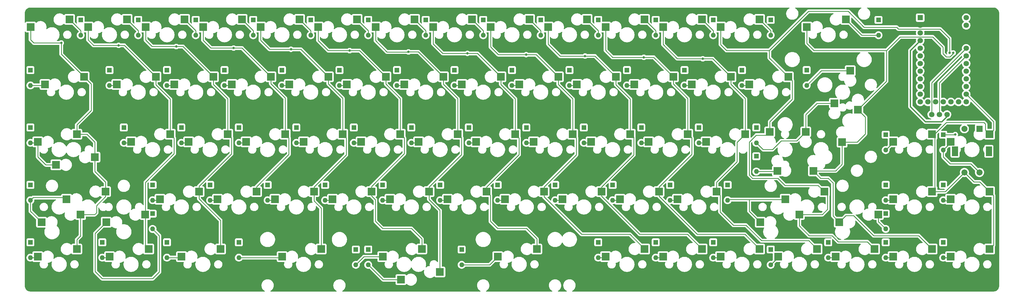
<source format=gbr>
%TF.GenerationSoftware,KiCad,Pcbnew,(6.0.1)*%
%TF.CreationDate,2022-04-19T11:47:45-04:00*%
%TF.ProjectId,GanJing 65 rev 2 hotswap,47616e4a-696e-4672-9036-352072657620,2*%
%TF.SameCoordinates,Original*%
%TF.FileFunction,Copper,L2,Bot*%
%TF.FilePolarity,Positive*%
%FSLAX46Y46*%
G04 Gerber Fmt 4.6, Leading zero omitted, Abs format (unit mm)*
G04 Created by KiCad (PCBNEW (6.0.1)) date 2022-04-19 11:47:45*
%MOMM*%
%LPD*%
G01*
G04 APERTURE LIST*
%TA.AperFunction,ComponentPad*%
%ADD10R,1.600000X1.600000*%
%TD*%
%TA.AperFunction,ComponentPad*%
%ADD11O,1.600000X1.600000*%
%TD*%
%TA.AperFunction,ComponentPad*%
%ADD12R,1.800000X1.800000*%
%TD*%
%TA.AperFunction,ComponentPad*%
%ADD13C,1.800000*%
%TD*%
%TA.AperFunction,SMDPad,CuDef*%
%ADD14R,2.550000X2.500000*%
%TD*%
%TA.AperFunction,SMDPad,CuDef*%
%ADD15R,2.500000X2.550000*%
%TD*%
%TA.AperFunction,WasherPad*%
%ADD16R,2.000000X3.200000*%
%TD*%
%TA.AperFunction,ComponentPad*%
%ADD17R,2.000000X2.000000*%
%TD*%
%TA.AperFunction,ComponentPad*%
%ADD18C,2.000000*%
%TD*%
%TA.AperFunction,ViaPad*%
%ADD19C,0.800000*%
%TD*%
%TA.AperFunction,Conductor*%
%ADD20C,0.250000*%
%TD*%
%TA.AperFunction,Conductor*%
%ADD21C,0.400000*%
%TD*%
G04 APERTURE END LIST*
D10*
%TO.P,D1,1*%
%TO.N,row_1*%
X69056250Y-99853750D03*
D11*
%TO.P,D1,2*%
%TO.N,Net-(D1-Pad2)*%
X69056250Y-104933750D03*
%TD*%
D10*
%TO.P,D2,1*%
%TO.N,row_1*%
X88106250Y-99853750D03*
D11*
%TO.P,D2,2*%
%TO.N,Net-(D2-Pad2)*%
X88106250Y-104933750D03*
%TD*%
D10*
%TO.P,D3,1*%
%TO.N,row_1*%
X107156250Y-99853750D03*
D11*
%TO.P,D3,2*%
%TO.N,Net-(D3-Pad2)*%
X107156250Y-104933750D03*
%TD*%
D10*
%TO.P,D4,1*%
%TO.N,row_1*%
X126206250Y-99853750D03*
D11*
%TO.P,D4,2*%
%TO.N,Net-(D4-Pad2)*%
X126206250Y-104933750D03*
%TD*%
D10*
%TO.P,D5,1*%
%TO.N,row_1*%
X145256250Y-99853750D03*
D11*
%TO.P,D5,2*%
%TO.N,Net-(D5-Pad2)*%
X145256250Y-104933750D03*
%TD*%
D10*
%TO.P,D6,1*%
%TO.N,row_1*%
X164306250Y-99853750D03*
D11*
%TO.P,D6,2*%
%TO.N,Net-(D6-Pad2)*%
X164306250Y-104933750D03*
%TD*%
D10*
%TO.P,D7,1*%
%TO.N,row_1*%
X183356250Y-99853750D03*
D11*
%TO.P,D7,2*%
%TO.N,Net-(D7-Pad2)*%
X183356250Y-104933750D03*
%TD*%
D10*
%TO.P,D8,1*%
%TO.N,row_1*%
X202406250Y-99853750D03*
D11*
%TO.P,D8,2*%
%TO.N,Net-(D8-Pad2)*%
X202406250Y-104933750D03*
%TD*%
D10*
%TO.P,D9,1*%
%TO.N,row_1*%
X221456250Y-99853750D03*
D11*
%TO.P,D9,2*%
%TO.N,Net-(D9-Pad2)*%
X221456250Y-104933750D03*
%TD*%
D10*
%TO.P,D10,1*%
%TO.N,row_1*%
X240506250Y-99853750D03*
D11*
%TO.P,D10,2*%
%TO.N,Net-(D10-Pad2)*%
X240506250Y-104933750D03*
%TD*%
D10*
%TO.P,D11,1*%
%TO.N,row_1*%
X259556250Y-99853750D03*
D11*
%TO.P,D11,2*%
%TO.N,Net-(D11-Pad2)*%
X259556250Y-104933750D03*
%TD*%
D10*
%TO.P,D12,1*%
%TO.N,row_1*%
X278606250Y-99853750D03*
D11*
%TO.P,D12,2*%
%TO.N,Net-(D12-Pad2)*%
X278606250Y-104933750D03*
%TD*%
D10*
%TO.P,D13,1*%
%TO.N,row_1*%
X297656250Y-99853750D03*
D11*
%TO.P,D13,2*%
%TO.N,Net-(D13-Pad2)*%
X297656250Y-104933750D03*
%TD*%
D10*
%TO.P,D14,1*%
%TO.N,row_1*%
X333375000Y-99853750D03*
D11*
%TO.P,D14,2*%
%TO.N,Net-(D14-Pad2)*%
X333375000Y-104933750D03*
%TD*%
D10*
%TO.P,D16,1*%
%TO.N,row_2*%
X52387500Y-116522500D03*
D11*
%TO.P,D16,2*%
%TO.N,Net-(D16-Pad2)*%
X52387500Y-121602500D03*
%TD*%
D10*
%TO.P,D17,1*%
%TO.N,row_2*%
X78581250Y-116522500D03*
D11*
%TO.P,D17,2*%
%TO.N,Net-(D17-Pad2)*%
X78581250Y-121602500D03*
%TD*%
D10*
%TO.P,D18,1*%
%TO.N,row_2*%
X97631250Y-116522500D03*
D11*
%TO.P,D18,2*%
%TO.N,Net-(D18-Pad2)*%
X97631250Y-121602500D03*
%TD*%
D10*
%TO.P,D19,1*%
%TO.N,row_2*%
X116681250Y-116522500D03*
D11*
%TO.P,D19,2*%
%TO.N,Net-(D19-Pad2)*%
X116681250Y-121602500D03*
%TD*%
D10*
%TO.P,D20,1*%
%TO.N,row_2*%
X135731250Y-116522500D03*
D11*
%TO.P,D20,2*%
%TO.N,Net-(D20-Pad2)*%
X135731250Y-121602500D03*
%TD*%
D10*
%TO.P,D21,1*%
%TO.N,row_2*%
X154781250Y-116522500D03*
D11*
%TO.P,D21,2*%
%TO.N,Net-(D21-Pad2)*%
X154781250Y-121602500D03*
%TD*%
D10*
%TO.P,D22,1*%
%TO.N,row_2*%
X173831250Y-116522500D03*
D11*
%TO.P,D22,2*%
%TO.N,Net-(D22-Pad2)*%
X173831250Y-121602500D03*
%TD*%
D10*
%TO.P,D23,1*%
%TO.N,row_2*%
X192881250Y-116522500D03*
D11*
%TO.P,D23,2*%
%TO.N,Net-(D23-Pad2)*%
X192881250Y-121602500D03*
%TD*%
D10*
%TO.P,D24,1*%
%TO.N,row_2*%
X211931250Y-116522500D03*
D11*
%TO.P,D24,2*%
%TO.N,Net-(D24-Pad2)*%
X211931250Y-121602500D03*
%TD*%
D10*
%TO.P,D25,1*%
%TO.N,row_2*%
X230981250Y-116522500D03*
D11*
%TO.P,D25,2*%
%TO.N,Net-(D25-Pad2)*%
X230981250Y-121602500D03*
%TD*%
D10*
%TO.P,D26,1*%
%TO.N,row_2*%
X250031250Y-116522500D03*
D11*
%TO.P,D26,2*%
%TO.N,Net-(D26-Pad2)*%
X250031250Y-121602500D03*
%TD*%
D10*
%TO.P,D27,1*%
%TO.N,row_2*%
X269081250Y-116522500D03*
D11*
%TO.P,D27,2*%
%TO.N,Net-(D27-Pad2)*%
X269081250Y-121602500D03*
%TD*%
D10*
%TO.P,D28,1*%
%TO.N,row_2*%
X288131250Y-116522500D03*
D11*
%TO.P,D28,2*%
%TO.N,Net-(D28-Pad2)*%
X288131250Y-121602500D03*
%TD*%
D10*
%TO.P,D29,1*%
%TO.N,row_2*%
X309562500Y-116522500D03*
D11*
%TO.P,D29,2*%
%TO.N,Net-(D29-Pad2)*%
X309562500Y-121602500D03*
%TD*%
D10*
%TO.P,D30,1*%
%TO.N,row_2*%
X335756250Y-137953750D03*
D11*
%TO.P,D30,2*%
%TO.N,Net-(D30-Pad2)*%
X335756250Y-143033750D03*
%TD*%
D10*
%TO.P,D31,1*%
%TO.N,row_3*%
X52387500Y-135572500D03*
D11*
%TO.P,D31,2*%
%TO.N,Net-(D31-Pad2)*%
X52387500Y-140652500D03*
%TD*%
D10*
%TO.P,D32,1*%
%TO.N,row_3*%
X83343750Y-135572500D03*
D11*
%TO.P,D32,2*%
%TO.N,Net-(D32-Pad2)*%
X83343750Y-140652500D03*
%TD*%
D10*
%TO.P,D33,1*%
%TO.N,row_3*%
X102393750Y-135572500D03*
D11*
%TO.P,D33,2*%
%TO.N,Net-(D33-Pad2)*%
X102393750Y-140652500D03*
%TD*%
D10*
%TO.P,D34,1*%
%TO.N,row_3*%
X121443750Y-135572500D03*
D11*
%TO.P,D34,2*%
%TO.N,Net-(D34-Pad2)*%
X121443750Y-140652500D03*
%TD*%
D10*
%TO.P,D35,1*%
%TO.N,row_3*%
X140493750Y-135572500D03*
D11*
%TO.P,D35,2*%
%TO.N,Net-(D35-Pad2)*%
X140493750Y-140652500D03*
%TD*%
D10*
%TO.P,D36,1*%
%TO.N,row_3*%
X159543750Y-135572500D03*
D11*
%TO.P,D36,2*%
%TO.N,Net-(D36-Pad2)*%
X159543750Y-140652500D03*
%TD*%
D10*
%TO.P,D37,1*%
%TO.N,row_3*%
X178593750Y-135572500D03*
D11*
%TO.P,D37,2*%
%TO.N,Net-(D37-Pad2)*%
X178593750Y-140652500D03*
%TD*%
D10*
%TO.P,D38,1*%
%TO.N,row_3*%
X197643750Y-135572500D03*
D11*
%TO.P,D38,2*%
%TO.N,Net-(D38-Pad2)*%
X197643750Y-140652500D03*
%TD*%
D10*
%TO.P,D39,1*%
%TO.N,row_3*%
X216693750Y-135572500D03*
D11*
%TO.P,D39,2*%
%TO.N,Net-(D39-Pad2)*%
X216693750Y-140652500D03*
%TD*%
D10*
%TO.P,D40,1*%
%TO.N,row_3*%
X235743750Y-135572500D03*
D11*
%TO.P,D40,2*%
%TO.N,Net-(D40-Pad2)*%
X235743750Y-140652500D03*
%TD*%
D10*
%TO.P,D41,1*%
%TO.N,row_3*%
X254793750Y-135572500D03*
D11*
%TO.P,D41,2*%
%TO.N,Net-(D41-Pad2)*%
X254793750Y-140652500D03*
%TD*%
D10*
%TO.P,D42,1*%
%TO.N,row_3*%
X273843750Y-135572500D03*
D11*
%TO.P,D42,2*%
%TO.N,Net-(D42-Pad2)*%
X273843750Y-140652500D03*
%TD*%
D10*
%TO.P,D44,1*%
%TO.N,row_3*%
X292893750Y-135572500D03*
D11*
%TO.P,D44,2*%
%TO.N,Net-(D44-Pad2)*%
X292893750Y-140652500D03*
%TD*%
D10*
%TO.P,D45,1*%
%TO.N,row_3*%
X335756250Y-154622500D03*
D11*
%TO.P,D45,2*%
%TO.N,Net-(D45-Pad2)*%
X335756250Y-159702500D03*
%TD*%
D10*
%TO.P,D46,1*%
%TO.N,row_4*%
X52387500Y-154622500D03*
D11*
%TO.P,D46,2*%
%TO.N,Net-(D46-Pad2)*%
X52387500Y-159702500D03*
%TD*%
D10*
%TO.P,D48,1*%
%TO.N,row_4*%
X92868750Y-154622500D03*
D11*
%TO.P,D48,2*%
%TO.N,Net-(D48-Pad2)*%
X92868750Y-159702500D03*
%TD*%
D10*
%TO.P,D49,1*%
%TO.N,row_4*%
X111918750Y-154622500D03*
D11*
%TO.P,D49,2*%
%TO.N,Net-(D49-Pad2)*%
X111918750Y-159702500D03*
%TD*%
D10*
%TO.P,D50,1*%
%TO.N,row_4*%
X130968750Y-154622500D03*
D11*
%TO.P,D50,2*%
%TO.N,Net-(D50-Pad2)*%
X130968750Y-159702500D03*
%TD*%
D10*
%TO.P,D51,1*%
%TO.N,row_4*%
X150018750Y-154622500D03*
D11*
%TO.P,D51,2*%
%TO.N,Net-(D51-Pad2)*%
X150018750Y-159702500D03*
%TD*%
D10*
%TO.P,D52,1*%
%TO.N,row_4*%
X169068750Y-154622500D03*
D11*
%TO.P,D52,2*%
%TO.N,Net-(D52-Pad2)*%
X169068750Y-159702500D03*
%TD*%
D10*
%TO.P,D53,1*%
%TO.N,row_4*%
X188118750Y-154622500D03*
D11*
%TO.P,D53,2*%
%TO.N,Net-(D53-Pad2)*%
X188118750Y-159702500D03*
%TD*%
D10*
%TO.P,D54,1*%
%TO.N,row_4*%
X207168750Y-154622500D03*
D11*
%TO.P,D54,2*%
%TO.N,Net-(D54-Pad2)*%
X207168750Y-159702500D03*
%TD*%
D10*
%TO.P,D55,1*%
%TO.N,row_4*%
X226218750Y-154622500D03*
D11*
%TO.P,D55,2*%
%TO.N,Net-(D55-Pad2)*%
X226218750Y-159702500D03*
%TD*%
D10*
%TO.P,D57,1*%
%TO.N,row_4*%
X264318750Y-154622500D03*
D11*
%TO.P,D57,2*%
%TO.N,Net-(D57-Pad2)*%
X264318750Y-159702500D03*
%TD*%
D10*
%TO.P,D58,1*%
%TO.N,row_4*%
X283368750Y-154622500D03*
D11*
%TO.P,D58,2*%
%TO.N,Net-(D58-Pad2)*%
X283368750Y-159702500D03*
%TD*%
D10*
%TO.P,D60,1*%
%TO.N,row_4*%
X354806250Y-154622500D03*
D11*
%TO.P,D60,2*%
%TO.N,Net-(D60-Pad2)*%
X354806250Y-159702500D03*
%TD*%
D10*
%TO.P,D61,1*%
%TO.N,row_5*%
X52387500Y-173672500D03*
D11*
%TO.P,D61,2*%
%TO.N,Net-(D61-Pad2)*%
X52387500Y-178752500D03*
%TD*%
D10*
%TO.P,D62,1*%
%TO.N,row_5*%
X76200000Y-173672500D03*
D11*
%TO.P,D62,2*%
%TO.N,Net-(D62-Pad2)*%
X76200000Y-178752500D03*
%TD*%
D10*
%TO.P,D63,1*%
%TO.N,row_5*%
X97631250Y-173672500D03*
D11*
%TO.P,D63,2*%
%TO.N,Net-(D63-Pad2)*%
X97631250Y-178752500D03*
%TD*%
D10*
%TO.P,D66,1*%
%TO.N,row_5*%
X164306250Y-176053750D03*
D11*
%TO.P,D66,2*%
%TO.N,Net-(D66-Pad2)*%
X164306250Y-181133750D03*
%TD*%
D10*
%TO.P,D68,1*%
%TO.N,row_5*%
X240506250Y-173672500D03*
D11*
%TO.P,D68,2*%
%TO.N,Net-(D68-Pad2)*%
X240506250Y-178752500D03*
%TD*%
D10*
%TO.P,D69,1*%
%TO.N,row_5*%
X259556250Y-173672500D03*
D11*
%TO.P,D69,2*%
%TO.N,Net-(D69-Pad2)*%
X259556250Y-178752500D03*
%TD*%
D10*
%TO.P,D70,1*%
%TO.N,row_5*%
X278606250Y-173672500D03*
D11*
%TO.P,D70,2*%
%TO.N,Net-(D70-Pad2)*%
X278606250Y-178752500D03*
%TD*%
D10*
%TO.P,D71,1*%
%TO.N,row_5*%
X297656250Y-176053750D03*
D11*
%TO.P,D71,2*%
%TO.N,Net-(D71-Pad2)*%
X297656250Y-181133750D03*
%TD*%
D10*
%TO.P,D72,1*%
%TO.N,row_5*%
X316706250Y-173672500D03*
D11*
%TO.P,D72,2*%
%TO.N,Net-(D72-Pad2)*%
X316706250Y-178752500D03*
%TD*%
D10*
%TO.P,D74,1*%
%TO.N,row_5*%
X354806250Y-173672500D03*
D11*
%TO.P,D74,2*%
%TO.N,Net-(D74-Pad2)*%
X354806250Y-178752500D03*
%TD*%
D10*
%TO.P,D15,1*%
%TO.N,row_1*%
X354806250Y-137953750D03*
D11*
%TO.P,D15,2*%
%TO.N,S2*%
X354806250Y-143033750D03*
%TD*%
D12*
%TO.P,DS1,1,GND*%
%TO.N,GND*%
X358616250Y-131250000D03*
D13*
%TO.P,DS1,2,VCC*%
%TO.N,VCC*%
X356076250Y-131250000D03*
%TO.P,DS1,3,SCL*%
%TO.N,SCL*%
X353536250Y-131250000D03*
%TO.P,DS1,4,SDA*%
%TO.N,SDA*%
X350996250Y-131250000D03*
%TD*%
D14*
%TO.P,MX1,1,COL*%
%TO.N,col_1*%
X52446250Y-102235000D03*
%TO.P,MX1,2,ROW*%
%TO.N,Net-(D1-Pad2)*%
X65373250Y-99695000D03*
%TD*%
%TO.P,MX2,1,COL*%
%TO.N,col_2*%
X71496250Y-102235000D03*
%TO.P,MX2,2,ROW*%
%TO.N,Net-(D2-Pad2)*%
X84423250Y-99695000D03*
%TD*%
%TO.P,MX3,1,COL*%
%TO.N,col_3*%
X90546250Y-102235000D03*
%TO.P,MX3,2,ROW*%
%TO.N,Net-(D3-Pad2)*%
X103473250Y-99695000D03*
%TD*%
%TO.P,MX4,1,COL*%
%TO.N,col_4*%
X109596250Y-102235000D03*
%TO.P,MX4,2,ROW*%
%TO.N,Net-(D4-Pad2)*%
X122523250Y-99695000D03*
%TD*%
%TO.P,MX5,1,COL*%
%TO.N,col_5*%
X128646250Y-102235000D03*
%TO.P,MX5,2,ROW*%
%TO.N,Net-(D5-Pad2)*%
X141573250Y-99695000D03*
%TD*%
%TO.P,MX6,1,COL*%
%TO.N,col_6*%
X147696250Y-102235000D03*
%TO.P,MX6,2,ROW*%
%TO.N,Net-(D6-Pad2)*%
X160623250Y-99695000D03*
%TD*%
%TO.P,MX7,1,COL*%
%TO.N,col_7*%
X166746250Y-102235000D03*
%TO.P,MX7,2,ROW*%
%TO.N,Net-(D7-Pad2)*%
X179673250Y-99695000D03*
%TD*%
%TO.P,MX8,1,COL*%
%TO.N,col_8*%
X185796250Y-102235000D03*
%TO.P,MX8,2,ROW*%
%TO.N,Net-(D8-Pad2)*%
X198723250Y-99695000D03*
%TD*%
%TO.P,MX9,1,COL*%
%TO.N,col_9*%
X204846250Y-102235000D03*
%TO.P,MX9,2,ROW*%
%TO.N,Net-(D9-Pad2)*%
X217773250Y-99695000D03*
%TD*%
%TO.P,MX10,1,COL*%
%TO.N,col_10*%
X223896250Y-102235000D03*
%TO.P,MX10,2,ROW*%
%TO.N,Net-(D10-Pad2)*%
X236823250Y-99695000D03*
%TD*%
%TO.P,MX11,1,COL*%
%TO.N,col_11*%
X242946250Y-102235000D03*
%TO.P,MX11,2,ROW*%
%TO.N,Net-(D11-Pad2)*%
X255873250Y-99695000D03*
%TD*%
%TO.P,MX12,1,COL*%
%TO.N,col_12*%
X261996250Y-102235000D03*
%TO.P,MX12,2,ROW*%
%TO.N,Net-(D12-Pad2)*%
X274923250Y-99695000D03*
%TD*%
%TO.P,MX13,1,COL*%
%TO.N,col_13*%
X281046250Y-102235000D03*
%TO.P,MX13,2,ROW*%
%TO.N,Net-(D13-Pad2)*%
X293973250Y-99695000D03*
%TD*%
%TO.P,MX14,1,COL*%
%TO.N,col_14*%
X309621250Y-102235000D03*
%TO.P,MX14,2,ROW*%
%TO.N,Net-(D14-Pad2)*%
X322548250Y-99695000D03*
%TD*%
%TO.P,MX16,1,COL*%
%TO.N,col_1*%
X70135750Y-118745000D03*
%TO.P,MX16,2,ROW*%
%TO.N,Net-(D16-Pad2)*%
X57208750Y-121285000D03*
%TD*%
%TO.P,MX17,1,COL*%
%TO.N,col_2*%
X93948250Y-118745000D03*
%TO.P,MX17,2,ROW*%
%TO.N,Net-(D17-Pad2)*%
X81021250Y-121285000D03*
%TD*%
%TO.P,MX18,1,COL*%
%TO.N,col_3*%
X112998250Y-118745000D03*
%TO.P,MX18,2,ROW*%
%TO.N,Net-(D18-Pad2)*%
X100071250Y-121285000D03*
%TD*%
%TO.P,MX19,1,COL*%
%TO.N,col_4*%
X132048250Y-118745000D03*
%TO.P,MX19,2,ROW*%
%TO.N,Net-(D19-Pad2)*%
X119121250Y-121285000D03*
%TD*%
%TO.P,MX20,1,COL*%
%TO.N,col_5*%
X151098250Y-118745000D03*
%TO.P,MX20,2,ROW*%
%TO.N,Net-(D20-Pad2)*%
X138171250Y-121285000D03*
%TD*%
%TO.P,MX21,1,COL*%
%TO.N,col_6*%
X170148250Y-118745000D03*
%TO.P,MX21,2,ROW*%
%TO.N,Net-(D21-Pad2)*%
X157221250Y-121285000D03*
%TD*%
%TO.P,MX22,1,COL*%
%TO.N,col_7*%
X189198250Y-118745000D03*
%TO.P,MX22,2,ROW*%
%TO.N,Net-(D22-Pad2)*%
X176271250Y-121285000D03*
%TD*%
%TO.P,MX23,1,COL*%
%TO.N,col_8*%
X208248250Y-118745000D03*
%TO.P,MX23,2,ROW*%
%TO.N,Net-(D23-Pad2)*%
X195321250Y-121285000D03*
%TD*%
%TO.P,MX24,1,COL*%
%TO.N,col_9*%
X227298250Y-118745000D03*
%TO.P,MX24,2,ROW*%
%TO.N,Net-(D24-Pad2)*%
X214371250Y-121285000D03*
%TD*%
%TO.P,MX25,1,COL*%
%TO.N,col_10*%
X246348250Y-118745000D03*
%TO.P,MX25,2,ROW*%
%TO.N,Net-(D25-Pad2)*%
X233421250Y-121285000D03*
%TD*%
%TO.P,MX26,1,COL*%
%TO.N,col_11*%
X265398250Y-118745000D03*
%TO.P,MX26,2,ROW*%
%TO.N,Net-(D26-Pad2)*%
X252471250Y-121285000D03*
%TD*%
%TO.P,MX27,1,COL*%
%TO.N,col_12*%
X284448250Y-118745000D03*
%TO.P,MX27,2,ROW*%
%TO.N,Net-(D27-Pad2)*%
X271521250Y-121285000D03*
%TD*%
%TO.P,MX28,1,COL*%
%TO.N,col_13*%
X303498250Y-118745000D03*
%TO.P,MX28,2,ROW*%
%TO.N,Net-(D28-Pad2)*%
X290571250Y-121285000D03*
%TD*%
D15*
%TO.P,MX29,1,COL*%
%TO.N,col_14*%
X326548750Y-129667000D03*
%TO.P,MX29,2,ROW*%
%TO.N,Net-(D29-Pad2)*%
X324008750Y-116740000D03*
%TD*%
D14*
%TO.P,MX30,1,COL*%
%TO.N,col_15*%
X351123250Y-137795000D03*
%TO.P,MX30,2,ROW*%
%TO.N,Net-(D30-Pad2)*%
X338196250Y-140335000D03*
%TD*%
%TO.P,MX31,1,COL*%
%TO.N,col_1*%
X73760000Y-145415000D03*
%TO.P,MX31,2,ROW*%
%TO.N,Net-(D31-Pad2)*%
X60833000Y-147955000D03*
%TD*%
%TO.P,MX32,1,COL*%
%TO.N,col_2*%
X98710750Y-137795000D03*
%TO.P,MX32,2,ROW*%
%TO.N,Net-(D32-Pad2)*%
X85783750Y-140335000D03*
%TD*%
%TO.P,MX33,1,COL*%
%TO.N,col_3*%
X117760750Y-137795000D03*
%TO.P,MX33,2,ROW*%
%TO.N,Net-(D33-Pad2)*%
X104833750Y-140335000D03*
%TD*%
%TO.P,MX34,1,COL*%
%TO.N,col_4*%
X136810750Y-137795000D03*
%TO.P,MX34,2,ROW*%
%TO.N,Net-(D34-Pad2)*%
X123883750Y-140335000D03*
%TD*%
%TO.P,MX35,1,COL*%
%TO.N,col_5*%
X155860750Y-137795000D03*
%TO.P,MX35,2,ROW*%
%TO.N,Net-(D35-Pad2)*%
X142933750Y-140335000D03*
%TD*%
%TO.P,MX36,1,COL*%
%TO.N,col_6*%
X174910750Y-137795000D03*
%TO.P,MX36,2,ROW*%
%TO.N,Net-(D36-Pad2)*%
X161983750Y-140335000D03*
%TD*%
%TO.P,MX37,1,COL*%
%TO.N,col_7*%
X193960750Y-137795000D03*
%TO.P,MX37,2,ROW*%
%TO.N,Net-(D37-Pad2)*%
X181033750Y-140335000D03*
%TD*%
%TO.P,MX38,1,COL*%
%TO.N,col_8*%
X213010750Y-137795000D03*
%TO.P,MX38,2,ROW*%
%TO.N,Net-(D38-Pad2)*%
X200083750Y-140335000D03*
%TD*%
%TO.P,MX39,1,COL*%
%TO.N,col_9*%
X232060750Y-137795000D03*
%TO.P,MX39,2,ROW*%
%TO.N,Net-(D39-Pad2)*%
X219133750Y-140335000D03*
%TD*%
%TO.P,MX40,1,COL*%
%TO.N,col_10*%
X251110750Y-137795000D03*
%TO.P,MX40,2,ROW*%
%TO.N,Net-(D40-Pad2)*%
X238183750Y-140335000D03*
%TD*%
%TO.P,MX41,1,COL*%
%TO.N,col_11*%
X270160750Y-137795000D03*
%TO.P,MX41,2,ROW*%
%TO.N,Net-(D41-Pad2)*%
X257233750Y-140335000D03*
%TD*%
%TO.P,MX42,1,COL*%
%TO.N,col_12*%
X289210750Y-137795000D03*
%TO.P,MX42,2,ROW*%
%TO.N,Net-(D42-Pad2)*%
X276283750Y-140335000D03*
%TD*%
D15*
%TO.P,MX44,1,COL*%
%TO.N,col_14*%
X311785000Y-149960000D03*
%TO.P,MX44,2,ROW*%
%TO.N,Net-(D44-Pad2)*%
X309245000Y-137033000D03*
%TD*%
D14*
%TO.P,MX45,1,COL*%
%TO.N,col_15*%
X351123250Y-156845000D03*
%TO.P,MX45,2,ROW*%
%TO.N,Net-(D45-Pad2)*%
X338196250Y-159385000D03*
%TD*%
%TO.P,MX46,1,COL*%
%TO.N,col_1*%
X77279500Y-156845000D03*
%TO.P,MX46,2,ROW*%
%TO.N,Net-(D46-Pad2)*%
X64352500Y-159385000D03*
%TD*%
%TO.P,MX48,1,COL*%
%TO.N,col_3*%
X108235750Y-156845000D03*
%TO.P,MX48,2,ROW*%
%TO.N,Net-(D48-Pad2)*%
X95308750Y-159385000D03*
%TD*%
%TO.P,MX49,1,COL*%
%TO.N,col_4*%
X127285750Y-156845000D03*
%TO.P,MX49,2,ROW*%
%TO.N,Net-(D49-Pad2)*%
X114358750Y-159385000D03*
%TD*%
%TO.P,MX50,1,COL*%
%TO.N,col_5*%
X146335750Y-156845000D03*
%TO.P,MX50,2,ROW*%
%TO.N,Net-(D50-Pad2)*%
X133408750Y-159385000D03*
%TD*%
%TO.P,MX51,1,COL*%
%TO.N,col_6*%
X165385750Y-156845000D03*
%TO.P,MX51,2,ROW*%
%TO.N,Net-(D51-Pad2)*%
X152458750Y-159385000D03*
%TD*%
%TO.P,MX52,1,COL*%
%TO.N,col_7*%
X184435750Y-156845000D03*
%TO.P,MX52,2,ROW*%
%TO.N,Net-(D52-Pad2)*%
X171508750Y-159385000D03*
%TD*%
%TO.P,MX53,1,COL*%
%TO.N,col_8*%
X203485750Y-156845000D03*
%TO.P,MX53,2,ROW*%
%TO.N,Net-(D53-Pad2)*%
X190558750Y-159385000D03*
%TD*%
%TO.P,MX54,1,COL*%
%TO.N,col_9*%
X222535750Y-156845000D03*
%TO.P,MX54,2,ROW*%
%TO.N,Net-(D54-Pad2)*%
X209608750Y-159385000D03*
%TD*%
%TO.P,MX55,1,COL*%
%TO.N,col_10*%
X241585750Y-156845000D03*
%TO.P,MX55,2,ROW*%
%TO.N,Net-(D55-Pad2)*%
X228658750Y-159385000D03*
%TD*%
%TO.P,MX56,1,COL*%
%TO.N,col_11*%
X260635750Y-156845000D03*
%TO.P,MX56,2,ROW*%
%TO.N,Net-(D56-Pad2)*%
X247708750Y-159385000D03*
%TD*%
%TO.P,MX57,1,COL*%
%TO.N,col_12*%
X279685750Y-156845000D03*
%TO.P,MX57,2,ROW*%
%TO.N,Net-(D57-Pad2)*%
X266758750Y-159385000D03*
%TD*%
%TO.P,MX58,1,COL*%
%TO.N,col_13*%
X315404500Y-156845000D03*
%TO.P,MX58,2,ROW*%
%TO.N,Net-(D58-Pad2)*%
X302477500Y-159385000D03*
%TD*%
%TO.P,MX60,1,COL*%
%TO.N,col_15*%
X370173250Y-156845000D03*
%TO.P,MX60,2,ROW*%
%TO.N,Net-(D60-Pad2)*%
X357246250Y-159385000D03*
%TD*%
%TO.P,MX61,1,COL*%
%TO.N,col_1*%
X67754500Y-175895000D03*
%TO.P,MX61,2,ROW*%
%TO.N,Net-(D61-Pad2)*%
X54827500Y-178435000D03*
%TD*%
%TO.P,MX62,1,COL*%
%TO.N,col_2*%
X91567000Y-175895000D03*
%TO.P,MX62,2,ROW*%
%TO.N,Net-(D62-Pad2)*%
X78640000Y-178435000D03*
%TD*%
%TO.P,MX63,1,COL*%
%TO.N,col_3*%
X115379500Y-175895000D03*
%TO.P,MX63,2,ROW*%
%TO.N,Net-(D63-Pad2)*%
X102452500Y-178435000D03*
%TD*%
%TO.P,MX68,1,COL*%
%TO.N,col_9*%
X255873250Y-175895000D03*
%TO.P,MX68,2,ROW*%
%TO.N,Net-(D68-Pad2)*%
X242946250Y-178435000D03*
%TD*%
%TO.P,MX69,1,COL*%
%TO.N,col_10*%
X274923250Y-175895000D03*
%TO.P,MX69,2,ROW*%
%TO.N,Net-(D69-Pad2)*%
X261996250Y-178435000D03*
%TD*%
%TO.P,MX70,1,COL*%
%TO.N,col_11*%
X293973250Y-175895000D03*
%TO.P,MX70,2,ROW*%
%TO.N,Net-(D70-Pad2)*%
X281046250Y-178435000D03*
%TD*%
%TO.P,MX71,1,COL*%
%TO.N,col_12*%
X313023250Y-175895000D03*
%TO.P,MX71,2,ROW*%
%TO.N,Net-(D71-Pad2)*%
X300096250Y-178435000D03*
%TD*%
%TO.P,MX72,1,COL*%
%TO.N,col_13*%
X332073250Y-175895000D03*
%TO.P,MX72,2,ROW*%
%TO.N,Net-(D72-Pad2)*%
X319146250Y-178435000D03*
%TD*%
%TO.P,MX73,1,COL*%
%TO.N,col_14*%
X351123250Y-175895000D03*
%TO.P,MX73,2,ROW*%
%TO.N,Net-(D73-Pad2)*%
X338196250Y-178435000D03*
%TD*%
%TO.P,MX74,1,COL*%
%TO.N,col_15*%
X370173250Y-175895000D03*
%TO.P,MX74,2,ROW*%
%TO.N,Net-(D74-Pad2)*%
X357246250Y-178435000D03*
%TD*%
D12*
%TO.P,U1,1,B0*%
%TO.N,row_1*%
X347186250Y-99130000D03*
D13*
%TO.P,U1,2,GND*%
%TO.N,GND*%
X347186250Y-101670000D03*
%TO.P,U1,3,RST*%
%TO.N,unconnected-(U1-Pad3)*%
X347186250Y-104210000D03*
%TO.P,U1,4,VCC*%
%TO.N,VCC*%
X347186250Y-106750000D03*
%TO.P,U1,5,F4*%
%TO.N,col_1*%
X347186250Y-109290000D03*
%TO.P,U1,6,F5*%
%TO.N,col_2*%
X347186250Y-111830000D03*
%TO.P,U1,7,F6*%
%TO.N,col_3*%
X347186250Y-114370000D03*
%TO.P,U1,8,F7*%
%TO.N,col_4*%
X347186250Y-116910000D03*
%TO.P,U1,9,B1/SCLK*%
%TO.N,col_5*%
X347186250Y-119450000D03*
%TO.P,U1,10,B3/MISO*%
%TO.N,col_6*%
X347186250Y-121990000D03*
%TO.P,U1,11,B2/MOSI*%
%TO.N,col_7*%
X347186250Y-124530000D03*
%TO.P,U1,12,B6*%
%TO.N,col_8*%
X347186250Y-127070000D03*
%TO.P,U1,13,B5*%
%TO.N,col_14*%
X362426250Y-127070000D03*
%TO.P,U1,14,B4*%
%TO.N,col_15*%
X362426250Y-124530000D03*
%TO.P,U1,15,E6*%
%TO.N,row_2*%
X362426250Y-121990000D03*
%TO.P,U1,16,D7*%
%TO.N,row_3*%
X362426250Y-119450000D03*
%TO.P,U1,17,C6*%
%TO.N,row_4*%
X362426250Y-116910000D03*
%TO.P,U1,18,D4*%
%TO.N,row_5*%
X362426250Y-114370000D03*
%TO.P,U1,19,D0/SCL*%
%TO.N,SCL*%
X362426250Y-111830000D03*
%TO.P,U1,20,D1/SDA*%
%TO.N,SDA*%
X362426250Y-109290000D03*
%TO.P,U1,21,GND*%
%TO.N,GND*%
X362426250Y-106750000D03*
%TO.P,U1,22,GND*%
X362426250Y-104210000D03*
%TO.P,U1,23,D2*%
%TO.N,rotory_2*%
X362426250Y-101670000D03*
%TO.P,U1,24,D3*%
%TO.N,rotory_1*%
X362426250Y-99130000D03*
%TO.P,U1,25,F0*%
%TO.N,col_9*%
X349726250Y-127070000D03*
%TO.P,U1,26,F1*%
%TO.N,col_10*%
X352266250Y-127070000D03*
%TO.P,U1,27,C7*%
%TO.N,col_11*%
X354806250Y-127070000D03*
%TO.P,U1,28,D5*%
%TO.N,col_12*%
X357346250Y-127070000D03*
%TO.P,U1,29,B7*%
%TO.N,col_13*%
X359886250Y-127070000D03*
%TD*%
D10*
%TO.P,D56,1*%
%TO.N,row_4*%
X245268750Y-154622500D03*
D11*
%TO.P,D56,2*%
%TO.N,Net-(D56-Pad2)*%
X245268750Y-159702500D03*
%TD*%
D16*
%TO.P,SW1,*%
%TO.N,*%
X369931250Y-143475000D03*
X358731250Y-143475000D03*
D17*
%TO.P,SW1,A*%
%TO.N,rotory_1*%
X366831250Y-135975000D03*
D18*
%TO.P,SW1,B*%
%TO.N,rotory_2*%
X361831250Y-135975000D03*
%TO.P,SW1,C*%
%TO.N,GND*%
X364331250Y-135975000D03*
%TO.P,SW1,S1*%
%TO.N,col_15*%
X361831250Y-150475000D03*
%TO.P,SW1,S2*%
%TO.N,S2*%
X366831250Y-150475000D03*
%TD*%
D14*
%TO.P,MX66,1,COL*%
%TO.N,col_7*%
X188060000Y-183515000D03*
%TO.P,MX66,2,ROW*%
%TO.N,Net-(D66-Pad2)*%
X175133000Y-186055000D03*
%TD*%
%TO.P,MX65,1,COL*%
%TO.N,col_6*%
X182054500Y-175895000D03*
%TO.P,MX65,2,ROW*%
%TO.N,Net-(D65-Pad2)*%
X169127500Y-178435000D03*
%TD*%
D10*
%TO.P,D73,1*%
%TO.N,row_5*%
X335756250Y-173672500D03*
D11*
%TO.P,D73,2*%
%TO.N,Net-(D73-Pad2)*%
X335756250Y-178752500D03*
%TD*%
D10*
%TO.P,D43,1*%
%TO.N,row_3*%
X292893750Y-145097500D03*
D11*
%TO.P,D43,2*%
%TO.N,Net-(D43-Pad2)*%
X292893750Y-150177500D03*
%TD*%
D14*
%TO.P,MX15,1,COL*%
%TO.N,col_15*%
X370173250Y-137795000D03*
%TO.P,MX15,2,ROW*%
%TO.N,S2*%
X357246250Y-140335000D03*
%TD*%
D10*
%TO.P,D59,1*%
%TO.N,row_4*%
X335756250Y-164147500D03*
D11*
%TO.P,D59,2*%
%TO.N,Net-(D59-Pad2)*%
X335756250Y-169227500D03*
%TD*%
D10*
%TO.P,D67,1*%
%TO.N,row_5*%
X195262500Y-176053750D03*
D11*
%TO.P,D67,2*%
%TO.N,Net-(D67-Pad2)*%
X195262500Y-181133750D03*
%TD*%
D14*
%TO.P,MX77,1,COL*%
%TO.N,col_1*%
X68997500Y-164465000D03*
%TO.P,MX77,2,ROW*%
%TO.N,Net-(D46-Pad2)*%
X56070500Y-167005000D03*
%TD*%
D15*
%TO.P,MX76,1,COL*%
%TO.N,col_14*%
X321310000Y-140435000D03*
%TO.P,MX76,2,ROW*%
%TO.N,Net-(D44-Pad2)*%
X318770000Y-127508000D03*
%TD*%
D14*
%TO.P,MX75,1,COL*%
%TO.N,col_1*%
X67754500Y-137795000D03*
%TO.P,MX75,2,ROW*%
%TO.N,Net-(D31-Pad2)*%
X54827500Y-140335000D03*
%TD*%
D15*
%TO.P,MX43,1,COL*%
%TO.N,col_13*%
X297338750Y-137033000D03*
%TO.P,MX43,2,ROW*%
%TO.N,Net-(D43-Pad2)*%
X299878750Y-149960000D03*
%TD*%
D14*
%TO.P,MX64,1,COL*%
%TO.N,col_5*%
X148717000Y-175895000D03*
%TO.P,MX64,2,ROW*%
%TO.N,Net-(D64-Pad2)*%
X135790000Y-178435000D03*
%TD*%
%TO.P,MX47,1,COL*%
%TO.N,col_2*%
X90428750Y-164465000D03*
%TO.P,MX47,2,ROW*%
%TO.N,Net-(D47-Pad2)*%
X77501750Y-167005000D03*
%TD*%
%TO.P,MX78,1,COL*%
%TO.N,col_13*%
X307122500Y-164465000D03*
%TO.P,MX78,2,ROW*%
%TO.N,Net-(D58-Pad2)*%
X294195500Y-167005000D03*
%TD*%
D10*
%TO.P,D47,1*%
%TO.N,row_4*%
X92868750Y-164147500D03*
D11*
%TO.P,D47,2*%
%TO.N,Net-(D47-Pad2)*%
X92868750Y-169227500D03*
%TD*%
D10*
%TO.P,D64,1*%
%TO.N,row_5*%
X121443750Y-173672500D03*
D11*
%TO.P,D64,2*%
%TO.N,Net-(D64-Pad2)*%
X121443750Y-178752500D03*
%TD*%
D14*
%TO.P,MX67,1,COL*%
%TO.N,col_8*%
X220154500Y-175895000D03*
%TO.P,MX67,2,ROW*%
%TO.N,Net-(D67-Pad2)*%
X207227500Y-178435000D03*
%TD*%
D10*
%TO.P,D65,1*%
%TO.N,row_5*%
X160200000Y-176053750D03*
D11*
%TO.P,D65,2*%
%TO.N,Net-(D65-Pad2)*%
X160200000Y-181133750D03*
%TD*%
D14*
%TO.P,MX59,1,COL*%
%TO.N,col_14*%
X320389250Y-167005000D03*
%TO.P,MX59,2,ROW*%
%TO.N,Net-(D59-Pad2)*%
X333316250Y-164465000D03*
%TD*%
D19*
%TO.N,row_1*%
X358800000Y-137900000D03*
%TO.N,GND*%
X190500000Y-185737500D03*
X164306250Y-185737500D03*
X219075000Y-185737500D03*
X221456250Y-130968750D03*
X290512500Y-114300000D03*
X273843750Y-166687500D03*
X250031250Y-185737500D03*
X235743750Y-166687500D03*
X140493750Y-166687500D03*
X345281250Y-169068750D03*
X233362500Y-114300000D03*
X250031250Y-100012500D03*
X159543750Y-166687500D03*
X296700000Y-145100000D03*
X164306250Y-130968750D03*
X119062500Y-114300000D03*
X80962500Y-114300000D03*
X211931250Y-100012500D03*
X307181250Y-185737500D03*
X202406250Y-130968750D03*
X138112500Y-185737500D03*
X176212500Y-114300000D03*
X288131250Y-185737500D03*
X295106250Y-104775000D03*
X104775000Y-104775000D03*
X269081250Y-100012500D03*
X352306250Y-122600000D03*
X178593750Y-166687500D03*
X254793750Y-166687500D03*
X328612500Y-166687500D03*
X314325000Y-130810000D03*
X97631250Y-100012500D03*
X238125000Y-104775000D03*
X200025000Y-104775000D03*
X364331250Y-185737500D03*
X123825000Y-104775000D03*
X364331250Y-166687500D03*
X245268750Y-147637500D03*
X142875000Y-104775000D03*
X340518750Y-130968750D03*
X157162500Y-114300000D03*
X230981250Y-100012500D03*
X71437500Y-166687500D03*
X240506250Y-130968750D03*
X59531250Y-100012500D03*
X302418750Y-101000000D03*
X116681250Y-100012500D03*
X130968750Y-147637500D03*
X121443750Y-166687500D03*
X192881250Y-100012500D03*
X161925000Y-104775000D03*
X188118750Y-147637500D03*
X85725000Y-104775000D03*
X61912500Y-185737500D03*
X323806250Y-103500000D03*
X276225000Y-104775000D03*
X183356250Y-130968750D03*
X59531250Y-114300000D03*
X345281250Y-185737500D03*
X326231250Y-185737500D03*
X126206250Y-130968750D03*
X216693750Y-166687500D03*
X269081250Y-185737500D03*
X169068750Y-147637500D03*
X257175000Y-104775000D03*
X278606250Y-130968750D03*
X197643750Y-166687500D03*
X78581250Y-100012500D03*
X348706250Y-130968750D03*
X309562500Y-166687500D03*
X107156250Y-130968750D03*
X180975000Y-104775000D03*
X173831250Y-100012500D03*
X342900000Y-147637500D03*
X219075000Y-104775000D03*
X135731250Y-100012500D03*
X207168750Y-147637500D03*
X252412500Y-114300000D03*
X283368750Y-147637500D03*
X214312500Y-114300000D03*
X64293750Y-130968750D03*
X360106250Y-118500000D03*
X88106250Y-130968750D03*
X297656250Y-130968750D03*
X264318750Y-147637500D03*
X138112500Y-114300000D03*
X92868750Y-147637500D03*
X100012500Y-114300000D03*
X111918750Y-147637500D03*
X353606250Y-105100000D03*
X150018750Y-147637500D03*
X226218750Y-147637500D03*
X259556250Y-130968750D03*
X288131250Y-166687500D03*
X271462500Y-114300000D03*
X364606250Y-123800000D03*
X145256250Y-130968750D03*
X109537500Y-185737500D03*
X354806250Y-122600000D03*
X316706250Y-114300000D03*
X154781250Y-100012500D03*
X195262500Y-114300000D03*
%TO.N,col_1*%
X62606250Y-107510700D03*
%TO.N,col_2*%
X81606250Y-108300000D03*
%TO.N,col_3*%
X100706250Y-108700000D03*
%TO.N,col_4*%
X119706250Y-109200000D03*
%TO.N,col_5*%
X138706250Y-109600000D03*
%TO.N,col_6*%
X158153750Y-110052500D03*
%TO.N,col_7*%
X177628750Y-110477500D03*
%TO.N,col_8*%
X197153750Y-110952500D03*
%TO.N,col_9*%
X216628750Y-111377500D03*
%TO.N,col_10*%
X236153750Y-111852500D03*
%TO.N,col_11*%
X255628750Y-112277500D03*
%TO.N,col_12*%
X275153750Y-112752500D03*
%TO.N,col_13*%
X356906250Y-110800000D03*
%TO.N,col_14*%
X358106250Y-110800000D03*
%TD*%
D20*
%TO.N,row_1*%
X358746250Y-137953750D02*
X354806250Y-137953750D01*
X358800000Y-137900000D02*
X358746250Y-137953750D01*
%TO.N,Net-(D1-Pad2)*%
X69056250Y-103378000D02*
X65373250Y-99695000D01*
X69056250Y-104933750D02*
X69056250Y-103378000D01*
%TO.N,Net-(D2-Pad2)*%
X88106250Y-104933750D02*
X88106250Y-103378000D01*
X88106250Y-103378000D02*
X84423250Y-99695000D01*
%TO.N,Net-(D3-Pad2)*%
X107156250Y-103378000D02*
X103473250Y-99695000D01*
X107156250Y-104933750D02*
X107156250Y-103378000D01*
%TO.N,Net-(D4-Pad2)*%
X126206250Y-103378000D02*
X122523250Y-99695000D01*
X126206250Y-104933750D02*
X126206250Y-103378000D01*
%TO.N,Net-(D5-Pad2)*%
X145256250Y-103378000D02*
X141573250Y-99695000D01*
X145256250Y-104933750D02*
X145256250Y-103378000D01*
%TO.N,Net-(D6-Pad2)*%
X164306250Y-104933750D02*
X164306250Y-103378000D01*
X164306250Y-103378000D02*
X160623250Y-99695000D01*
%TO.N,Net-(D7-Pad2)*%
X183356250Y-104933750D02*
X183356250Y-103378000D01*
X183356250Y-103378000D02*
X179673250Y-99695000D01*
%TO.N,Net-(D8-Pad2)*%
X202406250Y-103378000D02*
X198723250Y-99695000D01*
X202406250Y-104933750D02*
X202406250Y-103378000D01*
%TO.N,Net-(D9-Pad2)*%
X221456250Y-104933750D02*
X221456250Y-103378000D01*
X221456250Y-103378000D02*
X217773250Y-99695000D01*
%TO.N,Net-(D10-Pad2)*%
X240506250Y-104933750D02*
X240506250Y-103378000D01*
X240506250Y-103378000D02*
X236823250Y-99695000D01*
%TO.N,Net-(D11-Pad2)*%
X259556250Y-104933750D02*
X259556250Y-103378000D01*
X259556250Y-103378000D02*
X255873250Y-99695000D01*
%TO.N,Net-(D12-Pad2)*%
X278606250Y-103378000D02*
X274923250Y-99695000D01*
X278606250Y-104933750D02*
X278606250Y-103378000D01*
%TO.N,Net-(D13-Pad2)*%
X297656250Y-103378000D02*
X293973250Y-99695000D01*
X297656250Y-104933750D02*
X297656250Y-103378000D01*
%TO.N,Net-(D14-Pad2)*%
X333375000Y-104933750D02*
X327787000Y-104933750D01*
X327787000Y-104933750D02*
X322548250Y-99695000D01*
%TO.N,Net-(D16-Pad2)*%
X52387500Y-121602500D02*
X56891250Y-121602500D01*
%TO.N,Net-(D17-Pad2)*%
X78581250Y-121602500D02*
X80703750Y-121602500D01*
%TO.N,Net-(D18-Pad2)*%
X97631250Y-121602500D02*
X99753750Y-121602500D01*
%TO.N,Net-(D19-Pad2)*%
X116681250Y-121602500D02*
X118803750Y-121602500D01*
%TO.N,Net-(D20-Pad2)*%
X135731250Y-121602500D02*
X137853750Y-121602500D01*
%TO.N,Net-(D21-Pad2)*%
X154781250Y-121602500D02*
X156903750Y-121602500D01*
%TO.N,Net-(D22-Pad2)*%
X173831250Y-121602500D02*
X175953750Y-121602500D01*
%TO.N,Net-(D23-Pad2)*%
X192881250Y-121602500D02*
X195003750Y-121602500D01*
%TO.N,Net-(D24-Pad2)*%
X211931250Y-121602500D02*
X214053750Y-121602500D01*
%TO.N,Net-(D25-Pad2)*%
X230981250Y-121602500D02*
X233103750Y-121602500D01*
%TO.N,Net-(D26-Pad2)*%
X250031250Y-121602500D02*
X252153750Y-121602500D01*
%TO.N,Net-(D27-Pad2)*%
X269081250Y-121602500D02*
X271203750Y-121602500D01*
%TO.N,Net-(D28-Pad2)*%
X288131250Y-121602500D02*
X290253750Y-121602500D01*
%TO.N,Net-(D29-Pad2)*%
X314425000Y-116740000D02*
X324008750Y-116740000D01*
X309562500Y-121602500D02*
X314425000Y-116740000D01*
%TO.N,Net-(D30-Pad2)*%
X335756250Y-143033750D02*
X338196250Y-140593750D01*
%TO.N,Net-(D31-Pad2)*%
X52387500Y-140652500D02*
X54510000Y-140652500D01*
X54827500Y-145315000D02*
X54827500Y-140335000D01*
X57467500Y-147955000D02*
X54827500Y-145315000D01*
X60833000Y-147955000D02*
X57467500Y-147955000D01*
%TO.N,Net-(D32-Pad2)*%
X83343750Y-140652500D02*
X85466250Y-140652500D01*
%TO.N,Net-(D33-Pad2)*%
X102393750Y-140652500D02*
X104516250Y-140652500D01*
%TO.N,Net-(D34-Pad2)*%
X121443750Y-140652500D02*
X123566250Y-140652500D01*
%TO.N,Net-(D35-Pad2)*%
X140493750Y-140652500D02*
X142616250Y-140652500D01*
%TO.N,Net-(D36-Pad2)*%
X159543750Y-140652500D02*
X161666250Y-140652500D01*
%TO.N,Net-(D37-Pad2)*%
X178593750Y-140652500D02*
X180716250Y-140652500D01*
%TO.N,Net-(D38-Pad2)*%
X197643750Y-140652500D02*
X199766250Y-140652500D01*
%TO.N,Net-(D39-Pad2)*%
X216693750Y-140652500D02*
X218816250Y-140652500D01*
%TO.N,Net-(D40-Pad2)*%
X235743750Y-140652500D02*
X237866250Y-140652500D01*
%TO.N,Net-(D41-Pad2)*%
X254793750Y-140652500D02*
X256916250Y-140652500D01*
%TO.N,Net-(D42-Pad2)*%
X273843750Y-140652500D02*
X275966250Y-140652500D01*
%TO.N,Net-(D44-Pad2)*%
X309245000Y-137033000D02*
X306278000Y-140000000D01*
X318770000Y-127508000D02*
X313023250Y-127508000D01*
X309245000Y-131286250D02*
X309245000Y-137033000D01*
X301100000Y-140000000D02*
X298225000Y-142875000D01*
X313023250Y-127508000D02*
X309245000Y-131286250D01*
X306278000Y-140000000D02*
X301100000Y-140000000D01*
X298225000Y-142875000D02*
X295116250Y-142875000D01*
X295116250Y-142875000D02*
X292893750Y-140652500D01*
%TO.N,Net-(D45-Pad2)*%
X335756250Y-159702500D02*
X337878750Y-159702500D01*
%TO.N,Net-(D46-Pad2)*%
X52387500Y-159702500D02*
X53290000Y-158800000D01*
X52387500Y-163322000D02*
X52387500Y-159702500D01*
X56070500Y-167005000D02*
X52387500Y-163322000D01*
X53290000Y-158800000D02*
X63132500Y-158800000D01*
X63132500Y-158800000D02*
X64035000Y-159702500D01*
%TO.N,Net-(D48-Pad2)*%
X92868750Y-159702500D02*
X94991250Y-159702500D01*
%TO.N,Net-(D49-Pad2)*%
X111918750Y-159702500D02*
X114041250Y-159702500D01*
%TO.N,Net-(D50-Pad2)*%
X130968750Y-159702500D02*
X133091250Y-159702500D01*
%TO.N,Net-(D51-Pad2)*%
X150018750Y-159702500D02*
X152141250Y-159702500D01*
%TO.N,Net-(D52-Pad2)*%
X169068750Y-159702500D02*
X171191250Y-159702500D01*
%TO.N,Net-(D53-Pad2)*%
X188118750Y-159702500D02*
X190241250Y-159702500D01*
%TO.N,Net-(D54-Pad2)*%
X207168750Y-159702500D02*
X209291250Y-159702500D01*
%TO.N,Net-(D55-Pad2)*%
X226218750Y-159702500D02*
X228341250Y-159702500D01*
%TO.N,Net-(D56-Pad2)*%
X245268750Y-159702500D02*
X247391250Y-159702500D01*
%TO.N,Net-(D57-Pad2)*%
X264318750Y-159702500D02*
X266441250Y-159702500D01*
%TO.N,Net-(D58-Pad2)*%
X290512500Y-163322000D02*
X290512500Y-159543750D01*
X302477500Y-159485000D02*
X283586250Y-159485000D01*
X294195500Y-167005000D02*
X290512500Y-163322000D01*
%TO.N,Net-(D60-Pad2)*%
X354806250Y-159861250D02*
X356770000Y-159861250D01*
%TO.N,Net-(D61-Pad2)*%
X52387500Y-178752500D02*
X54510000Y-178752500D01*
%TO.N,Net-(D62-Pad2)*%
X76200000Y-178752500D02*
X78322500Y-178752500D01*
%TO.N,Net-(D63-Pad2)*%
X97631250Y-178752500D02*
X102135000Y-178752500D01*
%TO.N,Net-(D64-Pad2)*%
X121443750Y-178752500D02*
X135472500Y-178752500D01*
%TO.N,Net-(D65-Pad2)*%
X162898750Y-178435000D02*
X169127500Y-178435000D01*
X160200000Y-181133750D02*
X162898750Y-178435000D01*
%TO.N,Net-(D66-Pad2)*%
X169227500Y-186055000D02*
X175133000Y-186055000D01*
X164306250Y-181133750D02*
X169227500Y-186055000D01*
%TO.N,Net-(D67-Pad2)*%
X195262500Y-181133750D02*
X204528750Y-181133750D01*
X204528750Y-181133750D02*
X207227500Y-178435000D01*
%TO.N,Net-(D68-Pad2)*%
X240506250Y-178752500D02*
X242628750Y-178752500D01*
%TO.N,Net-(D69-Pad2)*%
X259556250Y-178752500D02*
X261678750Y-178752500D01*
%TO.N,Net-(D70-Pad2)*%
X278606250Y-178752500D02*
X280728750Y-178752500D01*
%TO.N,Net-(D71-Pad2)*%
X297656250Y-181133750D02*
X300096250Y-178693750D01*
%TO.N,S2*%
X357246250Y-140593750D02*
X354806250Y-143033750D01*
X354806250Y-143033750D02*
X354806250Y-145323143D01*
X363993750Y-147637500D02*
X366831250Y-150475000D01*
X354806250Y-145323143D02*
X357120607Y-147637500D01*
X357120607Y-147637500D02*
X363993750Y-147637500D01*
D21*
%TO.N,VCC*%
X343906250Y-128600000D02*
X343906250Y-110030000D01*
X356076250Y-131830000D02*
X354306250Y-133600000D01*
X348906250Y-133600000D02*
X343906250Y-128600000D01*
X343906250Y-110030000D02*
X347186250Y-106750000D01*
X354306250Y-133600000D02*
X348906250Y-133600000D01*
D20*
%TO.N,SDA*%
X351006250Y-120710000D02*
X351006250Y-131240000D01*
X362426250Y-109290000D02*
X351006250Y-120710000D01*
%TO.N,SCL*%
X353536250Y-120720000D02*
X362426250Y-111830000D01*
X353536250Y-131250000D02*
X353536250Y-120720000D01*
%TO.N,col_1*%
X67754500Y-134651750D02*
X72517000Y-129889250D01*
X68997500Y-171391250D02*
X68997500Y-164465000D01*
X67754500Y-137795000D02*
X67754500Y-134651750D01*
X67754500Y-137795000D02*
X71120000Y-137795000D01*
X68997500Y-164465000D02*
X73660000Y-164465000D01*
X67754500Y-172751750D02*
X69056250Y-171450000D01*
X77279500Y-158470500D02*
X77279500Y-156845000D01*
X62606250Y-111215500D02*
X70135750Y-118745000D01*
X70135750Y-118745000D02*
X72517000Y-121126250D01*
X74284580Y-163840420D02*
X74284580Y-161465420D01*
X52446250Y-106446250D02*
X52446250Y-102235000D01*
X77279500Y-153701750D02*
X77279500Y-156845000D01*
X67754500Y-175895000D02*
X67754500Y-172751750D01*
X71120000Y-137795000D02*
X73760000Y-140435000D01*
X73760000Y-145415000D02*
X73760000Y-150182250D01*
X62606250Y-107510700D02*
X62606250Y-111215500D01*
X74284580Y-161465420D02*
X77279500Y-158470500D01*
X73760000Y-150182250D02*
X77279500Y-153701750D01*
X62606250Y-107510700D02*
X53510700Y-107510700D01*
X72517000Y-121126250D02*
X72517000Y-129889250D01*
X73660000Y-164465000D02*
X74284580Y-163840420D01*
X53510700Y-107510700D02*
X52446250Y-106446250D01*
X69056250Y-171450000D02*
X68997500Y-171391250D01*
X73760000Y-140435000D02*
X73760000Y-145415000D01*
%TO.N,col_2*%
X90506250Y-174834250D02*
X90506250Y-153750000D01*
X81606250Y-108300000D02*
X73300000Y-108300000D01*
X73300000Y-108300000D02*
X71496250Y-106496250D01*
X90506250Y-153750000D02*
X100006250Y-144250000D01*
X100006250Y-144250000D02*
X100006250Y-139090500D01*
X98710750Y-126138999D02*
X98710750Y-137795000D01*
X81606250Y-108300000D02*
X83503250Y-108300000D01*
X83503250Y-108300000D02*
X93948250Y-118745000D01*
X71496250Y-106496250D02*
X71496250Y-102235000D01*
X100006250Y-139090500D02*
X98710750Y-137795000D01*
X93948250Y-121376499D02*
X98710750Y-126138999D01*
X93948250Y-118745000D02*
X93948250Y-121376499D01*
%TO.N,col_3*%
X117760750Y-126004500D02*
X117760750Y-137795000D01*
X102953250Y-108700000D02*
X112998250Y-118745000D01*
X108235750Y-155070499D02*
X108235750Y-156845000D01*
X119006250Y-139040500D02*
X119006250Y-144299999D01*
X112998250Y-121242000D02*
X117760750Y-126004500D01*
X119006250Y-144299999D02*
X108235750Y-155070499D01*
X115379500Y-166373250D02*
X115379500Y-175895000D01*
X112998250Y-118745000D02*
X112998250Y-121242000D01*
X108235750Y-156845000D02*
X108235750Y-159229500D01*
X92700000Y-108700000D02*
X90546250Y-106546250D01*
X100706250Y-108700000D02*
X92700000Y-108700000D01*
X100706250Y-108700000D02*
X102953250Y-108700000D01*
X117760750Y-137795000D02*
X119006250Y-139040500D01*
X108235750Y-159229500D02*
X115379500Y-166373250D01*
X90546250Y-106546250D02*
X90546250Y-102235000D01*
%TO.N,col_4*%
X119706250Y-109200000D02*
X112200000Y-109200000D01*
X138006250Y-144500000D02*
X127285750Y-155220500D01*
X138006250Y-138990500D02*
X138006250Y-144500000D01*
X119706250Y-109200000D02*
X122503250Y-109200000D01*
X136810750Y-125804500D02*
X136810750Y-137795000D01*
X122503250Y-109200000D02*
X132048250Y-118745000D01*
X109596250Y-106596250D02*
X109596250Y-102235000D01*
X112200000Y-109200000D02*
X109596250Y-106596250D01*
X127285750Y-155220500D02*
X127285750Y-156845000D01*
X132048250Y-118745000D02*
X132048250Y-121042000D01*
X132048250Y-121042000D02*
X136810750Y-125804500D01*
X136810750Y-137795000D02*
X138006250Y-138990500D01*
%TO.N,col_5*%
X151098250Y-118745000D02*
X151098250Y-121092000D01*
X146335750Y-155345000D02*
X146335750Y-156845000D01*
X155860750Y-137795000D02*
X157006250Y-138940500D01*
X157006250Y-144674500D02*
X146335750Y-155345000D01*
X131600000Y-109600000D02*
X128646250Y-106646250D01*
X138706250Y-109600000D02*
X141953250Y-109600000D01*
X157006250Y-138940500D02*
X157006250Y-144674500D01*
X138706250Y-109600000D02*
X131600000Y-109600000D01*
X146335750Y-159924750D02*
X146335750Y-156845000D01*
X148717000Y-162306000D02*
X146335750Y-159924750D01*
X141953250Y-109600000D02*
X151098250Y-118745000D01*
X155860750Y-125854500D02*
X155860750Y-137795000D01*
X151098250Y-121092000D02*
X155860750Y-125854500D01*
X148717000Y-175895000D02*
X148717000Y-162306000D01*
X128646250Y-106646250D02*
X128646250Y-102235000D01*
%TO.N,col_6*%
X176256250Y-139000000D02*
X176256250Y-144250000D01*
X151052500Y-110052500D02*
X147696250Y-106696250D01*
X166687500Y-166687500D02*
X166687500Y-159543750D01*
X147696250Y-106696250D02*
X147696250Y-102235000D01*
X158153750Y-110052500D02*
X161455750Y-110052500D01*
X170148250Y-121142000D02*
X174910750Y-125904500D01*
X176256250Y-144250000D02*
X165385750Y-155120500D01*
X178593750Y-169068750D02*
X169068750Y-169068750D01*
X182054500Y-175895000D02*
X182054500Y-172529500D01*
X169068750Y-169068750D02*
X166687500Y-166687500D01*
X161455750Y-110052500D02*
X170148250Y-118745000D01*
X165385750Y-158242000D02*
X165385750Y-156845000D01*
X165385750Y-155120500D02*
X165385750Y-156845000D01*
X166687500Y-159543750D02*
X165385750Y-158242000D01*
X175051250Y-137795000D02*
X176256250Y-139000000D01*
X158153750Y-110052500D02*
X151052500Y-110052500D01*
X170148250Y-118745000D02*
X170148250Y-121142000D01*
X182054500Y-172529500D02*
X178593750Y-169068750D01*
X174910750Y-125904500D02*
X174910750Y-137795000D01*
%TO.N,col_7*%
X184435750Y-159429500D02*
X188060000Y-163053750D01*
X184435750Y-155345000D02*
X184435750Y-156845000D01*
X170500000Y-110500000D02*
X166746250Y-106746250D01*
X189198250Y-121192000D02*
X193960750Y-125954500D01*
X177628750Y-110477500D02*
X180930750Y-110477500D01*
X195256250Y-139000000D02*
X195256250Y-144524500D01*
X180930750Y-110477500D02*
X189198250Y-118745000D01*
X177606250Y-110500000D02*
X170500000Y-110500000D01*
X193960750Y-125954500D02*
X193960750Y-137795000D01*
X189198250Y-118745000D02*
X189198250Y-121192000D01*
X166746250Y-106746250D02*
X166746250Y-102235000D01*
X184435750Y-156845000D02*
X184435750Y-159429500D01*
X177628750Y-110477500D02*
X177606250Y-110500000D01*
X195256250Y-144524500D02*
X184435750Y-155345000D01*
X188060000Y-183515000D02*
X188060000Y-163053750D01*
X194051250Y-137795000D02*
X195256250Y-139000000D01*
%TO.N,col_8*%
X197153750Y-110952500D02*
X188952500Y-110952500D01*
X207168750Y-169068750D02*
X204787500Y-166687500D01*
X214256250Y-139040500D02*
X214256250Y-144574500D01*
X208248250Y-118745000D02*
X208248250Y-121242000D01*
X200455750Y-110952500D02*
X208248250Y-118745000D01*
X216693750Y-169068750D02*
X207168750Y-169068750D01*
X214256250Y-144574500D02*
X203485750Y-155345000D01*
X213010750Y-126004500D02*
X213010750Y-137795000D01*
X188952500Y-110952500D02*
X185796250Y-107796250D01*
X208248250Y-121242000D02*
X213010750Y-126004500D01*
X213010750Y-137795000D02*
X214256250Y-139040500D01*
X220154500Y-175895000D02*
X220154500Y-172529500D01*
X220154500Y-172529500D02*
X216693750Y-169068750D01*
X204787500Y-166687500D02*
X204787500Y-158146750D01*
X203485750Y-155345000D02*
X203485750Y-156845000D01*
X204787500Y-158146750D02*
X203485750Y-156845000D01*
X185796250Y-107796250D02*
X185796250Y-102235000D01*
X197153750Y-110952500D02*
X200455750Y-110952500D01*
%TO.N,col_9*%
X222535750Y-155345000D02*
X222535750Y-156845000D01*
X232060750Y-137795000D02*
X233256250Y-138990500D01*
X250978250Y-171000000D02*
X235006250Y-171000000D01*
X232060750Y-126054500D02*
X232060750Y-137795000D01*
X222535750Y-158529500D02*
X222535750Y-156845000D01*
X204846250Y-108846250D02*
X204846250Y-102235000D01*
X207377500Y-111377500D02*
X204846250Y-108846250D01*
X227298250Y-118745000D02*
X227298250Y-121292000D01*
X227298250Y-121292000D02*
X232060750Y-126054500D01*
X235006250Y-171000000D02*
X222535750Y-158529500D01*
X219930750Y-111377500D02*
X227298250Y-118745000D01*
X233256250Y-144624500D02*
X222535750Y-155345000D01*
X255873250Y-175895000D02*
X250978250Y-171000000D01*
X233256250Y-138990500D02*
X233256250Y-144624500D01*
X216628750Y-111377500D02*
X207377500Y-111377500D01*
X216628750Y-111377500D02*
X219930750Y-111377500D01*
%TO.N,col_10*%
X252256250Y-138750000D02*
X252256250Y-144674500D01*
X239455750Y-111852500D02*
X246348250Y-118745000D01*
X241585750Y-158329500D02*
X254256250Y-171000000D01*
X246348250Y-118745000D02*
X246348250Y-121342000D01*
X236106250Y-111900000D02*
X227900000Y-111900000D01*
X236153750Y-111852500D02*
X236106250Y-111900000D01*
X246348250Y-121342000D02*
X251110750Y-126104500D01*
X270028250Y-171000000D02*
X274923250Y-175895000D01*
X254256250Y-171000000D02*
X270028250Y-171000000D01*
X227900000Y-111900000D02*
X223896250Y-107896250D01*
X241585750Y-155345000D02*
X241585750Y-156845000D01*
X223896250Y-107896250D02*
X223896250Y-102235000D01*
X236153750Y-111852500D02*
X239455750Y-111852500D01*
X241585750Y-156845000D02*
X241585750Y-158329500D01*
X252256250Y-144674500D02*
X241585750Y-155345000D01*
X251110750Y-126104500D02*
X251110750Y-137795000D01*
%TO.N,col_11*%
X270301250Y-137795000D02*
X271506250Y-139000000D01*
X265398250Y-118745000D02*
X265398250Y-121142000D01*
X271506250Y-139000000D02*
X271506250Y-144474500D01*
X260635750Y-155345000D02*
X260635750Y-156845000D01*
X255628750Y-112277500D02*
X245277500Y-112277500D01*
X258930750Y-112277500D02*
X265398250Y-118745000D01*
X273290750Y-171000000D02*
X289078250Y-171000000D01*
X271506250Y-144474500D02*
X260635750Y-155345000D01*
X260635750Y-156845000D02*
X260635750Y-158345000D01*
X260635750Y-158345000D02*
X273290750Y-171000000D01*
X265398250Y-121142000D02*
X270160750Y-125904500D01*
X289078250Y-171000000D02*
X293973250Y-175895000D01*
X255628750Y-112277500D02*
X258930750Y-112277500D01*
X245277500Y-112277500D02*
X242946250Y-109946250D01*
X242946250Y-109946250D02*
X242946250Y-102235000D01*
X270160750Y-125904500D02*
X270160750Y-137795000D01*
%TO.N,col_12*%
X266700000Y-112700000D02*
X261996250Y-107996250D01*
X278455750Y-112752500D02*
X284448250Y-118745000D01*
X289210750Y-125954500D02*
X289210750Y-137795000D01*
X284448250Y-121192000D02*
X289210750Y-125954500D01*
X275153750Y-112752500D02*
X278455750Y-112752500D01*
X280900000Y-163600000D02*
X285278125Y-167978125D01*
X261996250Y-107996250D02*
X261996250Y-102235000D01*
X275153750Y-112752500D02*
X275101250Y-112700000D01*
X294576500Y-173132750D02*
X310261000Y-173132750D01*
X279685750Y-156845000D02*
X279685750Y-153701750D01*
X286500000Y-140505750D02*
X289210750Y-137795000D01*
X279685750Y-156845000D02*
X280900000Y-158059250D01*
X280900000Y-158059250D02*
X280900000Y-163600000D01*
X285278125Y-167978125D02*
X289421875Y-167978125D01*
X289421875Y-167978125D02*
X294576500Y-173132750D01*
X275101250Y-112700000D02*
X266700000Y-112700000D01*
X279685750Y-153701750D02*
X286500000Y-146887500D01*
X286500000Y-146887500D02*
X286500000Y-140505750D01*
X310261000Y-173132750D02*
X313023250Y-175895000D01*
X284448250Y-118745000D02*
X284448250Y-121192000D01*
%TO.N,col_13*%
X307122500Y-164465000D02*
X314735000Y-164465000D01*
X302418750Y-154781250D02*
X313340750Y-154781250D01*
X290512500Y-140440625D02*
X290512500Y-151312500D01*
X292853125Y-138100000D02*
X290512500Y-140440625D01*
X340000000Y-102900000D02*
X353806250Y-102900000D01*
X283000000Y-110000000D02*
X297193750Y-110000000D01*
X316500000Y-162700000D02*
X316500000Y-157940500D01*
X297193750Y-112440500D02*
X303498250Y-118745000D01*
X320000000Y-173500000D02*
X329678250Y-173500000D01*
X300037500Y-152400000D02*
X302418750Y-154781250D01*
X296271750Y-138100000D02*
X292853125Y-138100000D01*
X329678250Y-173500000D02*
X332073250Y-175895000D01*
X297193750Y-110000000D02*
X297193750Y-112440500D01*
X356906250Y-106000000D02*
X356906250Y-110800000D01*
X304800000Y-120046750D02*
X303498250Y-118745000D01*
X353806250Y-102900000D02*
X356906250Y-106000000D01*
X283000000Y-110000000D02*
X281046250Y-108046250D01*
X307122500Y-164465000D02*
X307122500Y-168222500D01*
X297193750Y-110000000D02*
X310193750Y-97000000D01*
X297338750Y-133667500D02*
X304800000Y-126206250D01*
X313340750Y-154781250D02*
X315404500Y-156845000D01*
X310350000Y-171450000D02*
X317950000Y-171450000D01*
X297338750Y-137033000D02*
X297338750Y-133667500D01*
X310193750Y-97000000D02*
X323306250Y-97000000D01*
X314735000Y-164465000D02*
X316500000Y-162700000D01*
X281046250Y-108046250D02*
X281046250Y-102235000D01*
X291600000Y-152400000D02*
X300037500Y-152400000D01*
X304800000Y-126206250D02*
X304800000Y-120046750D01*
X339400000Y-102300000D02*
X340000000Y-102900000D01*
X323306250Y-97000000D02*
X328606250Y-102300000D01*
X328606250Y-102300000D02*
X339400000Y-102300000D01*
X307122500Y-168222500D02*
X310350000Y-171450000D01*
X317950000Y-171450000D02*
X320000000Y-173500000D01*
X290512500Y-151312500D02*
X291600000Y-152400000D01*
%TO.N,col_14*%
X311785000Y-149985000D02*
X314200000Y-152400000D01*
X314200000Y-152400000D02*
X316706250Y-152400000D01*
X321310000Y-147796250D02*
X321310000Y-140435000D01*
X318300000Y-164915750D02*
X320389250Y-167005000D01*
X329000000Y-137725000D02*
X326290000Y-140435000D01*
X311785000Y-149960000D02*
X319146250Y-149960000D01*
X354706250Y-111000000D02*
X355806250Y-112100000D01*
X354706250Y-108900000D02*
X354706250Y-111000000D01*
X309621250Y-107621250D02*
X312000000Y-110000000D01*
X336000000Y-120215750D02*
X336000000Y-110000000D01*
X319146250Y-149960000D02*
X321310000Y-147796250D01*
X340500000Y-105500000D02*
X351306250Y-105500000D01*
X312000000Y-110000000D02*
X336000000Y-110000000D01*
X355806250Y-112100000D02*
X357006250Y-112100000D01*
X346678250Y-171450000D02*
X351123250Y-175895000D01*
X322594250Y-164800000D02*
X325100000Y-164800000D01*
X318300000Y-153993750D02*
X318300000Y-164915750D01*
X351306250Y-105500000D02*
X354706250Y-108900000D01*
X309621250Y-102235000D02*
X309621250Y-107621250D01*
X336000000Y-110000000D02*
X340500000Y-105500000D01*
X331750000Y-171450000D02*
X346678250Y-171450000D01*
X326548750Y-129667000D02*
X329000000Y-132118250D01*
X316706250Y-152400000D02*
X318300000Y-153993750D01*
X326548750Y-129667000D02*
X336000000Y-120215750D01*
X326290000Y-140435000D02*
X321310000Y-140435000D01*
X320389250Y-167005000D02*
X322594250Y-164800000D01*
X357006250Y-112100000D02*
X358106250Y-111000000D01*
X325100000Y-164800000D02*
X331750000Y-171450000D01*
X358106250Y-111000000D02*
X358106250Y-110800000D01*
X329000000Y-132118250D02*
X329000000Y-137725000D01*
%TO.N,col_15*%
X368800000Y-136421750D02*
X368800000Y-134400000D01*
X368800000Y-134400000D02*
X368300000Y-133900000D01*
X371475000Y-174593250D02*
X371475000Y-158146750D01*
X364992125Y-153635875D02*
X366964125Y-153635875D01*
X361831250Y-150475000D02*
X355461250Y-156845000D01*
X370173250Y-175895000D02*
X371475000Y-174593250D01*
X352006250Y-155962000D02*
X352006250Y-138678000D01*
X370173250Y-137795000D02*
X371500000Y-136468250D01*
X366964125Y-153635875D02*
X370173250Y-156845000D01*
X362426250Y-124530000D02*
X371500000Y-133603750D01*
X361831250Y-150475000D02*
X364992125Y-153635875D01*
X371475000Y-158146750D02*
X370173250Y-156845000D01*
X371500000Y-136468250D02*
X371500000Y-133603750D01*
X370173250Y-137795000D02*
X368800000Y-136421750D01*
X355461250Y-156845000D02*
X351123250Y-156845000D01*
X355800000Y-133900000D02*
X351905000Y-137795000D01*
X368300000Y-133900000D02*
X355800000Y-133900000D01*
%TO.N,Net-(D43-Pad2)*%
X292893750Y-150177500D02*
X299661250Y-150177500D01*
%TO.N,Net-(D47-Pad2)*%
X95091250Y-183515000D02*
X95091250Y-171450000D01*
X77501750Y-167005000D02*
X73818750Y-170688000D01*
X92868750Y-185737500D02*
X95091250Y-183515000D01*
X73818750Y-183356250D02*
X76200000Y-185737500D01*
X95091250Y-171450000D02*
X92868750Y-169227500D01*
X73818750Y-170688000D02*
X73818750Y-183356250D01*
X76200000Y-185737500D02*
X92868750Y-185737500D01*
%TO.N,Net-(D59-Pad2)*%
X335756250Y-169227500D02*
X333316250Y-166787500D01*
X333316250Y-166787500D02*
X333316250Y-164465000D01*
%TO.N,Net-(D72-Pad2)*%
X316706250Y-178752500D02*
X318828750Y-178752500D01*
%TO.N,Net-(D73-Pad2)*%
X335756250Y-178752500D02*
X337878750Y-178752500D01*
%TO.N,Net-(D74-Pad2)*%
X354806250Y-178752500D02*
X356928750Y-178752500D01*
%TD*%
%TA.AperFunction,Conductor*%
%TO.N,GND*%
G36*
X303830973Y-95778002D02*
G01*
X303877466Y-95831658D01*
X303887570Y-95901932D01*
X303858076Y-95966512D01*
X303822008Y-95995250D01*
X303726028Y-96046283D01*
X303722468Y-96048870D01*
X303722464Y-96048872D01*
X303499512Y-96210855D01*
X303495949Y-96213444D01*
X303492785Y-96216500D01*
X303492782Y-96216502D01*
X303294540Y-96407943D01*
X303294536Y-96407947D01*
X303291375Y-96411000D01*
X303288668Y-96414465D01*
X303288666Y-96414467D01*
X303186670Y-96545016D01*
X303116285Y-96635104D01*
X303114082Y-96638920D01*
X303044339Y-96759719D01*
X302974089Y-96881395D01*
X302972439Y-96885479D01*
X302972436Y-96885485D01*
X302894355Y-97078745D01*
X302867554Y-97145079D01*
X302798753Y-97421024D01*
X302798294Y-97425392D01*
X302798293Y-97425397D01*
X302771065Y-97684457D01*
X302769026Y-97703859D01*
X302769179Y-97708247D01*
X302769179Y-97708253D01*
X302777483Y-97946029D01*
X302778951Y-97988078D01*
X302779713Y-97992401D01*
X302779714Y-97992408D01*
X302803024Y-98124603D01*
X302828335Y-98268150D01*
X302829690Y-98272321D01*
X302829692Y-98272328D01*
X302880151Y-98427623D01*
X302916217Y-98538623D01*
X302918145Y-98542576D01*
X302918147Y-98542581D01*
X302929400Y-98565653D01*
X303040887Y-98794233D01*
X303043342Y-98797872D01*
X303043345Y-98797878D01*
X303141524Y-98943434D01*
X303199917Y-99030005D01*
X303390213Y-99241350D01*
X303608070Y-99424154D01*
X303849248Y-99574859D01*
X304109054Y-99690531D01*
X304382429Y-99768921D01*
X304386783Y-99769533D01*
X304386788Y-99769534D01*
X304557020Y-99793458D01*
X304664054Y-99808500D01*
X304877268Y-99808500D01*
X304879454Y-99808347D01*
X304879458Y-99808347D01*
X305085565Y-99793935D01*
X305085570Y-99793934D01*
X305089950Y-99793628D01*
X305368127Y-99734499D01*
X305372256Y-99732996D01*
X305372260Y-99732995D01*
X305631224Y-99638740D01*
X305631228Y-99638738D01*
X305635369Y-99637231D01*
X305639259Y-99635163D01*
X305639265Y-99635160D01*
X305882580Y-99505787D01*
X305882586Y-99505783D01*
X305886472Y-99503717D01*
X305890032Y-99501130D01*
X305890036Y-99501128D01*
X306112988Y-99339145D01*
X306112991Y-99339142D01*
X306116551Y-99336556D01*
X306121529Y-99331749D01*
X306317960Y-99142057D01*
X306317964Y-99142053D01*
X306321125Y-99139000D01*
X306427991Y-99002219D01*
X306467781Y-98951290D01*
X306496215Y-98914896D01*
X306565880Y-98794233D01*
X306636206Y-98672425D01*
X306636209Y-98672420D01*
X306638411Y-98668605D01*
X306640061Y-98664521D01*
X306640064Y-98664515D01*
X306743297Y-98409002D01*
X306744946Y-98404921D01*
X306746103Y-98400283D01*
X306783611Y-98249844D01*
X306813747Y-98128976D01*
X306815502Y-98112285D01*
X306843015Y-97850510D01*
X306843015Y-97850507D01*
X306843474Y-97846141D01*
X306843321Y-97841747D01*
X306833703Y-97566319D01*
X306833702Y-97566313D01*
X306833549Y-97561922D01*
X306804114Y-97394984D01*
X306784927Y-97286173D01*
X306784165Y-97281850D01*
X306782810Y-97277679D01*
X306782808Y-97277672D01*
X306697644Y-97015566D01*
X306696283Y-97011377D01*
X306571613Y-96755767D01*
X306569158Y-96752128D01*
X306569155Y-96752122D01*
X306426506Y-96540637D01*
X306412583Y-96519995D01*
X306395538Y-96501064D01*
X306345155Y-96445109D01*
X306222287Y-96308650D01*
X306004430Y-96125846D01*
X305788398Y-95990854D01*
X305741228Y-95937793D01*
X305730233Y-95867653D01*
X305758904Y-95802703D01*
X305818138Y-95763564D01*
X305855168Y-95758000D01*
X327562852Y-95758000D01*
X327630973Y-95778002D01*
X327677466Y-95831658D01*
X327687570Y-95901932D01*
X327658076Y-95966512D01*
X327622008Y-95995250D01*
X327526028Y-96046283D01*
X327522468Y-96048870D01*
X327522464Y-96048872D01*
X327299512Y-96210855D01*
X327295949Y-96213444D01*
X327292785Y-96216500D01*
X327292782Y-96216502D01*
X327094540Y-96407943D01*
X327094536Y-96407947D01*
X327091375Y-96411000D01*
X327088668Y-96414465D01*
X327088666Y-96414467D01*
X326986670Y-96545016D01*
X326916285Y-96635104D01*
X326914082Y-96638920D01*
X326844339Y-96759719D01*
X326774089Y-96881395D01*
X326772439Y-96885479D01*
X326772436Y-96885485D01*
X326694355Y-97078745D01*
X326667554Y-97145079D01*
X326598753Y-97421024D01*
X326598294Y-97425392D01*
X326598293Y-97425397D01*
X326571065Y-97684457D01*
X326569026Y-97703859D01*
X326569179Y-97708247D01*
X326569179Y-97708253D01*
X326577483Y-97946029D01*
X326578951Y-97988078D01*
X326579713Y-97992401D01*
X326579714Y-97992408D01*
X326603024Y-98124603D01*
X326628335Y-98268150D01*
X326629690Y-98272321D01*
X326629692Y-98272328D01*
X326680151Y-98427623D01*
X326716217Y-98538623D01*
X326718145Y-98542576D01*
X326718147Y-98542581D01*
X326729400Y-98565653D01*
X326840887Y-98794233D01*
X326843342Y-98797872D01*
X326843345Y-98797878D01*
X326941524Y-98943434D01*
X326999917Y-99030005D01*
X327190213Y-99241350D01*
X327408070Y-99424154D01*
X327649248Y-99574859D01*
X327909054Y-99690531D01*
X328182429Y-99768921D01*
X328186783Y-99769533D01*
X328186788Y-99769534D01*
X328357020Y-99793458D01*
X328464054Y-99808500D01*
X328677268Y-99808500D01*
X328679454Y-99808347D01*
X328679458Y-99808347D01*
X328885565Y-99793935D01*
X328885570Y-99793934D01*
X328889950Y-99793628D01*
X329168127Y-99734499D01*
X329172256Y-99732996D01*
X329172260Y-99732995D01*
X329431224Y-99638740D01*
X329431228Y-99638738D01*
X329435369Y-99637231D01*
X329439259Y-99635163D01*
X329439265Y-99635160D01*
X329682580Y-99505787D01*
X329682586Y-99505783D01*
X329686472Y-99503717D01*
X329690032Y-99501130D01*
X329690036Y-99501128D01*
X329912988Y-99339145D01*
X329912991Y-99339142D01*
X329916551Y-99336556D01*
X329921529Y-99331749D01*
X330117960Y-99142057D01*
X330117964Y-99142053D01*
X330121125Y-99139000D01*
X330227991Y-99002219D01*
X330267781Y-98951290D01*
X330296215Y-98914896D01*
X330365880Y-98794233D01*
X330436206Y-98672425D01*
X330436209Y-98672420D01*
X330438411Y-98668605D01*
X330440061Y-98664521D01*
X330440064Y-98664515D01*
X330543297Y-98409002D01*
X330544946Y-98404921D01*
X330546103Y-98400283D01*
X330583611Y-98249844D01*
X330613747Y-98128976D01*
X330615502Y-98112285D01*
X330643015Y-97850510D01*
X330643015Y-97850507D01*
X330643474Y-97846141D01*
X330643321Y-97841747D01*
X330633703Y-97566319D01*
X330633702Y-97566313D01*
X330633549Y-97561922D01*
X330604114Y-97394984D01*
X330584927Y-97286173D01*
X330584165Y-97281850D01*
X330582810Y-97277679D01*
X330582808Y-97277672D01*
X330497644Y-97015566D01*
X330496283Y-97011377D01*
X330371613Y-96755767D01*
X330369158Y-96752128D01*
X330369155Y-96752122D01*
X330226506Y-96540637D01*
X330212583Y-96519995D01*
X330195538Y-96501064D01*
X330145155Y-96445109D01*
X330022287Y-96308650D01*
X329804430Y-96125846D01*
X329588398Y-95990854D01*
X329541228Y-95937793D01*
X329530233Y-95867653D01*
X329558904Y-95802703D01*
X329618138Y-95763564D01*
X329655168Y-95758000D01*
X371425672Y-95758000D01*
X371445057Y-95759500D01*
X371459858Y-95761805D01*
X371459861Y-95761805D01*
X371468730Y-95763186D01*
X371484999Y-95761059D01*
X371509567Y-95760266D01*
X371711266Y-95773486D01*
X371727606Y-95775637D01*
X371951733Y-95820218D01*
X371967654Y-95824484D01*
X372184043Y-95897939D01*
X372199269Y-95904246D01*
X372404217Y-96005315D01*
X372418491Y-96013556D01*
X372608497Y-96140514D01*
X372621572Y-96150547D01*
X372793386Y-96301223D01*
X372805027Y-96312864D01*
X372939697Y-96466427D01*
X372955703Y-96484678D01*
X372965736Y-96497753D01*
X373092694Y-96687759D01*
X373100935Y-96702033D01*
X373202004Y-96906981D01*
X373208311Y-96922207D01*
X373281766Y-97138596D01*
X373286032Y-97154517D01*
X373330613Y-97378644D01*
X373332764Y-97394984D01*
X373345514Y-97589518D01*
X373344489Y-97612554D01*
X373344446Y-97616104D01*
X373343064Y-97624980D01*
X373344555Y-97636379D01*
X373347186Y-97656501D01*
X373348250Y-97672839D01*
X373348250Y-188069422D01*
X373346750Y-188088806D01*
X373343064Y-188112480D01*
X373345191Y-188128749D01*
X373345984Y-188153317D01*
X373332764Y-188355016D01*
X373330613Y-188371356D01*
X373286032Y-188595483D01*
X373281766Y-188611404D01*
X373208311Y-188827793D01*
X373202004Y-188843019D01*
X373100935Y-189047967D01*
X373092694Y-189062241D01*
X372965736Y-189252247D01*
X372955703Y-189265322D01*
X372805027Y-189437136D01*
X372793386Y-189448777D01*
X372622608Y-189598545D01*
X372621572Y-189599453D01*
X372608497Y-189609486D01*
X372418491Y-189736444D01*
X372404217Y-189744685D01*
X372199269Y-189845754D01*
X372184043Y-189852061D01*
X371967654Y-189925516D01*
X371951733Y-189929782D01*
X371727606Y-189974363D01*
X371711266Y-189976514D01*
X371516732Y-189989264D01*
X371493696Y-189988239D01*
X371490146Y-189988196D01*
X371481270Y-189986814D01*
X371452762Y-189990542D01*
X371449749Y-189990936D01*
X371433411Y-189992000D01*
X231987957Y-189992000D01*
X231919836Y-189971998D01*
X231873343Y-189918342D01*
X231863239Y-189848068D01*
X231892733Y-189783488D01*
X231928804Y-189754749D01*
X232050699Y-189689937D01*
X232050705Y-189689933D01*
X232054591Y-189687867D01*
X232058151Y-189685281D01*
X232058155Y-189685278D01*
X232280993Y-189523376D01*
X232280996Y-189523374D01*
X232284556Y-189520787D01*
X232287723Y-189517729D01*
X232485868Y-189326383D01*
X232485871Y-189326379D01*
X232489030Y-189323329D01*
X232664033Y-189099335D01*
X232739804Y-188968097D01*
X232803955Y-188856985D01*
X232803958Y-188856980D01*
X232806160Y-188853165D01*
X232807810Y-188849081D01*
X232807813Y-188849075D01*
X232910993Y-188593693D01*
X232910994Y-188593690D01*
X232912642Y-188589611D01*
X232981409Y-188313802D01*
X232994624Y-188188078D01*
X233010663Y-188035475D01*
X233010663Y-188035472D01*
X233011122Y-188031106D01*
X233010969Y-188026712D01*
X233001356Y-187751424D01*
X233001355Y-187751417D01*
X233001202Y-187747027D01*
X232990479Y-187686211D01*
X232955206Y-187486173D01*
X232951842Y-187467093D01*
X232950487Y-187462922D01*
X232950485Y-187462915D01*
X232865364Y-187200942D01*
X232864003Y-187196753D01*
X232857953Y-187184347D01*
X232805876Y-187077575D01*
X232739395Y-186941269D01*
X232736940Y-186937630D01*
X232736937Y-186937624D01*
X232582903Y-186709259D01*
X232582898Y-186709252D01*
X232580443Y-186705613D01*
X232569284Y-186693219D01*
X232393189Y-186497646D01*
X232393188Y-186497645D01*
X232390241Y-186494372D01*
X232172491Y-186311658D01*
X231931431Y-186161027D01*
X231747757Y-186079250D01*
X231675767Y-186047198D01*
X231675765Y-186047197D01*
X231671753Y-186045411D01*
X231398512Y-185967060D01*
X231394162Y-185966449D01*
X231394159Y-185966448D01*
X231289683Y-185951765D01*
X231117026Y-185927500D01*
X230903924Y-185927500D01*
X230901739Y-185927653D01*
X230901733Y-185927653D01*
X230695725Y-185942058D01*
X230695720Y-185942059D01*
X230691340Y-185942365D01*
X230413299Y-186001465D01*
X230409168Y-186002969D01*
X230409163Y-186002970D01*
X230295888Y-186044199D01*
X230146189Y-186098685D01*
X230076013Y-186135998D01*
X229899101Y-186230063D01*
X229899095Y-186230067D01*
X229895209Y-186232133D01*
X229891649Y-186234719D01*
X229891645Y-186234722D01*
X229698606Y-186374974D01*
X229665244Y-186399213D01*
X229662080Y-186402269D01*
X229662077Y-186402271D01*
X229463932Y-186593617D01*
X229463929Y-186593621D01*
X229460770Y-186596671D01*
X229285767Y-186820665D01*
X229143640Y-187066835D01*
X229141990Y-187070919D01*
X229141987Y-187070925D01*
X229083549Y-187215566D01*
X229037158Y-187330389D01*
X229036094Y-187334658D01*
X229036093Y-187334660D01*
X229004116Y-187462915D01*
X228968391Y-187606198D01*
X228967932Y-187610568D01*
X228967931Y-187610572D01*
X228944581Y-187832731D01*
X228938678Y-187888894D01*
X228938831Y-187893282D01*
X228938831Y-187893288D01*
X228947912Y-188153317D01*
X228948598Y-188172973D01*
X228949360Y-188177296D01*
X228949361Y-188177303D01*
X228976106Y-188328976D01*
X228997958Y-188452907D01*
X228999313Y-188457078D01*
X228999315Y-188457085D01*
X229004268Y-188472328D01*
X229085797Y-188723247D01*
X229087725Y-188727200D01*
X229087727Y-188727205D01*
X229140601Y-188835612D01*
X229210405Y-188978731D01*
X229212860Y-188982370D01*
X229212863Y-188982376D01*
X229366897Y-189210741D01*
X229366902Y-189210748D01*
X229369357Y-189214387D01*
X229372301Y-189217656D01*
X229372302Y-189217658D01*
X229478437Y-189335533D01*
X229559559Y-189425628D01*
X229777309Y-189608342D01*
X229806345Y-189626486D01*
X230018369Y-189758973D01*
X230017248Y-189760766D01*
X230061863Y-189804441D01*
X230077691Y-189873651D01*
X230053590Y-189940431D01*
X229997210Y-189983580D01*
X229951924Y-189992000D01*
X227255898Y-189992000D01*
X227187777Y-189971998D01*
X227141284Y-189918342D01*
X227131180Y-189848068D01*
X227160674Y-189783488D01*
X227196742Y-189754750D01*
X227292722Y-189703717D01*
X227296282Y-189701130D01*
X227296286Y-189701128D01*
X227519238Y-189539145D01*
X227519241Y-189539142D01*
X227522801Y-189536556D01*
X227525968Y-189533498D01*
X227724210Y-189342057D01*
X227724214Y-189342053D01*
X227727375Y-189339000D01*
X227902465Y-189114896D01*
X227972130Y-188994233D01*
X228042456Y-188872425D01*
X228042459Y-188872420D01*
X228044661Y-188868605D01*
X228046311Y-188864521D01*
X228046314Y-188864515D01*
X228149547Y-188609002D01*
X228151196Y-188604921D01*
X228153996Y-188593693D01*
X228209430Y-188371356D01*
X228219997Y-188328976D01*
X228235939Y-188177303D01*
X228249265Y-188050510D01*
X228249265Y-188050507D01*
X228249724Y-188046141D01*
X228249046Y-188026712D01*
X228239953Y-187766319D01*
X228239952Y-187766313D01*
X228239799Y-187761922D01*
X228237738Y-187750229D01*
X228191177Y-187486173D01*
X228190415Y-187481850D01*
X228189060Y-187477679D01*
X228189058Y-187477672D01*
X228103894Y-187215566D01*
X228102533Y-187211377D01*
X228097444Y-187200942D01*
X228030172Y-187063015D01*
X227977863Y-186955767D01*
X227975408Y-186952128D01*
X227975405Y-186952122D01*
X227821292Y-186723641D01*
X227818833Y-186719995D01*
X227805884Y-186705613D01*
X227754634Y-186648695D01*
X227628537Y-186508650D01*
X227410680Y-186325846D01*
X227169502Y-186175141D01*
X226909696Y-186059469D01*
X226636321Y-185981079D01*
X226631967Y-185980467D01*
X226631962Y-185980466D01*
X226458333Y-185956065D01*
X226354696Y-185941500D01*
X226141482Y-185941500D01*
X226139296Y-185941653D01*
X226139292Y-185941653D01*
X225933185Y-185956065D01*
X225933180Y-185956066D01*
X225928800Y-185956372D01*
X225650623Y-186015501D01*
X225646494Y-186017004D01*
X225646490Y-186017005D01*
X225387526Y-186111260D01*
X225387522Y-186111262D01*
X225383381Y-186112769D01*
X225379491Y-186114837D01*
X225379485Y-186114840D01*
X225136170Y-186244213D01*
X225136164Y-186244217D01*
X225132278Y-186246283D01*
X225128718Y-186248870D01*
X225128714Y-186248872D01*
X224905762Y-186410855D01*
X224902199Y-186413444D01*
X224899035Y-186416500D01*
X224899032Y-186416502D01*
X224700790Y-186607943D01*
X224700786Y-186607947D01*
X224697625Y-186611000D01*
X224694918Y-186614465D01*
X224694916Y-186614467D01*
X224659234Y-186660138D01*
X224522535Y-186835104D01*
X224520332Y-186838920D01*
X224386384Y-187070925D01*
X224380339Y-187081395D01*
X224378689Y-187085479D01*
X224378686Y-187085485D01*
X224300605Y-187278745D01*
X224273804Y-187345079D01*
X224272740Y-187349348D01*
X224272739Y-187349350D01*
X224271796Y-187353134D01*
X224205003Y-187621024D01*
X224204544Y-187625392D01*
X224204543Y-187625397D01*
X224185483Y-187806745D01*
X224175276Y-187903859D01*
X224175429Y-187908247D01*
X224175429Y-187908253D01*
X224184825Y-188177303D01*
X224185201Y-188188078D01*
X224185963Y-188192401D01*
X224185964Y-188192408D01*
X224216090Y-188363258D01*
X224234585Y-188468150D01*
X224235940Y-188472321D01*
X224235942Y-188472328D01*
X224281131Y-188611404D01*
X224322467Y-188738623D01*
X224447137Y-188994233D01*
X224449592Y-188997872D01*
X224449595Y-188997878D01*
X224518029Y-189099335D01*
X224606167Y-189230005D01*
X224796463Y-189441350D01*
X225014320Y-189624154D01*
X225194021Y-189736444D01*
X225230352Y-189759146D01*
X225277522Y-189812207D01*
X225288517Y-189882347D01*
X225259846Y-189947297D01*
X225200612Y-189986436D01*
X225163582Y-189992000D01*
X203455898Y-189992000D01*
X203387777Y-189971998D01*
X203341284Y-189918342D01*
X203331180Y-189848068D01*
X203360674Y-189783488D01*
X203396742Y-189754750D01*
X203492722Y-189703717D01*
X203496282Y-189701130D01*
X203496286Y-189701128D01*
X203719238Y-189539145D01*
X203719241Y-189539142D01*
X203722801Y-189536556D01*
X203725968Y-189533498D01*
X203924210Y-189342057D01*
X203924214Y-189342053D01*
X203927375Y-189339000D01*
X204102465Y-189114896D01*
X204172130Y-188994233D01*
X204242456Y-188872425D01*
X204242459Y-188872420D01*
X204244661Y-188868605D01*
X204246311Y-188864521D01*
X204246314Y-188864515D01*
X204349547Y-188609002D01*
X204351196Y-188604921D01*
X204353996Y-188593693D01*
X204409430Y-188371356D01*
X204419997Y-188328976D01*
X204435939Y-188177303D01*
X204449265Y-188050510D01*
X204449265Y-188050507D01*
X204449724Y-188046141D01*
X204449046Y-188026712D01*
X204439953Y-187766319D01*
X204439952Y-187766313D01*
X204439799Y-187761922D01*
X204437738Y-187750229D01*
X204391177Y-187486173D01*
X204390415Y-187481850D01*
X204389060Y-187477679D01*
X204389058Y-187477672D01*
X204303894Y-187215566D01*
X204302533Y-187211377D01*
X204297444Y-187200942D01*
X204230172Y-187063015D01*
X204177863Y-186955767D01*
X204175408Y-186952128D01*
X204175405Y-186952122D01*
X204021292Y-186723641D01*
X204018833Y-186719995D01*
X204005884Y-186705613D01*
X203954634Y-186648695D01*
X203828537Y-186508650D01*
X203610680Y-186325846D01*
X203369502Y-186175141D01*
X203109696Y-186059469D01*
X202836321Y-185981079D01*
X202831967Y-185980467D01*
X202831962Y-185980466D01*
X202658333Y-185956065D01*
X202554696Y-185941500D01*
X202341482Y-185941500D01*
X202339296Y-185941653D01*
X202339292Y-185941653D01*
X202133185Y-185956065D01*
X202133180Y-185956066D01*
X202128800Y-185956372D01*
X201850623Y-186015501D01*
X201846494Y-186017004D01*
X201846490Y-186017005D01*
X201587526Y-186111260D01*
X201587522Y-186111262D01*
X201583381Y-186112769D01*
X201579491Y-186114837D01*
X201579485Y-186114840D01*
X201336170Y-186244213D01*
X201336164Y-186244217D01*
X201332278Y-186246283D01*
X201328718Y-186248870D01*
X201328714Y-186248872D01*
X201105762Y-186410855D01*
X201102199Y-186413444D01*
X201099035Y-186416500D01*
X201099032Y-186416502D01*
X200900790Y-186607943D01*
X200900786Y-186607947D01*
X200897625Y-186611000D01*
X200894918Y-186614465D01*
X200894916Y-186614467D01*
X200859234Y-186660138D01*
X200722535Y-186835104D01*
X200720332Y-186838920D01*
X200586384Y-187070925D01*
X200580339Y-187081395D01*
X200578689Y-187085479D01*
X200578686Y-187085485D01*
X200500605Y-187278745D01*
X200473804Y-187345079D01*
X200472740Y-187349348D01*
X200472739Y-187349350D01*
X200471796Y-187353134D01*
X200405003Y-187621024D01*
X200404544Y-187625392D01*
X200404543Y-187625397D01*
X200385483Y-187806745D01*
X200375276Y-187903859D01*
X200375429Y-187908247D01*
X200375429Y-187908253D01*
X200384825Y-188177303D01*
X200385201Y-188188078D01*
X200385963Y-188192401D01*
X200385964Y-188192408D01*
X200416090Y-188363258D01*
X200434585Y-188468150D01*
X200435940Y-188472321D01*
X200435942Y-188472328D01*
X200481131Y-188611404D01*
X200522467Y-188738623D01*
X200647137Y-188994233D01*
X200649592Y-188997872D01*
X200649595Y-188997878D01*
X200718029Y-189099335D01*
X200806167Y-189230005D01*
X200996463Y-189441350D01*
X201214320Y-189624154D01*
X201394021Y-189736444D01*
X201430352Y-189759146D01*
X201477522Y-189812207D01*
X201488517Y-189882347D01*
X201459846Y-189947297D01*
X201400612Y-189986436D01*
X201363582Y-189992000D01*
X155818398Y-189992000D01*
X155750277Y-189971998D01*
X155703784Y-189918342D01*
X155693680Y-189848068D01*
X155723174Y-189783488D01*
X155759242Y-189754750D01*
X155855222Y-189703717D01*
X155858782Y-189701130D01*
X155858786Y-189701128D01*
X156081738Y-189539145D01*
X156081741Y-189539142D01*
X156085301Y-189536556D01*
X156088468Y-189533498D01*
X156286710Y-189342057D01*
X156286714Y-189342053D01*
X156289875Y-189339000D01*
X156464965Y-189114896D01*
X156534630Y-188994233D01*
X156604956Y-188872425D01*
X156604959Y-188872420D01*
X156607161Y-188868605D01*
X156608811Y-188864521D01*
X156608814Y-188864515D01*
X156712047Y-188609002D01*
X156713696Y-188604921D01*
X156716496Y-188593693D01*
X156771930Y-188371356D01*
X156782497Y-188328976D01*
X156798439Y-188177303D01*
X156811765Y-188050510D01*
X156811765Y-188050507D01*
X156812224Y-188046141D01*
X156811546Y-188026712D01*
X156802453Y-187766319D01*
X156802452Y-187766313D01*
X156802299Y-187761922D01*
X156800238Y-187750229D01*
X156753677Y-187486173D01*
X156752915Y-187481850D01*
X156751560Y-187477679D01*
X156751558Y-187477672D01*
X156666394Y-187215566D01*
X156665033Y-187211377D01*
X156659944Y-187200942D01*
X156592672Y-187063015D01*
X156540363Y-186955767D01*
X156537908Y-186952128D01*
X156537905Y-186952122D01*
X156383792Y-186723641D01*
X156381333Y-186719995D01*
X156368384Y-186705613D01*
X156317134Y-186648695D01*
X156191037Y-186508650D01*
X155973180Y-186325846D01*
X155732002Y-186175141D01*
X155472196Y-186059469D01*
X155198821Y-185981079D01*
X155194467Y-185980467D01*
X155194462Y-185980466D01*
X155020833Y-185956065D01*
X154917196Y-185941500D01*
X154703982Y-185941500D01*
X154701796Y-185941653D01*
X154701792Y-185941653D01*
X154495685Y-185956065D01*
X154495680Y-185956066D01*
X154491300Y-185956372D01*
X154213123Y-186015501D01*
X154208994Y-186017004D01*
X154208990Y-186017005D01*
X153950026Y-186111260D01*
X153950022Y-186111262D01*
X153945881Y-186112769D01*
X153941991Y-186114837D01*
X153941985Y-186114840D01*
X153698670Y-186244213D01*
X153698664Y-186244217D01*
X153694778Y-186246283D01*
X153691218Y-186248870D01*
X153691214Y-186248872D01*
X153468262Y-186410855D01*
X153464699Y-186413444D01*
X153461535Y-186416500D01*
X153461532Y-186416502D01*
X153263290Y-186607943D01*
X153263286Y-186607947D01*
X153260125Y-186611000D01*
X153257418Y-186614465D01*
X153257416Y-186614467D01*
X153221734Y-186660138D01*
X153085035Y-186835104D01*
X153082832Y-186838920D01*
X152948884Y-187070925D01*
X152942839Y-187081395D01*
X152941189Y-187085479D01*
X152941186Y-187085485D01*
X152863105Y-187278745D01*
X152836304Y-187345079D01*
X152835240Y-187349348D01*
X152835239Y-187349350D01*
X152834296Y-187353134D01*
X152767503Y-187621024D01*
X152767044Y-187625392D01*
X152767043Y-187625397D01*
X152747983Y-187806745D01*
X152737776Y-187903859D01*
X152737929Y-187908247D01*
X152737929Y-187908253D01*
X152747325Y-188177303D01*
X152747701Y-188188078D01*
X152748463Y-188192401D01*
X152748464Y-188192408D01*
X152778590Y-188363258D01*
X152797085Y-188468150D01*
X152798440Y-188472321D01*
X152798442Y-188472328D01*
X152843631Y-188611404D01*
X152884967Y-188738623D01*
X153009637Y-188994233D01*
X153012092Y-188997872D01*
X153012095Y-188997878D01*
X153080529Y-189099335D01*
X153168667Y-189230005D01*
X153358963Y-189441350D01*
X153576820Y-189624154D01*
X153756521Y-189736444D01*
X153792852Y-189759146D01*
X153840022Y-189812207D01*
X153851017Y-189882347D01*
X153822346Y-189947297D01*
X153763112Y-189986436D01*
X153726082Y-189992000D01*
X132018398Y-189992000D01*
X131950277Y-189971998D01*
X131903784Y-189918342D01*
X131893680Y-189848068D01*
X131923174Y-189783488D01*
X131959242Y-189754750D01*
X132055222Y-189703717D01*
X132058782Y-189701130D01*
X132058786Y-189701128D01*
X132281738Y-189539145D01*
X132281741Y-189539142D01*
X132285301Y-189536556D01*
X132288468Y-189533498D01*
X132486710Y-189342057D01*
X132486714Y-189342053D01*
X132489875Y-189339000D01*
X132664965Y-189114896D01*
X132734630Y-188994233D01*
X132804956Y-188872425D01*
X132804959Y-188872420D01*
X132807161Y-188868605D01*
X132808811Y-188864521D01*
X132808814Y-188864515D01*
X132912047Y-188609002D01*
X132913696Y-188604921D01*
X132916496Y-188593693D01*
X132971930Y-188371356D01*
X132982497Y-188328976D01*
X132998439Y-188177303D01*
X133011765Y-188050510D01*
X133011765Y-188050507D01*
X133012224Y-188046141D01*
X133011487Y-188025019D01*
X133002453Y-187766322D01*
X133002452Y-187766317D01*
X133002299Y-187761922D01*
X133001986Y-187760146D01*
X133001735Y-187756557D01*
X133001556Y-187751424D01*
X133001555Y-187751417D01*
X133001402Y-187747027D01*
X132990679Y-187686211D01*
X132955406Y-187486173D01*
X132952042Y-187467093D01*
X132950687Y-187462922D01*
X132950685Y-187462915D01*
X132865564Y-187200942D01*
X132864203Y-187196753D01*
X132858153Y-187184347D01*
X132806076Y-187077575D01*
X132739595Y-186941269D01*
X132737140Y-186937630D01*
X132737137Y-186937624D01*
X132583103Y-186709259D01*
X132583098Y-186709252D01*
X132580643Y-186705613D01*
X132569484Y-186693219D01*
X132393389Y-186497646D01*
X132393388Y-186497645D01*
X132390441Y-186494372D01*
X132172691Y-186311658D01*
X131931631Y-186161027D01*
X131747957Y-186079250D01*
X131675967Y-186047198D01*
X131675965Y-186047197D01*
X131671953Y-186045411D01*
X131398712Y-185967060D01*
X131394362Y-185966449D01*
X131394359Y-185966448D01*
X131289883Y-185951765D01*
X131117226Y-185927500D01*
X130904124Y-185927500D01*
X130901939Y-185927653D01*
X130901933Y-185927653D01*
X130695925Y-185942058D01*
X130695920Y-185942059D01*
X130691540Y-185942365D01*
X130413499Y-186001465D01*
X130409368Y-186002969D01*
X130409363Y-186002970D01*
X130296088Y-186044199D01*
X130146389Y-186098685D01*
X130076213Y-186135998D01*
X129899301Y-186230063D01*
X129899295Y-186230067D01*
X129895409Y-186232133D01*
X129891849Y-186234719D01*
X129891845Y-186234722D01*
X129698806Y-186374974D01*
X129665444Y-186399213D01*
X129662280Y-186402269D01*
X129662277Y-186402271D01*
X129464132Y-186593617D01*
X129464129Y-186593621D01*
X129460970Y-186596671D01*
X129285967Y-186820665D01*
X129143840Y-187066835D01*
X129142190Y-187070919D01*
X129142187Y-187070925D01*
X129083749Y-187215566D01*
X129037358Y-187330389D01*
X129036294Y-187334658D01*
X129036293Y-187334660D01*
X129004316Y-187462915D01*
X128968591Y-187606198D01*
X128968132Y-187610568D01*
X128968131Y-187610572D01*
X128944781Y-187832731D01*
X128938878Y-187888894D01*
X128938956Y-187891134D01*
X128938643Y-187895607D01*
X128937776Y-187903859D01*
X128937929Y-187908247D01*
X128937929Y-187908254D01*
X128947547Y-188183681D01*
X128947701Y-188188078D01*
X128948463Y-188192401D01*
X128948464Y-188192408D01*
X128978590Y-188363258D01*
X128997085Y-188468150D01*
X128998440Y-188472321D01*
X128998442Y-188472328D01*
X129043631Y-188611404D01*
X129084967Y-188738623D01*
X129209637Y-188994233D01*
X129212092Y-188997872D01*
X129212095Y-188997878D01*
X129280529Y-189099335D01*
X129368667Y-189230005D01*
X129558963Y-189441350D01*
X129776820Y-189624154D01*
X129956521Y-189736444D01*
X129992852Y-189759146D01*
X130040022Y-189812207D01*
X130051017Y-189882347D01*
X130022346Y-189947297D01*
X129963112Y-189986436D01*
X129926082Y-189992000D01*
X52436828Y-189992000D01*
X52417443Y-189990500D01*
X52402642Y-189988195D01*
X52402639Y-189988195D01*
X52393770Y-189986814D01*
X52377501Y-189988941D01*
X52352933Y-189989734D01*
X52151234Y-189976514D01*
X52134894Y-189974363D01*
X51910767Y-189929782D01*
X51894846Y-189925516D01*
X51678457Y-189852061D01*
X51663231Y-189845754D01*
X51458283Y-189744685D01*
X51444009Y-189736444D01*
X51254003Y-189609486D01*
X51240928Y-189599453D01*
X51239892Y-189598545D01*
X51069114Y-189448777D01*
X51057473Y-189437136D01*
X50906797Y-189265322D01*
X50896764Y-189252247D01*
X50769806Y-189062241D01*
X50761565Y-189047967D01*
X50660496Y-188843019D01*
X50654189Y-188827793D01*
X50580734Y-188611404D01*
X50576468Y-188595483D01*
X50531887Y-188371356D01*
X50529736Y-188355016D01*
X50517224Y-188164126D01*
X50518397Y-188140968D01*
X50518079Y-188140939D01*
X50518514Y-188136083D01*
X50519321Y-188131289D01*
X50519474Y-188118750D01*
X50515523Y-188091162D01*
X50514250Y-188073299D01*
X50514250Y-178752500D01*
X51074002Y-178752500D01*
X51093957Y-178980587D01*
X51095381Y-178985900D01*
X51095381Y-178985902D01*
X51139381Y-179150109D01*
X51153216Y-179201743D01*
X51155539Y-179206724D01*
X51155539Y-179206725D01*
X51247651Y-179404262D01*
X51247654Y-179404267D01*
X51249977Y-179409249D01*
X51381302Y-179596800D01*
X51543200Y-179758698D01*
X51547708Y-179761855D01*
X51547711Y-179761857D01*
X51625889Y-179816598D01*
X51730751Y-179890023D01*
X51735733Y-179892346D01*
X51735738Y-179892349D01*
X51933275Y-179984461D01*
X51938257Y-179986784D01*
X51943565Y-179988206D01*
X51943567Y-179988207D01*
X52154098Y-180044619D01*
X52154100Y-180044619D01*
X52159413Y-180046043D01*
X52387500Y-180065998D01*
X52615587Y-180046043D01*
X52620900Y-180044619D01*
X52620902Y-180044619D01*
X52831433Y-179988207D01*
X52831435Y-179988206D01*
X52836743Y-179986784D01*
X52841720Y-179984463D01*
X52841726Y-179984461D01*
X52971089Y-179924138D01*
X53041281Y-179913477D01*
X53106094Y-179942457D01*
X53125165Y-179962768D01*
X53153611Y-180000723D01*
X53189239Y-180048261D01*
X53305795Y-180135615D01*
X53442184Y-180186745D01*
X53504366Y-180193500D01*
X55472340Y-180193500D01*
X55540461Y-180213502D01*
X55586954Y-180267158D01*
X55597058Y-180337432D01*
X55584657Y-180376605D01*
X55546013Y-180452612D01*
X55476389Y-180676840D01*
X55475688Y-180682129D01*
X55458592Y-180811116D01*
X55445539Y-180909593D01*
X55454348Y-181144216D01*
X55455443Y-181149434D01*
X55500010Y-181361837D01*
X55502562Y-181374001D01*
X55588802Y-181592377D01*
X55591571Y-181596940D01*
X55694159Y-181765999D01*
X55710604Y-181793100D01*
X55864485Y-181970432D01*
X55868617Y-181973820D01*
X56041916Y-182115917D01*
X56041922Y-182115921D01*
X56046044Y-182119301D01*
X56050680Y-182121940D01*
X56050683Y-182121942D01*
X56108203Y-182154684D01*
X56250090Y-182235451D01*
X56470789Y-182315561D01*
X56476038Y-182316510D01*
X56476041Y-182316511D01*
X56557115Y-182331171D01*
X56701830Y-182357340D01*
X56705969Y-182357535D01*
X56705976Y-182357536D01*
X56724940Y-182358430D01*
X56724949Y-182358430D01*
X56726429Y-182358500D01*
X56891450Y-182358500D01*
X56972799Y-182351597D01*
X57061137Y-182344102D01*
X57061141Y-182344101D01*
X57066448Y-182343651D01*
X57071603Y-182342313D01*
X57071609Y-182342312D01*
X57288535Y-182286009D01*
X57288534Y-182286009D01*
X57293706Y-182284667D01*
X57298572Y-182282475D01*
X57298575Y-182282474D01*
X57502917Y-182190424D01*
X57502920Y-182190423D01*
X57507778Y-182188234D01*
X57702541Y-182057112D01*
X57714144Y-182046044D01*
X57868570Y-181898728D01*
X57872427Y-181895049D01*
X58012578Y-181706679D01*
X58015590Y-181700756D01*
X58116569Y-181502144D01*
X58116569Y-181502143D01*
X58118987Y-181497388D01*
X58188611Y-181273160D01*
X58206363Y-181139225D01*
X58218761Y-181045690D01*
X58218761Y-181045687D01*
X58219461Y-181040407D01*
X58210652Y-180805784D01*
X58186320Y-180689817D01*
X58164873Y-180587602D01*
X58170460Y-180516826D01*
X58213425Y-180460305D01*
X58279398Y-180436035D01*
X58312855Y-180433696D01*
X58378328Y-180429118D01*
X58378334Y-180429117D01*
X58382712Y-180428811D01*
X58657470Y-180370409D01*
X58661599Y-180368906D01*
X58661603Y-180368905D01*
X58917281Y-180275846D01*
X58917285Y-180275844D01*
X58921426Y-180274337D01*
X59169442Y-180142464D01*
X59203511Y-180117712D01*
X59353827Y-180008501D01*
X59420695Y-179984642D01*
X59489847Y-180000723D01*
X59539327Y-180051637D01*
X59553426Y-180121220D01*
X59545040Y-180156820D01*
X59527870Y-180200187D01*
X59449564Y-180505170D01*
X59410100Y-180817562D01*
X59410100Y-181132438D01*
X59449564Y-181444830D01*
X59527870Y-181749813D01*
X59529323Y-181753482D01*
X59529323Y-181753483D01*
X59534290Y-181766029D01*
X59643784Y-182042577D01*
X59645686Y-182046036D01*
X59645687Y-182046039D01*
X59777612Y-182286009D01*
X59795476Y-182318504D01*
X59980555Y-182573244D01*
X60196102Y-182802778D01*
X60438718Y-183003487D01*
X60704576Y-183172206D01*
X60708155Y-183173890D01*
X60708162Y-183173894D01*
X60985894Y-183304584D01*
X60985898Y-183304586D01*
X60989484Y-183306273D01*
X61288948Y-183403575D01*
X61598246Y-183462577D01*
X61691800Y-183468463D01*
X61831858Y-183477275D01*
X61831874Y-183477276D01*
X61833853Y-183477400D01*
X61991147Y-183477400D01*
X61993126Y-183477276D01*
X61993142Y-183477275D01*
X62133200Y-183468463D01*
X62226754Y-183462577D01*
X62536052Y-183403575D01*
X62835516Y-183306273D01*
X62839102Y-183304586D01*
X62839106Y-183304584D01*
X63116838Y-183173894D01*
X63116845Y-183173890D01*
X63120424Y-183172206D01*
X63386282Y-183003487D01*
X63628898Y-182802778D01*
X63844445Y-182573244D01*
X64029524Y-182318504D01*
X64047389Y-182286009D01*
X64179313Y-182046039D01*
X64179314Y-182046036D01*
X64181216Y-182042577D01*
X64290710Y-181766029D01*
X64295677Y-181753483D01*
X64295677Y-181753482D01*
X64297130Y-181749813D01*
X64375436Y-181444830D01*
X64414900Y-181132438D01*
X64414900Y-180909593D01*
X65605539Y-180909593D01*
X65614348Y-181144216D01*
X65615443Y-181149434D01*
X65660010Y-181361837D01*
X65662562Y-181374001D01*
X65748802Y-181592377D01*
X65751571Y-181596940D01*
X65854159Y-181765999D01*
X65870604Y-181793100D01*
X66024485Y-181970432D01*
X66028617Y-181973820D01*
X66201916Y-182115917D01*
X66201922Y-182115921D01*
X66206044Y-182119301D01*
X66210680Y-182121940D01*
X66210683Y-182121942D01*
X66268203Y-182154684D01*
X66410090Y-182235451D01*
X66630789Y-182315561D01*
X66636038Y-182316510D01*
X66636041Y-182316511D01*
X66717115Y-182331171D01*
X66861830Y-182357340D01*
X66865969Y-182357535D01*
X66865976Y-182357536D01*
X66884940Y-182358430D01*
X66884949Y-182358430D01*
X66886429Y-182358500D01*
X67051450Y-182358500D01*
X67132799Y-182351597D01*
X67221137Y-182344102D01*
X67221141Y-182344101D01*
X67226448Y-182343651D01*
X67231603Y-182342313D01*
X67231609Y-182342312D01*
X67448535Y-182286009D01*
X67448534Y-182286009D01*
X67453706Y-182284667D01*
X67458572Y-182282475D01*
X67458575Y-182282474D01*
X67662917Y-182190424D01*
X67662920Y-182190423D01*
X67667778Y-182188234D01*
X67862541Y-182057112D01*
X67874144Y-182046044D01*
X68028570Y-181898728D01*
X68032427Y-181895049D01*
X68172578Y-181706679D01*
X68175590Y-181700756D01*
X68276569Y-181502144D01*
X68276569Y-181502143D01*
X68278987Y-181497388D01*
X68348611Y-181273160D01*
X68366363Y-181139225D01*
X68378761Y-181045690D01*
X68378761Y-181045687D01*
X68379461Y-181040407D01*
X68370652Y-180805784D01*
X68345205Y-180684507D01*
X68323535Y-180581226D01*
X68323534Y-180581223D01*
X68322438Y-180575999D01*
X68236198Y-180357623D01*
X68159000Y-180230405D01*
X68117164Y-180161461D01*
X68117162Y-180161458D01*
X68114396Y-180156900D01*
X67960515Y-179979568D01*
X67891888Y-179923297D01*
X67783084Y-179834083D01*
X67783078Y-179834079D01*
X67778956Y-179830699D01*
X67774320Y-179828060D01*
X67774317Y-179828058D01*
X67579553Y-179717192D01*
X67574910Y-179714549D01*
X67354211Y-179634439D01*
X67348962Y-179633490D01*
X67348959Y-179633489D01*
X67264679Y-179618249D01*
X67123170Y-179592660D01*
X67119031Y-179592465D01*
X67119024Y-179592464D01*
X67100060Y-179591570D01*
X67100051Y-179591570D01*
X67098571Y-179591500D01*
X66933550Y-179591500D01*
X66871089Y-179596800D01*
X66763863Y-179605898D01*
X66763859Y-179605899D01*
X66758552Y-179606349D01*
X66753397Y-179607687D01*
X66753391Y-179607688D01*
X66575677Y-179653814D01*
X66531294Y-179665333D01*
X66526428Y-179667525D01*
X66526425Y-179667526D01*
X66322083Y-179759576D01*
X66322080Y-179759577D01*
X66317222Y-179761766D01*
X66122459Y-179892888D01*
X66118602Y-179896567D01*
X66118600Y-179896569D01*
X66081768Y-179931705D01*
X65952573Y-180054951D01*
X65812422Y-180243321D01*
X65810006Y-180248072D01*
X65810004Y-180248076D01*
X65748572Y-180368905D01*
X65706013Y-180452612D01*
X65636389Y-180676840D01*
X65635688Y-180682129D01*
X65618592Y-180811116D01*
X65605539Y-180909593D01*
X64414900Y-180909593D01*
X64414900Y-180817562D01*
X64375436Y-180505170D01*
X64297130Y-180200187D01*
X64181216Y-179907423D01*
X64176842Y-179899466D01*
X64031433Y-179634968D01*
X64031431Y-179634965D01*
X64029524Y-179631496D01*
X63904677Y-179459658D01*
X63846773Y-179379960D01*
X63846772Y-179379958D01*
X63844445Y-179376756D01*
X63628898Y-179147222D01*
X63386282Y-178946513D01*
X63120424Y-178777794D01*
X63116845Y-178776110D01*
X63116838Y-178776106D01*
X62839106Y-178645416D01*
X62839102Y-178645414D01*
X62835516Y-178643727D01*
X62536052Y-178546425D01*
X62226754Y-178487423D01*
X62133200Y-178481537D01*
X61993142Y-178472725D01*
X61993126Y-178472724D01*
X61991147Y-178472600D01*
X61833853Y-178472600D01*
X61831874Y-178472724D01*
X61831858Y-178472725D01*
X61691800Y-178481537D01*
X61598246Y-178487423D01*
X61288948Y-178546425D01*
X60989484Y-178643727D01*
X60985898Y-178645414D01*
X60985894Y-178645416D01*
X60708162Y-178776106D01*
X60708155Y-178776110D01*
X60704576Y-178777794D01*
X60438718Y-178946513D01*
X60246650Y-179105405D01*
X60237913Y-179112633D01*
X60172676Y-179140643D01*
X60102651Y-179128936D01*
X60050071Y-179081229D01*
X60031631Y-179012669D01*
X60035341Y-178985066D01*
X60084253Y-178788893D01*
X60084254Y-178788888D01*
X60085317Y-178784624D01*
X60086213Y-178776106D01*
X60114219Y-178509636D01*
X60114219Y-178509633D01*
X60114678Y-178505267D01*
X60114055Y-178487423D01*
X60105029Y-178228939D01*
X60105028Y-178228933D01*
X60104875Y-178224542D01*
X60056098Y-177947913D01*
X59969297Y-177680765D01*
X59966730Y-177675500D01*
X59896386Y-177531276D01*
X59846160Y-177428298D01*
X59843705Y-177424659D01*
X59843702Y-177424653D01*
X59762566Y-177304365D01*
X59689085Y-177195424D01*
X59683947Y-177189717D01*
X59504066Y-176989940D01*
X59501129Y-176986678D01*
X59285950Y-176806121D01*
X59047736Y-176657269D01*
X58791125Y-176543018D01*
X58521110Y-176465593D01*
X58516760Y-176464982D01*
X58516757Y-176464981D01*
X58413810Y-176450513D01*
X58242948Y-176426500D01*
X58032354Y-176426500D01*
X58030168Y-176426653D01*
X58030164Y-176426653D01*
X57826673Y-176440882D01*
X57826668Y-176440883D01*
X57822288Y-176441189D01*
X57547530Y-176499591D01*
X57543401Y-176501094D01*
X57543397Y-176501095D01*
X57287719Y-176594154D01*
X57287715Y-176594156D01*
X57283574Y-176595663D01*
X57035558Y-176727536D01*
X57031999Y-176730122D01*
X57031997Y-176730123D01*
X56896016Y-176828919D01*
X56808308Y-176892642D01*
X56805144Y-176895698D01*
X56805141Y-176895700D01*
X56742837Y-176955867D01*
X56679941Y-176988799D01*
X56609224Y-176982499D01*
X56553460Y-176939215D01*
X56553115Y-176938295D01*
X56465761Y-176821739D01*
X56349205Y-176734385D01*
X56212816Y-176683255D01*
X56150634Y-176676500D01*
X53504366Y-176676500D01*
X53442184Y-176683255D01*
X53305795Y-176734385D01*
X53189239Y-176821739D01*
X53101885Y-176938295D01*
X53050755Y-177074684D01*
X53044000Y-177136866D01*
X53044000Y-177417081D01*
X53023998Y-177485202D01*
X52970342Y-177531695D01*
X52900068Y-177541799D01*
X52864750Y-177531276D01*
X52841725Y-177520539D01*
X52841724Y-177520539D01*
X52836743Y-177518216D01*
X52831435Y-177516794D01*
X52831433Y-177516793D01*
X52620902Y-177460381D01*
X52620900Y-177460381D01*
X52615587Y-177458957D01*
X52387500Y-177439002D01*
X52159413Y-177458957D01*
X52154100Y-177460381D01*
X52154098Y-177460381D01*
X51943567Y-177516793D01*
X51943565Y-177516794D01*
X51938257Y-177518216D01*
X51933276Y-177520539D01*
X51933275Y-177520539D01*
X51735738Y-177612651D01*
X51735733Y-177612654D01*
X51730751Y-177614977D01*
X51642449Y-177676807D01*
X51547711Y-177743143D01*
X51547708Y-177743145D01*
X51543200Y-177746302D01*
X51381302Y-177908200D01*
X51378145Y-177912708D01*
X51378143Y-177912711D01*
X51334084Y-177975634D01*
X51249977Y-178095751D01*
X51247654Y-178100733D01*
X51247651Y-178100738D01*
X51191940Y-178220212D01*
X51153216Y-178303257D01*
X51151794Y-178308565D01*
X51151793Y-178308567D01*
X51095381Y-178519098D01*
X51093957Y-178524413D01*
X51074002Y-178752500D01*
X50514250Y-178752500D01*
X50514250Y-174520634D01*
X51079000Y-174520634D01*
X51085755Y-174582816D01*
X51136885Y-174719205D01*
X51224239Y-174835761D01*
X51340795Y-174923115D01*
X51477184Y-174974245D01*
X51539366Y-174981000D01*
X53235634Y-174981000D01*
X53297816Y-174974245D01*
X53434205Y-174923115D01*
X53550761Y-174835761D01*
X53638115Y-174719205D01*
X53689245Y-174582816D01*
X53696000Y-174520634D01*
X53696000Y-172824366D01*
X53689245Y-172762184D01*
X53638115Y-172625795D01*
X53550761Y-172509239D01*
X53434205Y-172421885D01*
X53297816Y-172370755D01*
X53235634Y-172364000D01*
X51539366Y-172364000D01*
X51477184Y-172370755D01*
X51340795Y-172421885D01*
X51224239Y-172509239D01*
X51136885Y-172625795D01*
X51085755Y-172762184D01*
X51079000Y-172824366D01*
X51079000Y-174520634D01*
X50514250Y-174520634D01*
X50514250Y-155470634D01*
X51079000Y-155470634D01*
X51085755Y-155532816D01*
X51136885Y-155669205D01*
X51224239Y-155785761D01*
X51340795Y-155873115D01*
X51477184Y-155924245D01*
X51539366Y-155931000D01*
X53235634Y-155931000D01*
X53297816Y-155924245D01*
X53434205Y-155873115D01*
X53550761Y-155785761D01*
X53638115Y-155669205D01*
X53689245Y-155532816D01*
X53696000Y-155470634D01*
X53696000Y-154853859D01*
X57500276Y-154853859D01*
X57500429Y-154858247D01*
X57500429Y-154858253D01*
X57509379Y-155114526D01*
X57510201Y-155138078D01*
X57510963Y-155142401D01*
X57510964Y-155142408D01*
X57538761Y-155300053D01*
X57559585Y-155418150D01*
X57560940Y-155422321D01*
X57560942Y-155422328D01*
X57624625Y-155618323D01*
X57647467Y-155688623D01*
X57772137Y-155944233D01*
X57774592Y-155947872D01*
X57774595Y-155947878D01*
X57812894Y-156004658D01*
X57931167Y-156180005D01*
X58121463Y-156391350D01*
X58339320Y-156574154D01*
X58580498Y-156724859D01*
X58840304Y-156840531D01*
X59113679Y-156918921D01*
X59118033Y-156919533D01*
X59118038Y-156919534D01*
X59288270Y-156943458D01*
X59395304Y-156958500D01*
X59608518Y-156958500D01*
X59610704Y-156958347D01*
X59610708Y-156958347D01*
X59816815Y-156943935D01*
X59816820Y-156943934D01*
X59821200Y-156943628D01*
X60099377Y-156884499D01*
X60103506Y-156882996D01*
X60103510Y-156882995D01*
X60362474Y-156788740D01*
X60362478Y-156788738D01*
X60366619Y-156787231D01*
X60370509Y-156785163D01*
X60370515Y-156785160D01*
X60613830Y-156655787D01*
X60613836Y-156655783D01*
X60617722Y-156653717D01*
X60621282Y-156651130D01*
X60621286Y-156651128D01*
X60844238Y-156489145D01*
X60844241Y-156489142D01*
X60847801Y-156486556D01*
X60943460Y-156394179D01*
X61049210Y-156292057D01*
X61049214Y-156292053D01*
X61052375Y-156289000D01*
X61227465Y-156064896D01*
X61297130Y-155944233D01*
X61367456Y-155822425D01*
X61367459Y-155822420D01*
X61369661Y-155818605D01*
X61371311Y-155814521D01*
X61371314Y-155814515D01*
X61474547Y-155559002D01*
X61476196Y-155554921D01*
X61477353Y-155550283D01*
X61514861Y-155399844D01*
X61544997Y-155278976D01*
X61547007Y-155259858D01*
X61574265Y-155000510D01*
X61574265Y-155000507D01*
X61574724Y-154996141D01*
X61574526Y-154990468D01*
X61564953Y-154716319D01*
X61564952Y-154716313D01*
X61564799Y-154711922D01*
X61562332Y-154697926D01*
X61516177Y-154436173D01*
X61515415Y-154431850D01*
X61514060Y-154427679D01*
X61514058Y-154427672D01*
X61433788Y-154180628D01*
X61427533Y-154161377D01*
X61423185Y-154152461D01*
X61356795Y-154016344D01*
X61302863Y-153905767D01*
X61300408Y-153902128D01*
X61300405Y-153902122D01*
X61158526Y-153691779D01*
X61143833Y-153669995D01*
X61136895Y-153662289D01*
X61093450Y-153614039D01*
X60953537Y-153458650D01*
X60735680Y-153275846D01*
X60494502Y-153125141D01*
X60234696Y-153009469D01*
X59961321Y-152931079D01*
X59956967Y-152930467D01*
X59956962Y-152930466D01*
X59783333Y-152906065D01*
X59679696Y-152891500D01*
X59466482Y-152891500D01*
X59464296Y-152891653D01*
X59464292Y-152891653D01*
X59258185Y-152906065D01*
X59258180Y-152906066D01*
X59253800Y-152906372D01*
X58975623Y-152965501D01*
X58971494Y-152967004D01*
X58971490Y-152967005D01*
X58712526Y-153061260D01*
X58712522Y-153061262D01*
X58708381Y-153062769D01*
X58704491Y-153064837D01*
X58704485Y-153064840D01*
X58461170Y-153194213D01*
X58461164Y-153194217D01*
X58457278Y-153196283D01*
X58453718Y-153198870D01*
X58453714Y-153198872D01*
X58230762Y-153360855D01*
X58227199Y-153363444D01*
X58224035Y-153366500D01*
X58224032Y-153366502D01*
X58025790Y-153557943D01*
X58025786Y-153557947D01*
X58022625Y-153561000D01*
X58019918Y-153564465D01*
X58019916Y-153564467D01*
X57994673Y-153596777D01*
X57847535Y-153785104D01*
X57845332Y-153788920D01*
X57714029Y-154016344D01*
X57705339Y-154031395D01*
X57703689Y-154035479D01*
X57703686Y-154035485D01*
X57633879Y-154208265D01*
X57598804Y-154295079D01*
X57530003Y-154571024D01*
X57529544Y-154575392D01*
X57529543Y-154575397D01*
X57500751Y-154849337D01*
X57500276Y-154853859D01*
X53696000Y-154853859D01*
X53696000Y-153774366D01*
X53689245Y-153712184D01*
X53638115Y-153575795D01*
X53550761Y-153459239D01*
X53434205Y-153371885D01*
X53297816Y-153320755D01*
X53235634Y-153314000D01*
X51539366Y-153314000D01*
X51477184Y-153320755D01*
X51340795Y-153371885D01*
X51224239Y-153459239D01*
X51136885Y-153575795D01*
X51085755Y-153712184D01*
X51079000Y-153774366D01*
X51079000Y-155470634D01*
X50514250Y-155470634D01*
X50514250Y-136420634D01*
X51079000Y-136420634D01*
X51085755Y-136482816D01*
X51136885Y-136619205D01*
X51224239Y-136735761D01*
X51340795Y-136823115D01*
X51477184Y-136874245D01*
X51539366Y-136881000D01*
X53235634Y-136881000D01*
X53297816Y-136874245D01*
X53434205Y-136823115D01*
X53550761Y-136735761D01*
X53638115Y-136619205D01*
X53689245Y-136482816D01*
X53696000Y-136420634D01*
X53696000Y-134724366D01*
X53689245Y-134662184D01*
X53638115Y-134525795D01*
X53550761Y-134409239D01*
X53434205Y-134321885D01*
X53297816Y-134270755D01*
X53235634Y-134264000D01*
X51539366Y-134264000D01*
X51477184Y-134270755D01*
X51340795Y-134321885D01*
X51224239Y-134409239D01*
X51136885Y-134525795D01*
X51085755Y-134662184D01*
X51079000Y-134724366D01*
X51079000Y-136420634D01*
X50514250Y-136420634D01*
X50514250Y-121602500D01*
X51074002Y-121602500D01*
X51093957Y-121830587D01*
X51095381Y-121835900D01*
X51095381Y-121835902D01*
X51141795Y-122009118D01*
X51153216Y-122051743D01*
X51155539Y-122056724D01*
X51155539Y-122056725D01*
X51247651Y-122254262D01*
X51247654Y-122254267D01*
X51249977Y-122259249D01*
X51282128Y-122305165D01*
X51372603Y-122434376D01*
X51381302Y-122446800D01*
X51543200Y-122608698D01*
X51547708Y-122611855D01*
X51547711Y-122611857D01*
X51620381Y-122662741D01*
X51730751Y-122740023D01*
X51735733Y-122742346D01*
X51735738Y-122742349D01*
X51933275Y-122834461D01*
X51938257Y-122836784D01*
X51943565Y-122838206D01*
X51943567Y-122838207D01*
X52154098Y-122894619D01*
X52154100Y-122894619D01*
X52159413Y-122896043D01*
X52387500Y-122915998D01*
X52615587Y-122896043D01*
X52620900Y-122894619D01*
X52620902Y-122894619D01*
X52831433Y-122838207D01*
X52831435Y-122838206D01*
X52836743Y-122836784D01*
X52841725Y-122834461D01*
X53039262Y-122742349D01*
X53039267Y-122742346D01*
X53044249Y-122740023D01*
X53154619Y-122662741D01*
X53227289Y-122611857D01*
X53227292Y-122611855D01*
X53231800Y-122608698D01*
X53393698Y-122446800D01*
X53398468Y-122439988D01*
X53503681Y-122289729D01*
X53559138Y-122245401D01*
X53606894Y-122236000D01*
X55299250Y-122236000D01*
X55367371Y-122256002D01*
X55413864Y-122309658D01*
X55425250Y-122362000D01*
X55425250Y-122583134D01*
X55432005Y-122645316D01*
X55483135Y-122781705D01*
X55570489Y-122898261D01*
X55687045Y-122985615D01*
X55823434Y-123036745D01*
X55885616Y-123043500D01*
X57853590Y-123043500D01*
X57921711Y-123063502D01*
X57968204Y-123117158D01*
X57978308Y-123187432D01*
X57965907Y-123226605D01*
X57927263Y-123302612D01*
X57857639Y-123526840D01*
X57856938Y-123532129D01*
X57828790Y-123744499D01*
X57826789Y-123759593D01*
X57835598Y-123994216D01*
X57836693Y-123999434D01*
X57861544Y-124117871D01*
X57883812Y-124224001D01*
X57970052Y-124442377D01*
X57989730Y-124474805D01*
X58067132Y-124602359D01*
X58091854Y-124643100D01*
X58245735Y-124820432D01*
X58249867Y-124823820D01*
X58423166Y-124965917D01*
X58423172Y-124965921D01*
X58427294Y-124969301D01*
X58431930Y-124971940D01*
X58431933Y-124971942D01*
X58577708Y-125054922D01*
X58631340Y-125085451D01*
X58852039Y-125165561D01*
X58857288Y-125166510D01*
X58857291Y-125166511D01*
X58938365Y-125181171D01*
X59083080Y-125207340D01*
X59087219Y-125207535D01*
X59087226Y-125207536D01*
X59106190Y-125208430D01*
X59106199Y-125208430D01*
X59107679Y-125208500D01*
X59272700Y-125208500D01*
X59354049Y-125201597D01*
X59442387Y-125194102D01*
X59442391Y-125194101D01*
X59447698Y-125193651D01*
X59452853Y-125192313D01*
X59452859Y-125192312D01*
X59669785Y-125136009D01*
X59669784Y-125136009D01*
X59674956Y-125134667D01*
X59679822Y-125132475D01*
X59679825Y-125132474D01*
X59884167Y-125040424D01*
X59884170Y-125040423D01*
X59889028Y-125038234D01*
X60083791Y-124907112D01*
X60091594Y-124899669D01*
X60249820Y-124748728D01*
X60253677Y-124745049D01*
X60263573Y-124731749D01*
X60371068Y-124587269D01*
X60393828Y-124556679D01*
X60400794Y-124542979D01*
X60497819Y-124352144D01*
X60497819Y-124352143D01*
X60500237Y-124347388D01*
X60569861Y-124123160D01*
X60586952Y-123994216D01*
X60600011Y-123895690D01*
X60600011Y-123895687D01*
X60600711Y-123890407D01*
X60599487Y-123857793D01*
X60596000Y-123764923D01*
X60591902Y-123655784D01*
X60579440Y-123596392D01*
X60546123Y-123437602D01*
X60551710Y-123366826D01*
X60594675Y-123310305D01*
X60660648Y-123286035D01*
X60694105Y-123283696D01*
X60759578Y-123279118D01*
X60759584Y-123279117D01*
X60763962Y-123278811D01*
X61038720Y-123220409D01*
X61042849Y-123218906D01*
X61042853Y-123218905D01*
X61298531Y-123125846D01*
X61298535Y-123125844D01*
X61302676Y-123124337D01*
X61550692Y-122992464D01*
X61735077Y-122858501D01*
X61801945Y-122834642D01*
X61871097Y-122850723D01*
X61920577Y-122901637D01*
X61934676Y-122971220D01*
X61926290Y-123006820D01*
X61909120Y-123050187D01*
X61830814Y-123355170D01*
X61791350Y-123667562D01*
X61791350Y-123982438D01*
X61830814Y-124294830D01*
X61909120Y-124599813D01*
X62025034Y-124892577D01*
X62026936Y-124896036D01*
X62026937Y-124896039D01*
X62158862Y-125136009D01*
X62176726Y-125168504D01*
X62228030Y-125239118D01*
X62354463Y-125413138D01*
X62361805Y-125423244D01*
X62577352Y-125652778D01*
X62819968Y-125853487D01*
X62995123Y-125964644D01*
X63070578Y-126012529D01*
X63085826Y-126022206D01*
X63089405Y-126023890D01*
X63089412Y-126023894D01*
X63367144Y-126154584D01*
X63367148Y-126154586D01*
X63370734Y-126156273D01*
X63374506Y-126157499D01*
X63374507Y-126157499D01*
X63443758Y-126180000D01*
X63670198Y-126253575D01*
X63979496Y-126312577D01*
X64073050Y-126318463D01*
X64213108Y-126327275D01*
X64213124Y-126327276D01*
X64215103Y-126327400D01*
X64372397Y-126327400D01*
X64374376Y-126327276D01*
X64374392Y-126327275D01*
X64514450Y-126318463D01*
X64608004Y-126312577D01*
X64917302Y-126253575D01*
X65143742Y-126180000D01*
X65212993Y-126157499D01*
X65212994Y-126157499D01*
X65216766Y-126156273D01*
X65220352Y-126154586D01*
X65220356Y-126154584D01*
X65498088Y-126023894D01*
X65498095Y-126023890D01*
X65501674Y-126022206D01*
X65516923Y-126012529D01*
X65592377Y-125964644D01*
X65767532Y-125853487D01*
X66010148Y-125652778D01*
X66225695Y-125423244D01*
X66233038Y-125413138D01*
X66359470Y-125239118D01*
X66410774Y-125168504D01*
X66428639Y-125136009D01*
X66560563Y-124896039D01*
X66560564Y-124896036D01*
X66562466Y-124892577D01*
X66678380Y-124599813D01*
X66756686Y-124294830D01*
X66796150Y-123982438D01*
X66796150Y-123759593D01*
X67986789Y-123759593D01*
X67995598Y-123994216D01*
X67996693Y-123999434D01*
X68021544Y-124117871D01*
X68043812Y-124224001D01*
X68130052Y-124442377D01*
X68149730Y-124474805D01*
X68227132Y-124602359D01*
X68251854Y-124643100D01*
X68405735Y-124820432D01*
X68409867Y-124823820D01*
X68583166Y-124965917D01*
X68583172Y-124965921D01*
X68587294Y-124969301D01*
X68591930Y-124971940D01*
X68591933Y-124971942D01*
X68737708Y-125054922D01*
X68791340Y-125085451D01*
X69012039Y-125165561D01*
X69017288Y-125166510D01*
X69017291Y-125166511D01*
X69098365Y-125181171D01*
X69243080Y-125207340D01*
X69247219Y-125207535D01*
X69247226Y-125207536D01*
X69266190Y-125208430D01*
X69266199Y-125208430D01*
X69267679Y-125208500D01*
X69432700Y-125208500D01*
X69514049Y-125201597D01*
X69602387Y-125194102D01*
X69602391Y-125194101D01*
X69607698Y-125193651D01*
X69612853Y-125192313D01*
X69612859Y-125192312D01*
X69829785Y-125136009D01*
X69829784Y-125136009D01*
X69834956Y-125134667D01*
X69839822Y-125132475D01*
X69839825Y-125132474D01*
X70044167Y-125040424D01*
X70044170Y-125040423D01*
X70049028Y-125038234D01*
X70243791Y-124907112D01*
X70251594Y-124899669D01*
X70409820Y-124748728D01*
X70413677Y-124745049D01*
X70423573Y-124731749D01*
X70531068Y-124587269D01*
X70553828Y-124556679D01*
X70560794Y-124542979D01*
X70657819Y-124352144D01*
X70657819Y-124352143D01*
X70660237Y-124347388D01*
X70729861Y-124123160D01*
X70746952Y-123994216D01*
X70760011Y-123895690D01*
X70760011Y-123895687D01*
X70760711Y-123890407D01*
X70759487Y-123857793D01*
X70756000Y-123764923D01*
X70751902Y-123655784D01*
X70734108Y-123570978D01*
X70704785Y-123431226D01*
X70704784Y-123431223D01*
X70703688Y-123425999D01*
X70617448Y-123207623D01*
X70529491Y-123062674D01*
X70498414Y-123011461D01*
X70498412Y-123011458D01*
X70495646Y-123006900D01*
X70341765Y-122829568D01*
X70273138Y-122773297D01*
X70164334Y-122684083D01*
X70164328Y-122684079D01*
X70160206Y-122680699D01*
X70155570Y-122678060D01*
X70155567Y-122678058D01*
X69960803Y-122567192D01*
X69956160Y-122564549D01*
X69735461Y-122484439D01*
X69730212Y-122483490D01*
X69730209Y-122483489D01*
X69649135Y-122468829D01*
X69504420Y-122442660D01*
X69500281Y-122442465D01*
X69500274Y-122442464D01*
X69481310Y-122441570D01*
X69481301Y-122441570D01*
X69479821Y-122441500D01*
X69314800Y-122441500D01*
X69252339Y-122446800D01*
X69145113Y-122455898D01*
X69145109Y-122455899D01*
X69139802Y-122456349D01*
X69134647Y-122457687D01*
X69134641Y-122457688D01*
X68956927Y-122503814D01*
X68912544Y-122515333D01*
X68907678Y-122517525D01*
X68907675Y-122517526D01*
X68703333Y-122609576D01*
X68703330Y-122609577D01*
X68698472Y-122611766D01*
X68503709Y-122742888D01*
X68499852Y-122746567D01*
X68499850Y-122746569D01*
X68469702Y-122775329D01*
X68333823Y-122904951D01*
X68193672Y-123093321D01*
X68191256Y-123098072D01*
X68191254Y-123098076D01*
X68121916Y-123234454D01*
X68087263Y-123302612D01*
X68017639Y-123526840D01*
X68016938Y-123532129D01*
X67988790Y-123744499D01*
X67986789Y-123759593D01*
X66796150Y-123759593D01*
X66796150Y-123667562D01*
X66756686Y-123355170D01*
X66678380Y-123050187D01*
X66562466Y-122757423D01*
X66560563Y-122753961D01*
X66412683Y-122484968D01*
X66412681Y-122484965D01*
X66410774Y-122481496D01*
X66274272Y-122293617D01*
X66228023Y-122229960D01*
X66228022Y-122229958D01*
X66225695Y-122226756D01*
X66010148Y-121997222D01*
X65767532Y-121796513D01*
X65556704Y-121662717D01*
X65505021Y-121629918D01*
X65505020Y-121629918D01*
X65501674Y-121627794D01*
X65498095Y-121626110D01*
X65498088Y-121626106D01*
X65220356Y-121495416D01*
X65220352Y-121495414D01*
X65216766Y-121493727D01*
X65205887Y-121490192D01*
X65080640Y-121449497D01*
X64917302Y-121396425D01*
X64608004Y-121337423D01*
X64514450Y-121331537D01*
X64374392Y-121322725D01*
X64374376Y-121322724D01*
X64372397Y-121322600D01*
X64215103Y-121322600D01*
X64213124Y-121322724D01*
X64213108Y-121322725D01*
X64073050Y-121331537D01*
X63979496Y-121337423D01*
X63670198Y-121396425D01*
X63506860Y-121449497D01*
X63381614Y-121490192D01*
X63370734Y-121493727D01*
X63367148Y-121495414D01*
X63367144Y-121495416D01*
X63089412Y-121626106D01*
X63089405Y-121626110D01*
X63085826Y-121627794D01*
X63082480Y-121629918D01*
X63082479Y-121629918D01*
X63030796Y-121662717D01*
X62819968Y-121796513D01*
X62638241Y-121946850D01*
X62619163Y-121962633D01*
X62553926Y-121990643D01*
X62483901Y-121978936D01*
X62431321Y-121931229D01*
X62412881Y-121862669D01*
X62416591Y-121835066D01*
X62465503Y-121638893D01*
X62465504Y-121638888D01*
X62466567Y-121634624D01*
X62467044Y-121630092D01*
X62495469Y-121359636D01*
X62495469Y-121359633D01*
X62495928Y-121355267D01*
X62495664Y-121347699D01*
X62486279Y-121078939D01*
X62486278Y-121078933D01*
X62486125Y-121074542D01*
X62484015Y-121062572D01*
X62451751Y-120879595D01*
X62437348Y-120797913D01*
X62350547Y-120530765D01*
X62347531Y-120524580D01*
X62282768Y-120391799D01*
X62227410Y-120278298D01*
X62224955Y-120274659D01*
X62224952Y-120274653D01*
X62126323Y-120128430D01*
X62070335Y-120045424D01*
X62065197Y-120039717D01*
X61921909Y-119880581D01*
X61882379Y-119836678D01*
X61667200Y-119656121D01*
X61428986Y-119507269D01*
X61172375Y-119393018D01*
X60902360Y-119315593D01*
X60898010Y-119314982D01*
X60898007Y-119314981D01*
X60795060Y-119300513D01*
X60624198Y-119276500D01*
X60413604Y-119276500D01*
X60411418Y-119276653D01*
X60411414Y-119276653D01*
X60207923Y-119290882D01*
X60207918Y-119290883D01*
X60203538Y-119291189D01*
X59928780Y-119349591D01*
X59924651Y-119351094D01*
X59924647Y-119351095D01*
X59668969Y-119444154D01*
X59668965Y-119444156D01*
X59664824Y-119445663D01*
X59416808Y-119577536D01*
X59413249Y-119580122D01*
X59413247Y-119580123D01*
X59194388Y-119739133D01*
X59189558Y-119742642D01*
X59186394Y-119745698D01*
X59186391Y-119745700D01*
X59170210Y-119761326D01*
X59129943Y-119800212D01*
X59124087Y-119805867D01*
X59061191Y-119838799D01*
X58990474Y-119832499D01*
X58934710Y-119789215D01*
X58934365Y-119788295D01*
X58847011Y-119671739D01*
X58730455Y-119584385D01*
X58594066Y-119533255D01*
X58531884Y-119526500D01*
X55885616Y-119526500D01*
X55823434Y-119533255D01*
X55687045Y-119584385D01*
X55570489Y-119671739D01*
X55483135Y-119788295D01*
X55432005Y-119924684D01*
X55425250Y-119986866D01*
X55425250Y-120843000D01*
X55405248Y-120911121D01*
X55351592Y-120957614D01*
X55299250Y-120969000D01*
X53606894Y-120969000D01*
X53538773Y-120948998D01*
X53503681Y-120915271D01*
X53396857Y-120762711D01*
X53396855Y-120762708D01*
X53393698Y-120758200D01*
X53231800Y-120596302D01*
X53227292Y-120593145D01*
X53227289Y-120593143D01*
X53138204Y-120530765D01*
X53044249Y-120464977D01*
X53039267Y-120462654D01*
X53039262Y-120462651D01*
X52841725Y-120370539D01*
X52841724Y-120370539D01*
X52836743Y-120368216D01*
X52831435Y-120366794D01*
X52831433Y-120366793D01*
X52620902Y-120310381D01*
X52620900Y-120310381D01*
X52615587Y-120308957D01*
X52387500Y-120289002D01*
X52159413Y-120308957D01*
X52154100Y-120310381D01*
X52154098Y-120310381D01*
X51943567Y-120366793D01*
X51943565Y-120366794D01*
X51938257Y-120368216D01*
X51933276Y-120370539D01*
X51933275Y-120370539D01*
X51735738Y-120462651D01*
X51735733Y-120462654D01*
X51730751Y-120464977D01*
X51636796Y-120530765D01*
X51547711Y-120593143D01*
X51547708Y-120593145D01*
X51543200Y-120596302D01*
X51381302Y-120758200D01*
X51378145Y-120762708D01*
X51378143Y-120762711D01*
X51325801Y-120837463D01*
X51249977Y-120945751D01*
X51247654Y-120950733D01*
X51247651Y-120950738D01*
X51158577Y-121141760D01*
X51153216Y-121153257D01*
X51151794Y-121158565D01*
X51151793Y-121158567D01*
X51096402Y-121365287D01*
X51093957Y-121374413D01*
X51074002Y-121602500D01*
X50514250Y-121602500D01*
X50514250Y-117370634D01*
X51079000Y-117370634D01*
X51085755Y-117432816D01*
X51136885Y-117569205D01*
X51224239Y-117685761D01*
X51340795Y-117773115D01*
X51477184Y-117824245D01*
X51539366Y-117831000D01*
X53235634Y-117831000D01*
X53297816Y-117824245D01*
X53434205Y-117773115D01*
X53550761Y-117685761D01*
X53638115Y-117569205D01*
X53689245Y-117432816D01*
X53696000Y-117370634D01*
X53696000Y-115674366D01*
X53689245Y-115612184D01*
X53638115Y-115475795D01*
X53550761Y-115359239D01*
X53434205Y-115271885D01*
X53297816Y-115220755D01*
X53235634Y-115214000D01*
X51539366Y-115214000D01*
X51477184Y-115220755D01*
X51340795Y-115271885D01*
X51224239Y-115359239D01*
X51136885Y-115475795D01*
X51085755Y-115612184D01*
X51079000Y-115674366D01*
X51079000Y-117370634D01*
X50514250Y-117370634D01*
X50514250Y-103834544D01*
X50534252Y-103766423D01*
X50587908Y-103719930D01*
X50658182Y-103709826D01*
X50722762Y-103739320D01*
X50741075Y-103758978D01*
X50807989Y-103848261D01*
X50924545Y-103935615D01*
X51060934Y-103986745D01*
X51123116Y-103993500D01*
X51686750Y-103993500D01*
X51754871Y-104013502D01*
X51801364Y-104067158D01*
X51812750Y-104119500D01*
X51812750Y-106367483D01*
X51812223Y-106378666D01*
X51810548Y-106386159D01*
X51810797Y-106394085D01*
X51810797Y-106394086D01*
X51812688Y-106454236D01*
X51812750Y-106458195D01*
X51812750Y-106486106D01*
X51813247Y-106490040D01*
X51813247Y-106490041D01*
X51813255Y-106490106D01*
X51814188Y-106501943D01*
X51815577Y-106546139D01*
X51819080Y-106558195D01*
X51821228Y-106565589D01*
X51825237Y-106584950D01*
X51826651Y-106596139D01*
X51827776Y-106605047D01*
X51830695Y-106612418D01*
X51830695Y-106612420D01*
X51844054Y-106646162D01*
X51847899Y-106657392D01*
X51856855Y-106688220D01*
X51860232Y-106699843D01*
X51864265Y-106706662D01*
X51864267Y-106706667D01*
X51870543Y-106717278D01*
X51879238Y-106735026D01*
X51886698Y-106753867D01*
X51891360Y-106760283D01*
X51891360Y-106760284D01*
X51912686Y-106789637D01*
X51919202Y-106799557D01*
X51935997Y-106827955D01*
X51941708Y-106837612D01*
X51956029Y-106851933D01*
X51968869Y-106866966D01*
X51980778Y-106883357D01*
X52005570Y-106903867D01*
X52014855Y-106911548D01*
X52023634Y-106919538D01*
X53007043Y-107902947D01*
X53014587Y-107911237D01*
X53018700Y-107917718D01*
X53024477Y-107923143D01*
X53068367Y-107964358D01*
X53071209Y-107967113D01*
X53090931Y-107986835D01*
X53094055Y-107989258D01*
X53094059Y-107989262D01*
X53094124Y-107989312D01*
X53103145Y-107997017D01*
X53135379Y-108027286D01*
X53142327Y-108031105D01*
X53142329Y-108031107D01*
X53153132Y-108037046D01*
X53169659Y-108047902D01*
X53179398Y-108055457D01*
X53179400Y-108055458D01*
X53185660Y-108060314D01*
X53226240Y-108077874D01*
X53236888Y-108083091D01*
X53265465Y-108098801D01*
X53275640Y-108104395D01*
X53283316Y-108106366D01*
X53283319Y-108106367D01*
X53295262Y-108109433D01*
X53313967Y-108115837D01*
X53332555Y-108123881D01*
X53340378Y-108125120D01*
X53340388Y-108125123D01*
X53376224Y-108130799D01*
X53387844Y-108133205D01*
X53422989Y-108142228D01*
X53430670Y-108144200D01*
X53450924Y-108144200D01*
X53470634Y-108145751D01*
X53490643Y-108148920D01*
X53498535Y-108148174D01*
X53509963Y-108147094D01*
X53534662Y-108144759D01*
X53546519Y-108144200D01*
X61846750Y-108144200D01*
X61914871Y-108164202D01*
X61961364Y-108217858D01*
X61972750Y-108270200D01*
X61972750Y-111136733D01*
X61972223Y-111147916D01*
X61970548Y-111155409D01*
X61970797Y-111163335D01*
X61970797Y-111163336D01*
X61972688Y-111223486D01*
X61972750Y-111227445D01*
X61972750Y-111255356D01*
X61973247Y-111259290D01*
X61973247Y-111259291D01*
X61973255Y-111259356D01*
X61974188Y-111271193D01*
X61975577Y-111315389D01*
X61980178Y-111331226D01*
X61981228Y-111334839D01*
X61985237Y-111354200D01*
X61986751Y-111366180D01*
X61987776Y-111374297D01*
X61990695Y-111381668D01*
X61990695Y-111381670D01*
X62004054Y-111415412D01*
X62007899Y-111426642D01*
X62015848Y-111454002D01*
X62020232Y-111469093D01*
X62024265Y-111475912D01*
X62024267Y-111475917D01*
X62030543Y-111486528D01*
X62039238Y-111504276D01*
X62046698Y-111523117D01*
X62051360Y-111529533D01*
X62051360Y-111529534D01*
X62072686Y-111558887D01*
X62079202Y-111568807D01*
X62096842Y-111598634D01*
X62101708Y-111606862D01*
X62116029Y-111621183D01*
X62128869Y-111636216D01*
X62140778Y-111652607D01*
X62163849Y-111671693D01*
X62174855Y-111680798D01*
X62183634Y-111688788D01*
X67016250Y-116521405D01*
X67050276Y-116583717D01*
X67045211Y-116654532D01*
X67002664Y-116711368D01*
X66936144Y-116736179D01*
X66927155Y-116736500D01*
X66763604Y-116736500D01*
X66761418Y-116736653D01*
X66761414Y-116736653D01*
X66557923Y-116750882D01*
X66557918Y-116750883D01*
X66553538Y-116751189D01*
X66278780Y-116809591D01*
X66274651Y-116811094D01*
X66274647Y-116811095D01*
X66018969Y-116904154D01*
X66018965Y-116904156D01*
X66014824Y-116905663D01*
X65766808Y-117037536D01*
X65763249Y-117040122D01*
X65763247Y-117040123D01*
X65627266Y-117138919D01*
X65539558Y-117202642D01*
X65536394Y-117205698D01*
X65536391Y-117205700D01*
X65528193Y-117213617D01*
X65337498Y-117397769D01*
X65164562Y-117619118D01*
X65162366Y-117622922D01*
X65162361Y-117622929D01*
X65094587Y-117740318D01*
X65024114Y-117862381D01*
X64918888Y-118122824D01*
X64917823Y-118127097D01*
X64917822Y-118127099D01*
X64853859Y-118383642D01*
X64850933Y-118395376D01*
X64850474Y-118399744D01*
X64850473Y-118399749D01*
X64833964Y-118556827D01*
X64821572Y-118674733D01*
X64821725Y-118679121D01*
X64821725Y-118679127D01*
X64830283Y-118924174D01*
X64831375Y-118955458D01*
X64832137Y-118959781D01*
X64832138Y-118959788D01*
X64840049Y-119004653D01*
X64880152Y-119232087D01*
X64966953Y-119499235D01*
X64968881Y-119503188D01*
X64968883Y-119503193D01*
X65013966Y-119595626D01*
X65090090Y-119751702D01*
X65092545Y-119755341D01*
X65092548Y-119755347D01*
X65157211Y-119851213D01*
X65247165Y-119984576D01*
X65250110Y-119987847D01*
X65250111Y-119987848D01*
X65322727Y-120068496D01*
X65435121Y-120193322D01*
X65438483Y-120196143D01*
X65438484Y-120196144D01*
X65478579Y-120229788D01*
X65650300Y-120373879D01*
X65654032Y-120376211D01*
X65828036Y-120484940D01*
X65888514Y-120522731D01*
X66042008Y-120591071D01*
X66137343Y-120633517D01*
X66145125Y-120636982D01*
X66280133Y-120675695D01*
X66410781Y-120713157D01*
X66415140Y-120714407D01*
X66419490Y-120715018D01*
X66419493Y-120715019D01*
X66507626Y-120727405D01*
X66693302Y-120753500D01*
X66903896Y-120753500D01*
X66906082Y-120753347D01*
X66906086Y-120753347D01*
X67109577Y-120739118D01*
X67109582Y-120739117D01*
X67113962Y-120738811D01*
X67388720Y-120680409D01*
X67392849Y-120678906D01*
X67392853Y-120678905D01*
X67648531Y-120585846D01*
X67648535Y-120585844D01*
X67652676Y-120584337D01*
X67900692Y-120452464D01*
X67905781Y-120448767D01*
X68124379Y-120289947D01*
X68124382Y-120289944D01*
X68127942Y-120287358D01*
X68133232Y-120282250D01*
X68179878Y-120237204D01*
X68211076Y-120207076D01*
X68273971Y-120174145D01*
X68344688Y-120180445D01*
X68400772Y-120223977D01*
X68407463Y-120234577D01*
X68410135Y-120241705D01*
X68497489Y-120358261D01*
X68614045Y-120445615D01*
X68750434Y-120496745D01*
X68812616Y-120503500D01*
X70946155Y-120503500D01*
X71014276Y-120523502D01*
X71035250Y-120540405D01*
X71846595Y-121351750D01*
X71880621Y-121414062D01*
X71883500Y-121440845D01*
X71883500Y-129574656D01*
X71863498Y-129642777D01*
X71846595Y-129663751D01*
X69603237Y-131907108D01*
X67362247Y-134148098D01*
X67353961Y-134155638D01*
X67347482Y-134159750D01*
X67342057Y-134165527D01*
X67300857Y-134209401D01*
X67298102Y-134212243D01*
X67278365Y-134231980D01*
X67275885Y-134235177D01*
X67268182Y-134244197D01*
X67237914Y-134276429D01*
X67234095Y-134283375D01*
X67234093Y-134283378D01*
X67228152Y-134294184D01*
X67217301Y-134310703D01*
X67204886Y-134326709D01*
X67201741Y-134333978D01*
X67201738Y-134333982D01*
X67187326Y-134367287D01*
X67182109Y-134377937D01*
X67160805Y-134416690D01*
X67158834Y-134424365D01*
X67158834Y-134424366D01*
X67155767Y-134436312D01*
X67149363Y-134455016D01*
X67147167Y-134460092D01*
X67141319Y-134473605D01*
X67140080Y-134481428D01*
X67140077Y-134481438D01*
X67134401Y-134517274D01*
X67131995Y-134528894D01*
X67125677Y-134553502D01*
X67121000Y-134571720D01*
X67121000Y-134591974D01*
X67119449Y-134611684D01*
X67116280Y-134631693D01*
X67117026Y-134639585D01*
X67120441Y-134675711D01*
X67121000Y-134687569D01*
X67121000Y-135910500D01*
X67100998Y-135978621D01*
X67047342Y-136025114D01*
X66995000Y-136036500D01*
X66431366Y-136036500D01*
X66369184Y-136043255D01*
X66232795Y-136094385D01*
X66116239Y-136181739D01*
X66110858Y-136188919D01*
X66034271Y-136291109D01*
X66028885Y-136298295D01*
X66027637Y-136301625D01*
X65979308Y-136349844D01*
X65909917Y-136364857D01*
X65838057Y-136335710D01*
X65648150Y-136176358D01*
X65639322Y-136168950D01*
X65639318Y-136168947D01*
X65635950Y-136166121D01*
X65397736Y-136017269D01*
X65188420Y-135924075D01*
X65145139Y-135904805D01*
X65145137Y-135904804D01*
X65141125Y-135903018D01*
X64964162Y-135852275D01*
X64875337Y-135826805D01*
X64875336Y-135826805D01*
X64871110Y-135825593D01*
X64866760Y-135824982D01*
X64866757Y-135824981D01*
X64763810Y-135810513D01*
X64592948Y-135786500D01*
X64382354Y-135786500D01*
X64380168Y-135786653D01*
X64380164Y-135786653D01*
X64176673Y-135800882D01*
X64176668Y-135800883D01*
X64172288Y-135801189D01*
X63897530Y-135859591D01*
X63893401Y-135861094D01*
X63893397Y-135861095D01*
X63637719Y-135954154D01*
X63637715Y-135954156D01*
X63633574Y-135955663D01*
X63385558Y-136087536D01*
X63381999Y-136090122D01*
X63381997Y-136090123D01*
X63175673Y-136240026D01*
X63158308Y-136252642D01*
X62956248Y-136447769D01*
X62839765Y-136596861D01*
X62795059Y-136654083D01*
X62783312Y-136669118D01*
X62781116Y-136672922D01*
X62781111Y-136672929D01*
X62699232Y-136814749D01*
X62642864Y-136912381D01*
X62537638Y-137172824D01*
X62536573Y-137177097D01*
X62536572Y-137177099D01*
X62472378Y-137434568D01*
X62469683Y-137445376D01*
X62469224Y-137449744D01*
X62469223Y-137449749D01*
X62443434Y-137695125D01*
X62440322Y-137724733D01*
X62440475Y-137729121D01*
X62440475Y-137729127D01*
X62449893Y-137998802D01*
X62450125Y-138005458D01*
X62450887Y-138009781D01*
X62450888Y-138009788D01*
X62478419Y-138165921D01*
X62498902Y-138282087D01*
X62585703Y-138549235D01*
X62587631Y-138553188D01*
X62587633Y-138553193D01*
X62635733Y-138651811D01*
X62708840Y-138801702D01*
X62711295Y-138805341D01*
X62711298Y-138805347D01*
X62768357Y-138889940D01*
X62865915Y-139034576D01*
X62868860Y-139037847D01*
X62868861Y-139037848D01*
X62871471Y-139040747D01*
X63053871Y-139243322D01*
X63057233Y-139246143D01*
X63057234Y-139246144D01*
X63120089Y-139298886D01*
X63269050Y-139423879D01*
X63507264Y-139572731D01*
X63763875Y-139686982D01*
X63768103Y-139688194D01*
X63768102Y-139688194D01*
X64025538Y-139762012D01*
X64033890Y-139764407D01*
X64038240Y-139765018D01*
X64038243Y-139765019D01*
X64141190Y-139779487D01*
X64312052Y-139803500D01*
X64522646Y-139803500D01*
X64524832Y-139803347D01*
X64524836Y-139803347D01*
X64728327Y-139789118D01*
X64728332Y-139789117D01*
X64732712Y-139788811D01*
X65007470Y-139730409D01*
X65011599Y-139728906D01*
X65011603Y-139728905D01*
X65267281Y-139635846D01*
X65267285Y-139635844D01*
X65271426Y-139634337D01*
X65519442Y-139502464D01*
X65588376Y-139452381D01*
X65743129Y-139339947D01*
X65743132Y-139339944D01*
X65746692Y-139337358D01*
X65751982Y-139332250D01*
X65812325Y-139273977D01*
X65829826Y-139257076D01*
X65892721Y-139224145D01*
X65963438Y-139230445D01*
X66019522Y-139273977D01*
X66026213Y-139284577D01*
X66028885Y-139291705D01*
X66116239Y-139408261D01*
X66232795Y-139495615D01*
X66369184Y-139546745D01*
X66431366Y-139553500D01*
X69077634Y-139553500D01*
X69139816Y-139546745D01*
X69276205Y-139495615D01*
X69392761Y-139408261D01*
X69480115Y-139291705D01*
X69531245Y-139155316D01*
X69538000Y-139093134D01*
X69538000Y-138554500D01*
X69558002Y-138486379D01*
X69611658Y-138439886D01*
X69664000Y-138428500D01*
X70805406Y-138428500D01*
X70873527Y-138448502D01*
X70894501Y-138465405D01*
X73089595Y-140660500D01*
X73123621Y-140722812D01*
X73126500Y-140749595D01*
X73126500Y-142017712D01*
X73106498Y-142085833D01*
X73052842Y-142132326D01*
X72982568Y-142142430D01*
X72917988Y-142112936D01*
X72892781Y-142083077D01*
X72879667Y-142061466D01*
X72879665Y-142061464D01*
X72876896Y-142056900D01*
X72723015Y-141879568D01*
X72662908Y-141830283D01*
X72545584Y-141734083D01*
X72545578Y-141734079D01*
X72541456Y-141730699D01*
X72536820Y-141728060D01*
X72536817Y-141728058D01*
X72342053Y-141617192D01*
X72337410Y-141614549D01*
X72116711Y-141534439D01*
X72111462Y-141533490D01*
X72111459Y-141533489D01*
X71991178Y-141511739D01*
X71885670Y-141492660D01*
X71881531Y-141492465D01*
X71881524Y-141492464D01*
X71862560Y-141491570D01*
X71862551Y-141491570D01*
X71861071Y-141491500D01*
X71696050Y-141491500D01*
X71633589Y-141496800D01*
X71526363Y-141505898D01*
X71526359Y-141505899D01*
X71521052Y-141506349D01*
X71515897Y-141507687D01*
X71515891Y-141507688D01*
X71338177Y-141553814D01*
X71293794Y-141565333D01*
X71288928Y-141567525D01*
X71288925Y-141567526D01*
X71084583Y-141659576D01*
X71084580Y-141659577D01*
X71079722Y-141661766D01*
X70884959Y-141792888D01*
X70881102Y-141796567D01*
X70881100Y-141796569D01*
X70849341Y-141826866D01*
X70715073Y-141954951D01*
X70574922Y-142143321D01*
X70572506Y-142148072D01*
X70572504Y-142148076D01*
X70473146Y-142343500D01*
X70468513Y-142352612D01*
X70398889Y-142576840D01*
X70398188Y-142582129D01*
X70381092Y-142711116D01*
X70368039Y-142809593D01*
X70376848Y-143044216D01*
X70377943Y-143049434D01*
X70422627Y-143262398D01*
X70417040Y-143333174D01*
X70374075Y-143389695D01*
X70308102Y-143413965D01*
X70274645Y-143416304D01*
X70209172Y-143420882D01*
X70209166Y-143420883D01*
X70204788Y-143421189D01*
X69930030Y-143479591D01*
X69925901Y-143481094D01*
X69925897Y-143481095D01*
X69670219Y-143574154D01*
X69670215Y-143574156D01*
X69666074Y-143575663D01*
X69418058Y-143707536D01*
X69414499Y-143710122D01*
X69414497Y-143710123D01*
X69373914Y-143739608D01*
X69244368Y-143833729D01*
X69233673Y-143841499D01*
X69166805Y-143865358D01*
X69097653Y-143849277D01*
X69048173Y-143798363D01*
X69034074Y-143728780D01*
X69042460Y-143693179D01*
X69049362Y-143675747D01*
X69059630Y-143649813D01*
X69137936Y-143344830D01*
X69177400Y-143032438D01*
X69177400Y-142717562D01*
X69137936Y-142405170D01*
X69059630Y-142100187D01*
X68943716Y-141807423D01*
X68939342Y-141799466D01*
X68793933Y-141534968D01*
X68793931Y-141534965D01*
X68792024Y-141531496D01*
X68633828Y-141313757D01*
X68609273Y-141279960D01*
X68609272Y-141279958D01*
X68606945Y-141276756D01*
X68391398Y-141047222D01*
X68148782Y-140846513D01*
X67882924Y-140677794D01*
X67879345Y-140676110D01*
X67879338Y-140676106D01*
X67601606Y-140545416D01*
X67601602Y-140545414D01*
X67598016Y-140543727D01*
X67591375Y-140541569D01*
X67357172Y-140465472D01*
X67298552Y-140446425D01*
X66989254Y-140387423D01*
X66895700Y-140381537D01*
X66755642Y-140372725D01*
X66755626Y-140372724D01*
X66753647Y-140372600D01*
X66596353Y-140372600D01*
X66594374Y-140372724D01*
X66594358Y-140372725D01*
X66454300Y-140381537D01*
X66360746Y-140387423D01*
X66051448Y-140446425D01*
X65992828Y-140465472D01*
X65758626Y-140541569D01*
X65751984Y-140543727D01*
X65748398Y-140545414D01*
X65748394Y-140545416D01*
X65470662Y-140676106D01*
X65470655Y-140676110D01*
X65467076Y-140677794D01*
X65201218Y-140846513D01*
X64958602Y-141047222D01*
X64743055Y-141276756D01*
X64740728Y-141279958D01*
X64740727Y-141279960D01*
X64716172Y-141313757D01*
X64557976Y-141531496D01*
X64556069Y-141534965D01*
X64556067Y-141534968D01*
X64423538Y-141776038D01*
X64406284Y-141807423D01*
X64405755Y-141807132D01*
X64360654Y-141857995D01*
X64292309Y-141877217D01*
X64224422Y-141856437D01*
X64181714Y-141807149D01*
X64181216Y-141807423D01*
X64179941Y-141805103D01*
X64179940Y-141805102D01*
X64163962Y-141776038D01*
X64031433Y-141534968D01*
X64031431Y-141534965D01*
X64029524Y-141531496D01*
X63871328Y-141313757D01*
X63846773Y-141279960D01*
X63846772Y-141279958D01*
X63844445Y-141276756D01*
X63628898Y-141047222D01*
X63386282Y-140846513D01*
X63120424Y-140677794D01*
X63116845Y-140676110D01*
X63116838Y-140676106D01*
X62839106Y-140545416D01*
X62839102Y-140545414D01*
X62835516Y-140543727D01*
X62828875Y-140541569D01*
X62594672Y-140465472D01*
X62536052Y-140446425D01*
X62226754Y-140387423D01*
X62133200Y-140381537D01*
X61993142Y-140372725D01*
X61993126Y-140372724D01*
X61991147Y-140372600D01*
X61833853Y-140372600D01*
X61831874Y-140372724D01*
X61831858Y-140372725D01*
X61691800Y-140381537D01*
X61598246Y-140387423D01*
X61288948Y-140446425D01*
X61230328Y-140465472D01*
X60996126Y-140541569D01*
X60989484Y-140543727D01*
X60985898Y-140545414D01*
X60985894Y-140545416D01*
X60708162Y-140676106D01*
X60708155Y-140676110D01*
X60704576Y-140677794D01*
X60438718Y-140846513D01*
X60275874Y-140981229D01*
X60237913Y-141012633D01*
X60172676Y-141040643D01*
X60102651Y-141028936D01*
X60050071Y-140981229D01*
X60031631Y-140912669D01*
X60035341Y-140885066D01*
X60084253Y-140688893D01*
X60084254Y-140688888D01*
X60085317Y-140684624D01*
X60086213Y-140676106D01*
X60114219Y-140409636D01*
X60114219Y-140409633D01*
X60114678Y-140405267D01*
X60114325Y-140395144D01*
X60105029Y-140128939D01*
X60105028Y-140128933D01*
X60104875Y-140124542D01*
X60103296Y-140115584D01*
X60056860Y-139852236D01*
X60056098Y-139847913D01*
X59969297Y-139580765D01*
X59966250Y-139574516D01*
X59895442Y-139429341D01*
X59846160Y-139328298D01*
X59843705Y-139324659D01*
X59843702Y-139324653D01*
X59762566Y-139204365D01*
X59689085Y-139095424D01*
X59683947Y-139089717D01*
X59563674Y-138956141D01*
X59501129Y-138886678D01*
X59454886Y-138847875D01*
X59381615Y-138786394D01*
X59285950Y-138706121D01*
X59047736Y-138557269D01*
X58807930Y-138450500D01*
X58795139Y-138444805D01*
X58795137Y-138444804D01*
X58791125Y-138443018D01*
X58521110Y-138365593D01*
X58516760Y-138364982D01*
X58516757Y-138364981D01*
X58413810Y-138350513D01*
X58242948Y-138326500D01*
X58032354Y-138326500D01*
X58030168Y-138326653D01*
X58030164Y-138326653D01*
X57826673Y-138340882D01*
X57826668Y-138340883D01*
X57822288Y-138341189D01*
X57547530Y-138399591D01*
X57543401Y-138401094D01*
X57543397Y-138401095D01*
X57287719Y-138494154D01*
X57287715Y-138494156D01*
X57283574Y-138495663D01*
X57035558Y-138627536D01*
X57031999Y-138630122D01*
X57031997Y-138630123D01*
X56813500Y-138788870D01*
X56808308Y-138792642D01*
X56805144Y-138795698D01*
X56805141Y-138795700D01*
X56791578Y-138808798D01*
X56749883Y-138849063D01*
X56742837Y-138855867D01*
X56679941Y-138888799D01*
X56609224Y-138882499D01*
X56553460Y-138839215D01*
X56553115Y-138838295D01*
X56465761Y-138721739D01*
X56349205Y-138634385D01*
X56212816Y-138583255D01*
X56150634Y-138576500D01*
X53504366Y-138576500D01*
X53442184Y-138583255D01*
X53305795Y-138634385D01*
X53189239Y-138721739D01*
X53101885Y-138838295D01*
X53050755Y-138974684D01*
X53044000Y-139036866D01*
X53044000Y-139317081D01*
X53023998Y-139385202D01*
X52970342Y-139431695D01*
X52900068Y-139441799D01*
X52864750Y-139431276D01*
X52860601Y-139429341D01*
X52836743Y-139418216D01*
X52831435Y-139416794D01*
X52831433Y-139416793D01*
X52620902Y-139360381D01*
X52620900Y-139360381D01*
X52615587Y-139358957D01*
X52387500Y-139339002D01*
X52159413Y-139358957D01*
X52154100Y-139360381D01*
X52154098Y-139360381D01*
X51943567Y-139416793D01*
X51943565Y-139416794D01*
X51938257Y-139418216D01*
X51933276Y-139420539D01*
X51933275Y-139420539D01*
X51735738Y-139512651D01*
X51735733Y-139512654D01*
X51730751Y-139514977D01*
X51651593Y-139570404D01*
X51547711Y-139643143D01*
X51547708Y-139643145D01*
X51543200Y-139646302D01*
X51381302Y-139808200D01*
X51378145Y-139812708D01*
X51378143Y-139812711D01*
X51339361Y-139868098D01*
X51249977Y-139995751D01*
X51247654Y-140000733D01*
X51247651Y-140000738D01*
X51166649Y-140174449D01*
X51153216Y-140203257D01*
X51151794Y-140208565D01*
X51151793Y-140208567D01*
X51097085Y-140412739D01*
X51093957Y-140424413D01*
X51074002Y-140652500D01*
X51093957Y-140880587D01*
X51095381Y-140885900D01*
X51095381Y-140885902D01*
X51144899Y-141070702D01*
X51153216Y-141101743D01*
X51155539Y-141106724D01*
X51155539Y-141106725D01*
X51247651Y-141304262D01*
X51247654Y-141304267D01*
X51249977Y-141309249D01*
X51381302Y-141496800D01*
X51543200Y-141658698D01*
X51547708Y-141661855D01*
X51547711Y-141661857D01*
X51581173Y-141685287D01*
X51730751Y-141790023D01*
X51735733Y-141792346D01*
X51735738Y-141792349D01*
X51933275Y-141884461D01*
X51938257Y-141886784D01*
X51943565Y-141888206D01*
X51943567Y-141888207D01*
X52154098Y-141944619D01*
X52154100Y-141944619D01*
X52159413Y-141946043D01*
X52387500Y-141965998D01*
X52615587Y-141946043D01*
X52620900Y-141944619D01*
X52620902Y-141944619D01*
X52831433Y-141888207D01*
X52831435Y-141888206D01*
X52836743Y-141886784D01*
X52841720Y-141884463D01*
X52841726Y-141884461D01*
X52971089Y-141824138D01*
X53041281Y-141813477D01*
X53106094Y-141842457D01*
X53125165Y-141862768D01*
X53153611Y-141900723D01*
X53189239Y-141948261D01*
X53305795Y-142035615D01*
X53442184Y-142086745D01*
X53504366Y-142093500D01*
X54068000Y-142093500D01*
X54136121Y-142113502D01*
X54182614Y-142167158D01*
X54194000Y-142219500D01*
X54194000Y-145236233D01*
X54193473Y-145247416D01*
X54191798Y-145254909D01*
X54192047Y-145262835D01*
X54192047Y-145262836D01*
X54193938Y-145322986D01*
X54194000Y-145326945D01*
X54194000Y-145354856D01*
X54194497Y-145358790D01*
X54194497Y-145358791D01*
X54194505Y-145358856D01*
X54195438Y-145370693D01*
X54196827Y-145414889D01*
X54202478Y-145434339D01*
X54206487Y-145453700D01*
X54209026Y-145473797D01*
X54211945Y-145481168D01*
X54211945Y-145481170D01*
X54225304Y-145514912D01*
X54229149Y-145526142D01*
X54241482Y-145568593D01*
X54245515Y-145575412D01*
X54245517Y-145575417D01*
X54251793Y-145586028D01*
X54260488Y-145603776D01*
X54267948Y-145622617D01*
X54272610Y-145629033D01*
X54272610Y-145629034D01*
X54293936Y-145658387D01*
X54300452Y-145668307D01*
X54322958Y-145706362D01*
X54337279Y-145720683D01*
X54350119Y-145735716D01*
X54362028Y-145752107D01*
X54373582Y-145761665D01*
X54396105Y-145780298D01*
X54404884Y-145788288D01*
X56963848Y-148347253D01*
X56971388Y-148355539D01*
X56975500Y-148362018D01*
X57022141Y-148405816D01*
X57025151Y-148408643D01*
X57027993Y-148411398D01*
X57047730Y-148431135D01*
X57050927Y-148433615D01*
X57059947Y-148441318D01*
X57092179Y-148471586D01*
X57099125Y-148475405D01*
X57099128Y-148475407D01*
X57109934Y-148481348D01*
X57126453Y-148492199D01*
X57142459Y-148504614D01*
X57149728Y-148507759D01*
X57149732Y-148507762D01*
X57183037Y-148522174D01*
X57193687Y-148527391D01*
X57232440Y-148548695D01*
X57240115Y-148550666D01*
X57240116Y-148550666D01*
X57252062Y-148553733D01*
X57270767Y-148560137D01*
X57289355Y-148568181D01*
X57297178Y-148569420D01*
X57297188Y-148569423D01*
X57333024Y-148575099D01*
X57344644Y-148577505D01*
X57364256Y-148582540D01*
X57387470Y-148588500D01*
X57407724Y-148588500D01*
X57427434Y-148590051D01*
X57447443Y-148593220D01*
X57455335Y-148592474D01*
X57491461Y-148589059D01*
X57503319Y-148588500D01*
X58923500Y-148588500D01*
X58991621Y-148608502D01*
X59038114Y-148662158D01*
X59049500Y-148714500D01*
X59049500Y-149253134D01*
X59056255Y-149315316D01*
X59107385Y-149451705D01*
X59194739Y-149568261D01*
X59311295Y-149655615D01*
X59447684Y-149706745D01*
X59509866Y-149713500D01*
X62156134Y-149713500D01*
X62218316Y-149706745D01*
X62354705Y-149655615D01*
X62471261Y-149568261D01*
X62532822Y-149486121D01*
X62553231Y-149458889D01*
X62553231Y-149458888D01*
X62558615Y-149451705D01*
X62559863Y-149448375D01*
X62608192Y-149400156D01*
X62677583Y-149385143D01*
X62749443Y-149414290D01*
X62835047Y-149486121D01*
X62948178Y-149581050D01*
X62948182Y-149581053D01*
X62951550Y-149583879D01*
X63189764Y-149732731D01*
X63446375Y-149846982D01*
X63716390Y-149924407D01*
X63720740Y-149925018D01*
X63720743Y-149925019D01*
X63823690Y-149939487D01*
X63994552Y-149963500D01*
X64205146Y-149963500D01*
X64207332Y-149963347D01*
X64207336Y-149963347D01*
X64410827Y-149949118D01*
X64410832Y-149949117D01*
X64415212Y-149948811D01*
X64689970Y-149890409D01*
X64694099Y-149888906D01*
X64694103Y-149888905D01*
X64949781Y-149795846D01*
X64949785Y-149795844D01*
X64953926Y-149794337D01*
X65201942Y-149662464D01*
X65307759Y-149585584D01*
X65425629Y-149499947D01*
X65425632Y-149499944D01*
X65429192Y-149497358D01*
X65440829Y-149486121D01*
X65548804Y-149381850D01*
X65631252Y-149302231D01*
X65804188Y-149080882D01*
X65806384Y-149077078D01*
X65806389Y-149077071D01*
X65929404Y-148864002D01*
X65944636Y-148837619D01*
X66049862Y-148577176D01*
X66062274Y-148527396D01*
X66116753Y-148308893D01*
X66116754Y-148308888D01*
X66117817Y-148304624D01*
X66118970Y-148293659D01*
X66146719Y-148029636D01*
X66146719Y-148029633D01*
X66147178Y-148025267D01*
X66147025Y-148020873D01*
X66137529Y-147748939D01*
X66137528Y-147748933D01*
X66137375Y-147744542D01*
X66132228Y-147715348D01*
X66091647Y-147485206D01*
X66088598Y-147467913D01*
X66001797Y-147200765D01*
X65999230Y-147195500D01*
X65944687Y-147083672D01*
X65878660Y-146948298D01*
X65876205Y-146944659D01*
X65876202Y-146944653D01*
X65788131Y-146814083D01*
X65721585Y-146715424D01*
X65716447Y-146709717D01*
X65593261Y-146572906D01*
X65533629Y-146506678D01*
X65517237Y-146492923D01*
X65465895Y-146449843D01*
X65318450Y-146326121D01*
X65080236Y-146177269D01*
X64832791Y-146067099D01*
X64827639Y-146064805D01*
X64827637Y-146064804D01*
X64823625Y-146063018D01*
X64553610Y-145985593D01*
X64549260Y-145984982D01*
X64549257Y-145984981D01*
X64446310Y-145970513D01*
X64275448Y-145946500D01*
X64064854Y-145946500D01*
X64062668Y-145946653D01*
X64062664Y-145946653D01*
X63859173Y-145960882D01*
X63859168Y-145960883D01*
X63854788Y-145961189D01*
X63580030Y-146019591D01*
X63575901Y-146021094D01*
X63575897Y-146021095D01*
X63320219Y-146114154D01*
X63320215Y-146114156D01*
X63316074Y-146115663D01*
X63068058Y-146247536D01*
X63064499Y-146250122D01*
X63064497Y-146250123D01*
X62850458Y-146405631D01*
X62840808Y-146412642D01*
X62837644Y-146415698D01*
X62837641Y-146415700D01*
X62825593Y-146427335D01*
X62772156Y-146478939D01*
X62757675Y-146492923D01*
X62694779Y-146525855D01*
X62624062Y-146519555D01*
X62567978Y-146476023D01*
X62561287Y-146465423D01*
X62558615Y-146458295D01*
X62471261Y-146341739D01*
X62354705Y-146254385D01*
X62218316Y-146203255D01*
X62156134Y-146196500D01*
X59509866Y-146196500D01*
X59447684Y-146203255D01*
X59311295Y-146254385D01*
X59194739Y-146341739D01*
X59107385Y-146458295D01*
X59056255Y-146594684D01*
X59049500Y-146656866D01*
X59049500Y-147195500D01*
X59029498Y-147263621D01*
X58975842Y-147310114D01*
X58923500Y-147321500D01*
X57782094Y-147321500D01*
X57713973Y-147301498D01*
X57692999Y-147284595D01*
X55497905Y-145089500D01*
X55463879Y-145027188D01*
X55461000Y-145000405D01*
X55461000Y-143732288D01*
X55481002Y-143664167D01*
X55534658Y-143617674D01*
X55604932Y-143607570D01*
X55669512Y-143637064D01*
X55694719Y-143666923D01*
X55707833Y-143688534D01*
X55710604Y-143693100D01*
X55864485Y-143870432D01*
X55868617Y-143873820D01*
X56041916Y-144015917D01*
X56041922Y-144015921D01*
X56046044Y-144019301D01*
X56050680Y-144021940D01*
X56050683Y-144021942D01*
X56122004Y-144062540D01*
X56250090Y-144135451D01*
X56470789Y-144215561D01*
X56476038Y-144216510D01*
X56476041Y-144216511D01*
X56528733Y-144226039D01*
X56701830Y-144257340D01*
X56705969Y-144257535D01*
X56705976Y-144257536D01*
X56724940Y-144258430D01*
X56724949Y-144258430D01*
X56726429Y-144258500D01*
X56891450Y-144258500D01*
X56972799Y-144251597D01*
X57061137Y-144244102D01*
X57061141Y-144244101D01*
X57066448Y-144243651D01*
X57071603Y-144242313D01*
X57071609Y-144242312D01*
X57288535Y-144186009D01*
X57288534Y-144186009D01*
X57293706Y-144184667D01*
X57298572Y-144182475D01*
X57298575Y-144182474D01*
X57502917Y-144090424D01*
X57502920Y-144090423D01*
X57507778Y-144088234D01*
X57702541Y-143957112D01*
X57712127Y-143947968D01*
X57844000Y-143822167D01*
X57872427Y-143795049D01*
X57893647Y-143766529D01*
X57989776Y-143637326D01*
X58012578Y-143606679D01*
X58014999Y-143601919D01*
X58116569Y-143402144D01*
X58116569Y-143402143D01*
X58118987Y-143397388D01*
X58188611Y-143173160D01*
X58206363Y-143039225D01*
X58218761Y-142945690D01*
X58218761Y-142945687D01*
X58219461Y-142940407D01*
X58210652Y-142705784D01*
X58186320Y-142589817D01*
X58164873Y-142487602D01*
X58170460Y-142416826D01*
X58213425Y-142360305D01*
X58279398Y-142336035D01*
X58312855Y-142333696D01*
X58378328Y-142329118D01*
X58378334Y-142329117D01*
X58382712Y-142328811D01*
X58657470Y-142270409D01*
X58661599Y-142268906D01*
X58661603Y-142268905D01*
X58917281Y-142175846D01*
X58917285Y-142175844D01*
X58921426Y-142174337D01*
X59169442Y-142042464D01*
X59181197Y-142033924D01*
X59353827Y-141908501D01*
X59420695Y-141884642D01*
X59489847Y-141900723D01*
X59539327Y-141951637D01*
X59553426Y-142021220D01*
X59545040Y-142056820D01*
X59527870Y-142100187D01*
X59449564Y-142405170D01*
X59410100Y-142717562D01*
X59410100Y-143032438D01*
X59449564Y-143344830D01*
X59527870Y-143649813D01*
X59643784Y-143942577D01*
X59645686Y-143946036D01*
X59645687Y-143946039D01*
X59782577Y-144195040D01*
X59795476Y-144218504D01*
X59873481Y-144325869D01*
X59974884Y-144465438D01*
X59980555Y-144473244D01*
X60196102Y-144702778D01*
X60438718Y-144903487D01*
X60538560Y-144966849D01*
X60696110Y-145066833D01*
X60704576Y-145072206D01*
X60708155Y-145073890D01*
X60708162Y-145073894D01*
X60985894Y-145204584D01*
X60985898Y-145204586D01*
X60989484Y-145206273D01*
X60993256Y-145207499D01*
X60993257Y-145207499D01*
X61022172Y-145216894D01*
X61288948Y-145303575D01*
X61598246Y-145362577D01*
X61691800Y-145368463D01*
X61831858Y-145377275D01*
X61831874Y-145377276D01*
X61833853Y-145377400D01*
X61991147Y-145377400D01*
X61993126Y-145377276D01*
X61993142Y-145377275D01*
X62133200Y-145368463D01*
X62226754Y-145362577D01*
X62536052Y-145303575D01*
X62802828Y-145216894D01*
X62831743Y-145207499D01*
X62831744Y-145207499D01*
X62835516Y-145206273D01*
X62839102Y-145204586D01*
X62839106Y-145204584D01*
X63116838Y-145073894D01*
X63116845Y-145073890D01*
X63120424Y-145072206D01*
X63128891Y-145066833D01*
X63286440Y-144966849D01*
X63386282Y-144903487D01*
X63628898Y-144702778D01*
X63844445Y-144473244D01*
X63850117Y-144465438D01*
X63951519Y-144325869D01*
X64029524Y-144218504D01*
X64042424Y-144195040D01*
X64179310Y-143946044D01*
X64181216Y-143942577D01*
X64181745Y-143942868D01*
X64226846Y-143892005D01*
X64295191Y-143872783D01*
X64363078Y-143893563D01*
X64405786Y-143942851D01*
X64406284Y-143942577D01*
X64408190Y-143946044D01*
X64545077Y-144195040D01*
X64557976Y-144218504D01*
X64635981Y-144325869D01*
X64737384Y-144465438D01*
X64743055Y-144473244D01*
X64958602Y-144702778D01*
X65201218Y-144903487D01*
X65301060Y-144966849D01*
X65458610Y-145066833D01*
X65467076Y-145072206D01*
X65470655Y-145073890D01*
X65470662Y-145073894D01*
X65748394Y-145204584D01*
X65748398Y-145204586D01*
X65751984Y-145206273D01*
X65755756Y-145207499D01*
X65755757Y-145207499D01*
X65784672Y-145216894D01*
X66051448Y-145303575D01*
X66360746Y-145362577D01*
X66454300Y-145368463D01*
X66594358Y-145377275D01*
X66594374Y-145377276D01*
X66596353Y-145377400D01*
X66753647Y-145377400D01*
X66755626Y-145377276D01*
X66755642Y-145377275D01*
X66895700Y-145368463D01*
X66989254Y-145362577D01*
X67298552Y-145303575D01*
X67565328Y-145216894D01*
X67594243Y-145207499D01*
X67594244Y-145207499D01*
X67598016Y-145206273D01*
X67601602Y-145204586D01*
X67601606Y-145204584D01*
X67879338Y-145073894D01*
X67879345Y-145073890D01*
X67882924Y-145072206D01*
X67891391Y-145066833D01*
X68048940Y-144966849D01*
X68148782Y-144903487D01*
X68349587Y-144737367D01*
X68414824Y-144709357D01*
X68484849Y-144721064D01*
X68537429Y-144768771D01*
X68555869Y-144837331D01*
X68552159Y-144864934D01*
X68504491Y-145056121D01*
X68502183Y-145065376D01*
X68501724Y-145069744D01*
X68501723Y-145069749D01*
X68473875Y-145334713D01*
X68472822Y-145344733D01*
X68472975Y-145349121D01*
X68472975Y-145349127D01*
X68482153Y-145611930D01*
X68482625Y-145625458D01*
X68483387Y-145629781D01*
X68483388Y-145629788D01*
X68509927Y-145780298D01*
X68531402Y-145902087D01*
X68618203Y-146169235D01*
X68620131Y-146173188D01*
X68620133Y-146173193D01*
X68662843Y-146260761D01*
X68741340Y-146421702D01*
X68743795Y-146425341D01*
X68743798Y-146425347D01*
X68789379Y-146492923D01*
X68898415Y-146654576D01*
X68901360Y-146657847D01*
X68901361Y-146657848D01*
X68918227Y-146676579D01*
X69086371Y-146863322D01*
X69301550Y-147043879D01*
X69539764Y-147192731D01*
X69697188Y-147262821D01*
X69790001Y-147304144D01*
X69796375Y-147306982D01*
X69903234Y-147337623D01*
X70062052Y-147383163D01*
X70066390Y-147384407D01*
X70070740Y-147385018D01*
X70070743Y-147385019D01*
X70173690Y-147399487D01*
X70344552Y-147423500D01*
X70555146Y-147423500D01*
X70557332Y-147423347D01*
X70557336Y-147423347D01*
X70760827Y-147409118D01*
X70760832Y-147409117D01*
X70765212Y-147408811D01*
X71039970Y-147350409D01*
X71044099Y-147348906D01*
X71044103Y-147348905D01*
X71299781Y-147255846D01*
X71299785Y-147255844D01*
X71303926Y-147254337D01*
X71551942Y-147122464D01*
X71568782Y-147110229D01*
X71775629Y-146959947D01*
X71775632Y-146959944D01*
X71779192Y-146957358D01*
X71784482Y-146952250D01*
X71835174Y-146903297D01*
X71844664Y-146894133D01*
X71907559Y-146861201D01*
X71978276Y-146867501D01*
X72034040Y-146910785D01*
X72034385Y-146911705D01*
X72121739Y-147028261D01*
X72238295Y-147115615D01*
X72374684Y-147166745D01*
X72436866Y-147173500D01*
X73000500Y-147173500D01*
X73068621Y-147193502D01*
X73115114Y-147247158D01*
X73126500Y-147299500D01*
X73126500Y-150103483D01*
X73125973Y-150114666D01*
X73124298Y-150122159D01*
X73124547Y-150130085D01*
X73124547Y-150130086D01*
X73126438Y-150190236D01*
X73126500Y-150194195D01*
X73126500Y-150222106D01*
X73126997Y-150226040D01*
X73126997Y-150226041D01*
X73127005Y-150226106D01*
X73127938Y-150237943D01*
X73129327Y-150282139D01*
X73134978Y-150301589D01*
X73138987Y-150320950D01*
X73141526Y-150341047D01*
X73144445Y-150348418D01*
X73144445Y-150348420D01*
X73157804Y-150382162D01*
X73161649Y-150393392D01*
X73173982Y-150435843D01*
X73178015Y-150442662D01*
X73178017Y-150442667D01*
X73184293Y-150453278D01*
X73192988Y-150471026D01*
X73200448Y-150489867D01*
X73205110Y-150496283D01*
X73205110Y-150496284D01*
X73226436Y-150525637D01*
X73232952Y-150535557D01*
X73248707Y-150562196D01*
X73255458Y-150573612D01*
X73269779Y-150587933D01*
X73282619Y-150602966D01*
X73294528Y-150619357D01*
X73312753Y-150634434D01*
X73328605Y-150647548D01*
X73337384Y-150655538D01*
X76609095Y-153927249D01*
X76643121Y-153989561D01*
X76646000Y-154016344D01*
X76646000Y-154960500D01*
X76625998Y-155028621D01*
X76572342Y-155075114D01*
X76520000Y-155086500D01*
X75956366Y-155086500D01*
X75894184Y-155093255D01*
X75757795Y-155144385D01*
X75641239Y-155231739D01*
X75635858Y-155238919D01*
X75559271Y-155341109D01*
X75553885Y-155348295D01*
X75552637Y-155351625D01*
X75504308Y-155399844D01*
X75434917Y-155414857D01*
X75363057Y-155385710D01*
X75251768Y-155292326D01*
X75164322Y-155218950D01*
X75164318Y-155218947D01*
X75160950Y-155216121D01*
X74922736Y-155067269D01*
X74703546Y-154969679D01*
X74670139Y-154954805D01*
X74670137Y-154954804D01*
X74666125Y-154953018D01*
X74481880Y-154900187D01*
X74400337Y-154876805D01*
X74400336Y-154876805D01*
X74396110Y-154875593D01*
X74391760Y-154874982D01*
X74391757Y-154874981D01*
X74288810Y-154860513D01*
X74117948Y-154836500D01*
X73907354Y-154836500D01*
X73905168Y-154836653D01*
X73905164Y-154836653D01*
X73701673Y-154850882D01*
X73701668Y-154850883D01*
X73697288Y-154851189D01*
X73422530Y-154909591D01*
X73418401Y-154911094D01*
X73418397Y-154911095D01*
X73162719Y-155004154D01*
X73162715Y-155004156D01*
X73158574Y-155005663D01*
X72910558Y-155137536D01*
X72906999Y-155140122D01*
X72906997Y-155140123D01*
X72689923Y-155297836D01*
X72683308Y-155302642D01*
X72680144Y-155305698D01*
X72680141Y-155305700D01*
X72630492Y-155353646D01*
X72481248Y-155497769D01*
X72308312Y-155719118D01*
X72306116Y-155722922D01*
X72306111Y-155722929D01*
X72222511Y-155867729D01*
X72167864Y-155962381D01*
X72062638Y-156222824D01*
X72061573Y-156227097D01*
X72061572Y-156227099D01*
X71996237Y-156489145D01*
X71994683Y-156495376D01*
X71965322Y-156774733D01*
X71965475Y-156779121D01*
X71965475Y-156779127D01*
X71971734Y-156958347D01*
X71975125Y-157055458D01*
X72023902Y-157332087D01*
X72110703Y-157599235D01*
X72112631Y-157603188D01*
X72112633Y-157603193D01*
X72157716Y-157695626D01*
X72233840Y-157851702D01*
X72236295Y-157855341D01*
X72236298Y-157855347D01*
X72301318Y-157951742D01*
X72390915Y-158084576D01*
X72393860Y-158087847D01*
X72393861Y-158087848D01*
X72439695Y-158138752D01*
X72578871Y-158293322D01*
X72582233Y-158296143D01*
X72582234Y-158296144D01*
X72598484Y-158309779D01*
X72794050Y-158473879D01*
X73032264Y-158622731D01*
X73197507Y-158696302D01*
X73280810Y-158733391D01*
X73288875Y-158736982D01*
X73558890Y-158814407D01*
X73563240Y-158815018D01*
X73563243Y-158815019D01*
X73656093Y-158828068D01*
X73837052Y-158853500D01*
X74047646Y-158853500D01*
X74049832Y-158853347D01*
X74049836Y-158853347D01*
X74253327Y-158839118D01*
X74253332Y-158839117D01*
X74257712Y-158838811D01*
X74532470Y-158780409D01*
X74536599Y-158778906D01*
X74536603Y-158778905D01*
X74792281Y-158685846D01*
X74792285Y-158685844D01*
X74796426Y-158684337D01*
X75044442Y-158552464D01*
X75141848Y-158481695D01*
X75268129Y-158389947D01*
X75268132Y-158389944D01*
X75271692Y-158387358D01*
X75276982Y-158382250D01*
X75328317Y-158332676D01*
X75354826Y-158307076D01*
X75417721Y-158274145D01*
X75488438Y-158280445D01*
X75544522Y-158323977D01*
X75551213Y-158334577D01*
X75553885Y-158341705D01*
X75641239Y-158458261D01*
X75757795Y-158545615D01*
X75894184Y-158596745D01*
X75956366Y-158603500D01*
X75956303Y-158604083D01*
X76020664Y-158626825D01*
X76064191Y-158682914D01*
X76070484Y-158753631D01*
X76036012Y-158818083D01*
X73924233Y-160929862D01*
X73861921Y-160963888D01*
X73791106Y-160958823D01*
X73734270Y-160916276D01*
X73717986Y-160887150D01*
X73707673Y-160861101D01*
X73707668Y-160861091D01*
X73706216Y-160857423D01*
X73704313Y-160853961D01*
X73556433Y-160584968D01*
X73556431Y-160584965D01*
X73554524Y-160581496D01*
X73394947Y-160361857D01*
X73371773Y-160329960D01*
X73371772Y-160329958D01*
X73369445Y-160326756D01*
X73153898Y-160097222D01*
X72911282Y-159896513D01*
X72716479Y-159772887D01*
X72648771Y-159729918D01*
X72648770Y-159729918D01*
X72645424Y-159727794D01*
X72641845Y-159726110D01*
X72641838Y-159726106D01*
X72364106Y-159595416D01*
X72364102Y-159595414D01*
X72360516Y-159593727D01*
X72355026Y-159591943D01*
X72163603Y-159529746D01*
X72061052Y-159496425D01*
X71751754Y-159437423D01*
X71658200Y-159431537D01*
X71518142Y-159422725D01*
X71518126Y-159422724D01*
X71516147Y-159422600D01*
X71358853Y-159422600D01*
X71356874Y-159422724D01*
X71356858Y-159422725D01*
X71216800Y-159431537D01*
X71123246Y-159437423D01*
X70813948Y-159496425D01*
X70711397Y-159529746D01*
X70519975Y-159591943D01*
X70514484Y-159593727D01*
X70510898Y-159595414D01*
X70510894Y-159595416D01*
X70233162Y-159726106D01*
X70233155Y-159726110D01*
X70229576Y-159727794D01*
X70226230Y-159729918D01*
X70226229Y-159729918D01*
X70158521Y-159772887D01*
X69963718Y-159896513D01*
X69785329Y-160044089D01*
X69762913Y-160062633D01*
X69697676Y-160090643D01*
X69627651Y-160078936D01*
X69575071Y-160031229D01*
X69556631Y-159962669D01*
X69560341Y-159935066D01*
X69609253Y-159738893D01*
X69609254Y-159738888D01*
X69610317Y-159734624D01*
X69611213Y-159726106D01*
X69639219Y-159459636D01*
X69639219Y-159459633D01*
X69639678Y-159455267D01*
X69639280Y-159443861D01*
X69630029Y-159178939D01*
X69630028Y-159178933D01*
X69629875Y-159174542D01*
X69627769Y-159162593D01*
X69593297Y-158967095D01*
X69581098Y-158897913D01*
X69494297Y-158630765D01*
X69491273Y-158624563D01*
X69421386Y-158481276D01*
X69371160Y-158378298D01*
X69368705Y-158374659D01*
X69368702Y-158374653D01*
X69276212Y-158237531D01*
X69214085Y-158145424D01*
X69208947Y-158139717D01*
X69029066Y-157939940D01*
X69026129Y-157936678D01*
X69006903Y-157920545D01*
X68909880Y-157839133D01*
X68810950Y-157756121D01*
X68572736Y-157607269D01*
X68316125Y-157493018D01*
X68046110Y-157415593D01*
X68041760Y-157414982D01*
X68041757Y-157414981D01*
X67934405Y-157399894D01*
X67767948Y-157376500D01*
X67557354Y-157376500D01*
X67555168Y-157376653D01*
X67555164Y-157376653D01*
X67351673Y-157390882D01*
X67351668Y-157390883D01*
X67347288Y-157391189D01*
X67072530Y-157449591D01*
X67068401Y-157451094D01*
X67068397Y-157451095D01*
X66812719Y-157544154D01*
X66812715Y-157544156D01*
X66808574Y-157545663D01*
X66560558Y-157677536D01*
X66556999Y-157680122D01*
X66556997Y-157680123D01*
X66338138Y-157839133D01*
X66333308Y-157842642D01*
X66330144Y-157845698D01*
X66330141Y-157845700D01*
X66267837Y-157905867D01*
X66204941Y-157938799D01*
X66134224Y-157932499D01*
X66078460Y-157889215D01*
X66078115Y-157888295D01*
X65990761Y-157771739D01*
X65874205Y-157684385D01*
X65737816Y-157633255D01*
X65675634Y-157626500D01*
X63029366Y-157626500D01*
X62967184Y-157633255D01*
X62830795Y-157684385D01*
X62714239Y-157771739D01*
X62626885Y-157888295D01*
X62575755Y-158024684D01*
X62574902Y-158032537D01*
X62574901Y-158032541D01*
X62572559Y-158054106D01*
X62545318Y-158119668D01*
X62486956Y-158160096D01*
X62447296Y-158166500D01*
X53368768Y-158166500D01*
X53357585Y-158165973D01*
X53350092Y-158164298D01*
X53342166Y-158164547D01*
X53342165Y-158164547D01*
X53282002Y-158166438D01*
X53278044Y-158166500D01*
X53250144Y-158166500D01*
X53246154Y-158167004D01*
X53234320Y-158167936D01*
X53190111Y-158169326D01*
X53182497Y-158171538D01*
X53182492Y-158171539D01*
X53170659Y-158174977D01*
X53151296Y-158178988D01*
X53131203Y-158181526D01*
X53123836Y-158184443D01*
X53123831Y-158184444D01*
X53090092Y-158197802D01*
X53078865Y-158201646D01*
X53036407Y-158213982D01*
X53029581Y-158218019D01*
X53018972Y-158224293D01*
X53001224Y-158232988D01*
X52982383Y-158240448D01*
X52975967Y-158245110D01*
X52975966Y-158245110D01*
X52946613Y-158266436D01*
X52936693Y-158272952D01*
X52905465Y-158291420D01*
X52905462Y-158291422D01*
X52898638Y-158295458D01*
X52884317Y-158309779D01*
X52869284Y-158322619D01*
X52852893Y-158334528D01*
X52847842Y-158340633D01*
X52847837Y-158340638D01*
X52824706Y-158368598D01*
X52816718Y-158377376D01*
X52800747Y-158393347D01*
X52738435Y-158427373D01*
X52679041Y-158425959D01*
X52620902Y-158410381D01*
X52620900Y-158410381D01*
X52615587Y-158408957D01*
X52387500Y-158389002D01*
X52159413Y-158408957D01*
X52154100Y-158410381D01*
X52154098Y-158410381D01*
X51943567Y-158466793D01*
X51943565Y-158466794D01*
X51938257Y-158468216D01*
X51933276Y-158470539D01*
X51933275Y-158470539D01*
X51735738Y-158562651D01*
X51735733Y-158562654D01*
X51730751Y-158564977D01*
X51638761Y-158629389D01*
X51547711Y-158693143D01*
X51547708Y-158693145D01*
X51543200Y-158696302D01*
X51381302Y-158858200D01*
X51378145Y-158862708D01*
X51378143Y-158862711D01*
X51337425Y-158920862D01*
X51249977Y-159045751D01*
X51247654Y-159050733D01*
X51247651Y-159050738D01*
X51158724Y-159241445D01*
X51153216Y-159253257D01*
X51151794Y-159258565D01*
X51151793Y-159258567D01*
X51096374Y-159465392D01*
X51093957Y-159474413D01*
X51074002Y-159702500D01*
X51093957Y-159930587D01*
X51095381Y-159935900D01*
X51095381Y-159935902D01*
X51145960Y-160124662D01*
X51153216Y-160151743D01*
X51155539Y-160156724D01*
X51155539Y-160156725D01*
X51247651Y-160354262D01*
X51247654Y-160354267D01*
X51249977Y-160359249D01*
X51381302Y-160546800D01*
X51543200Y-160708698D01*
X51547708Y-160711855D01*
X51547711Y-160711857D01*
X51700271Y-160818681D01*
X51744599Y-160874138D01*
X51754000Y-160921894D01*
X51754000Y-163243233D01*
X51753473Y-163254416D01*
X51751798Y-163261909D01*
X51752047Y-163269835D01*
X51752047Y-163269836D01*
X51753938Y-163329986D01*
X51754000Y-163333945D01*
X51754000Y-163361856D01*
X51754497Y-163365790D01*
X51754497Y-163365791D01*
X51754505Y-163365856D01*
X51755438Y-163377693D01*
X51756827Y-163421889D01*
X51762478Y-163441339D01*
X51766487Y-163460700D01*
X51769026Y-163480797D01*
X51771945Y-163488168D01*
X51771945Y-163488170D01*
X51785304Y-163521912D01*
X51789149Y-163533142D01*
X51801482Y-163575593D01*
X51805515Y-163582412D01*
X51805517Y-163582417D01*
X51811793Y-163593028D01*
X51820488Y-163610776D01*
X51827948Y-163629617D01*
X51832610Y-163636033D01*
X51832610Y-163636034D01*
X51853936Y-163665387D01*
X51860452Y-163675307D01*
X51870307Y-163691970D01*
X51882958Y-163713362D01*
X51897279Y-163727683D01*
X51910119Y-163742716D01*
X51922028Y-163759107D01*
X51956105Y-163787298D01*
X51964884Y-163795288D01*
X54250095Y-166080499D01*
X54284121Y-166142811D01*
X54287000Y-166169594D01*
X54287000Y-168303134D01*
X54293755Y-168365316D01*
X54344885Y-168501705D01*
X54432239Y-168618261D01*
X54548795Y-168705615D01*
X54685184Y-168756745D01*
X54747366Y-168763500D01*
X57232345Y-168763500D01*
X57300466Y-168783502D01*
X57346959Y-168837158D01*
X57357063Y-168907432D01*
X57342759Y-168950201D01*
X57263253Y-169094821D01*
X57261800Y-169098490D01*
X57261798Y-169098495D01*
X57208554Y-169232975D01*
X57147057Y-169388298D01*
X57068560Y-169694025D01*
X57029000Y-170007179D01*
X57029000Y-170322821D01*
X57068560Y-170635975D01*
X57147057Y-170941702D01*
X57148510Y-170945371D01*
X57148510Y-170945372D01*
X57247011Y-171194156D01*
X57263253Y-171235179D01*
X57265159Y-171238647D01*
X57265160Y-171238648D01*
X57410032Y-171502167D01*
X57415316Y-171511779D01*
X57600846Y-171767140D01*
X57771363Y-171948722D01*
X57788139Y-171966586D01*
X57816918Y-171997233D01*
X57819969Y-171999757D01*
X57819970Y-171999758D01*
X57840024Y-172016348D01*
X58060125Y-172198432D01*
X58326631Y-172367562D01*
X58330210Y-172369246D01*
X58330217Y-172369250D01*
X58608644Y-172500267D01*
X58608648Y-172500269D01*
X58612234Y-172501956D01*
X58616006Y-172503182D01*
X58616007Y-172503182D01*
X58717971Y-172536312D01*
X58912428Y-172599495D01*
X59222480Y-172658641D01*
X59458662Y-172673500D01*
X59616338Y-172673500D01*
X59852520Y-172658641D01*
X60162572Y-172599495D01*
X60357029Y-172536312D01*
X60458993Y-172503182D01*
X60458994Y-172503182D01*
X60462766Y-172501956D01*
X60466352Y-172500269D01*
X60466356Y-172500267D01*
X60744783Y-172369250D01*
X60744790Y-172369246D01*
X60748369Y-172367562D01*
X61014875Y-172198432D01*
X61234976Y-172016348D01*
X61255030Y-171999758D01*
X61255031Y-171999757D01*
X61258082Y-171997233D01*
X61286862Y-171966586D01*
X61303637Y-171948722D01*
X61474154Y-171767140D01*
X61659684Y-171511779D01*
X61664969Y-171502167D01*
X61809840Y-171238648D01*
X61809841Y-171238647D01*
X61811747Y-171235179D01*
X61827990Y-171194156D01*
X61926490Y-170945372D01*
X61926490Y-170945371D01*
X61927943Y-170941702D01*
X62006440Y-170635975D01*
X62046000Y-170322821D01*
X62046000Y-170007179D01*
X62006440Y-169694025D01*
X61927943Y-169388298D01*
X61866446Y-169232975D01*
X61813202Y-169098495D01*
X61813200Y-169098490D01*
X61811747Y-169094821D01*
X61765954Y-169011524D01*
X61661593Y-168821693D01*
X61661591Y-168821690D01*
X61659684Y-168818221D01*
X61509584Y-168611625D01*
X61476482Y-168566064D01*
X61476481Y-168566062D01*
X61474154Y-168562860D01*
X61258082Y-168332767D01*
X61255030Y-168330242D01*
X61255023Y-168330235D01*
X61114796Y-168214230D01*
X61075057Y-168155396D01*
X61073435Y-168084418D01*
X61085992Y-168054145D01*
X61121170Y-167993216D01*
X61182136Y-167887619D01*
X61287362Y-167627176D01*
X61313301Y-167523141D01*
X61354253Y-167358893D01*
X61354254Y-167358888D01*
X61355317Y-167354624D01*
X61358471Y-167324623D01*
X61384219Y-167079636D01*
X61384219Y-167079633D01*
X61384678Y-167075267D01*
X61384392Y-167067063D01*
X61375029Y-166798939D01*
X61375028Y-166798933D01*
X61374875Y-166794542D01*
X61372218Y-166779470D01*
X61342112Y-166608733D01*
X61326098Y-166517913D01*
X61239297Y-166250765D01*
X61236250Y-166244516D01*
X61166847Y-166102222D01*
X61116160Y-165998298D01*
X61113705Y-165994659D01*
X61113702Y-165994653D01*
X61004473Y-165832715D01*
X60959085Y-165765424D01*
X60953947Y-165759717D01*
X60788396Y-165575855D01*
X60771129Y-165556678D01*
X60754737Y-165542923D01*
X60644112Y-165450098D01*
X60555950Y-165376121D01*
X60317736Y-165227269D01*
X60137876Y-165147190D01*
X60065139Y-165114805D01*
X60065137Y-165114804D01*
X60061125Y-165113018D01*
X59856873Y-165054450D01*
X59795337Y-165036805D01*
X59795336Y-165036805D01*
X59791110Y-165035593D01*
X59786760Y-165034982D01*
X59786757Y-165034981D01*
X59649129Y-165015639D01*
X59512948Y-164996500D01*
X59302354Y-164996500D01*
X59300168Y-164996653D01*
X59300164Y-164996653D01*
X59096673Y-165010882D01*
X59096668Y-165010883D01*
X59092288Y-165011189D01*
X58817530Y-165069591D01*
X58813401Y-165071094D01*
X58813397Y-165071095D01*
X58557719Y-165164154D01*
X58557715Y-165164156D01*
X58553574Y-165165663D01*
X58305558Y-165297536D01*
X58301999Y-165300122D01*
X58301997Y-165300123D01*
X58087958Y-165455631D01*
X58078308Y-165462642D01*
X58075144Y-165465698D01*
X58075141Y-165465700D01*
X57995175Y-165542923D01*
X57932279Y-165575855D01*
X57861562Y-165569555D01*
X57805478Y-165526023D01*
X57798787Y-165515423D01*
X57796115Y-165508295D01*
X57708761Y-165391739D01*
X57592205Y-165304385D01*
X57455816Y-165253255D01*
X57393634Y-165246500D01*
X55260094Y-165246500D01*
X55191973Y-165226498D01*
X55170999Y-165209595D01*
X53057905Y-163096500D01*
X53023879Y-163034188D01*
X53021000Y-163007405D01*
X53021000Y-161859593D01*
X55445539Y-161859593D01*
X55445739Y-161864922D01*
X55445739Y-161864923D01*
X55446805Y-161893303D01*
X55454348Y-162094216D01*
X55455443Y-162099434D01*
X55496696Y-162296042D01*
X55502562Y-162324001D01*
X55588802Y-162542377D01*
X55591571Y-162546940D01*
X55702118Y-162729115D01*
X55710604Y-162743100D01*
X55864485Y-162920432D01*
X55868617Y-162923820D01*
X56041916Y-163065917D01*
X56041922Y-163065921D01*
X56046044Y-163069301D01*
X56050680Y-163071940D01*
X56050683Y-163071942D01*
X56131190Y-163117769D01*
X56250090Y-163185451D01*
X56470789Y-163265561D01*
X56476038Y-163266510D01*
X56476041Y-163266511D01*
X56557115Y-163281171D01*
X56701830Y-163307340D01*
X56705969Y-163307535D01*
X56705976Y-163307536D01*
X56724940Y-163308430D01*
X56724949Y-163308430D01*
X56726429Y-163308500D01*
X56891450Y-163308500D01*
X56972799Y-163301597D01*
X57061137Y-163294102D01*
X57061141Y-163294101D01*
X57066448Y-163293651D01*
X57071603Y-163292313D01*
X57071609Y-163292312D01*
X57288535Y-163236009D01*
X57288534Y-163236009D01*
X57293706Y-163234667D01*
X57298572Y-163232475D01*
X57298575Y-163232474D01*
X57502917Y-163140424D01*
X57502920Y-163140423D01*
X57507778Y-163138234D01*
X57702541Y-163007112D01*
X57726284Y-162984463D01*
X57837733Y-162878145D01*
X57872427Y-162845049D01*
X57891810Y-162818998D01*
X57959599Y-162727886D01*
X58012578Y-162656679D01*
X58019544Y-162642979D01*
X58116569Y-162452144D01*
X58116569Y-162452143D01*
X58118987Y-162447388D01*
X58176506Y-162262144D01*
X58187029Y-162228255D01*
X58188611Y-162223160D01*
X58205702Y-162094216D01*
X58218761Y-161995690D01*
X58218761Y-161995687D01*
X58219461Y-161990407D01*
X58218418Y-161962613D01*
X58214709Y-161863842D01*
X58210652Y-161755784D01*
X58185292Y-161634920D01*
X58163535Y-161531226D01*
X58163534Y-161531223D01*
X58162438Y-161525999D01*
X58076198Y-161307623D01*
X57977055Y-161144241D01*
X57957164Y-161111461D01*
X57957162Y-161111458D01*
X57954396Y-161106900D01*
X57800515Y-160929568D01*
X57755255Y-160892457D01*
X57623084Y-160784083D01*
X57623078Y-160784079D01*
X57618956Y-160780699D01*
X57614320Y-160778060D01*
X57614317Y-160778058D01*
X57419553Y-160667192D01*
X57414910Y-160664549D01*
X57194211Y-160584439D01*
X57188962Y-160583490D01*
X57188959Y-160583489D01*
X57107885Y-160568829D01*
X56963170Y-160542660D01*
X56959031Y-160542465D01*
X56959024Y-160542464D01*
X56940060Y-160541570D01*
X56940051Y-160541570D01*
X56938571Y-160541500D01*
X56773550Y-160541500D01*
X56711089Y-160546800D01*
X56603863Y-160555898D01*
X56603859Y-160555899D01*
X56598552Y-160556349D01*
X56593397Y-160557687D01*
X56593391Y-160557688D01*
X56415677Y-160603814D01*
X56371294Y-160615333D01*
X56366428Y-160617525D01*
X56366425Y-160617526D01*
X56162083Y-160709576D01*
X56162080Y-160709577D01*
X56157222Y-160711766D01*
X55962459Y-160842888D01*
X55958602Y-160846567D01*
X55958600Y-160846569D01*
X55921768Y-160881705D01*
X55792573Y-161004951D01*
X55789391Y-161009228D01*
X55789390Y-161009229D01*
X55743268Y-161071220D01*
X55652422Y-161193321D01*
X55650006Y-161198072D01*
X55650004Y-161198076D01*
X55588572Y-161318905D01*
X55546013Y-161402612D01*
X55476389Y-161626840D01*
X55475688Y-161632129D01*
X55458592Y-161761116D01*
X55445539Y-161859593D01*
X53021000Y-161859593D01*
X53021000Y-160921894D01*
X53041002Y-160853773D01*
X53074729Y-160818681D01*
X53227289Y-160711857D01*
X53227292Y-160711855D01*
X53231800Y-160708698D01*
X53393698Y-160546800D01*
X53525023Y-160359249D01*
X53527346Y-160354267D01*
X53527349Y-160354262D01*
X53619461Y-160156725D01*
X53619461Y-160156724D01*
X53621784Y-160151743D01*
X53629041Y-160124662D01*
X53679619Y-159935902D01*
X53679619Y-159935900D01*
X53681043Y-159930587D01*
X53700998Y-159702500D01*
X53695109Y-159635183D01*
X53689448Y-159570482D01*
X53703437Y-159500877D01*
X53752837Y-159449884D01*
X53814969Y-159433500D01*
X60766292Y-159433500D01*
X60834413Y-159453502D01*
X60880906Y-159507158D01*
X60891010Y-159577432D01*
X60861516Y-159642012D01*
X60819940Y-159673508D01*
X60708162Y-159726106D01*
X60708155Y-159726110D01*
X60704576Y-159727794D01*
X60701230Y-159729918D01*
X60701229Y-159729918D01*
X60633521Y-159772887D01*
X60438718Y-159896513D01*
X60196102Y-160097222D01*
X59980555Y-160326756D01*
X59978228Y-160329958D01*
X59978227Y-160329960D01*
X59955053Y-160361857D01*
X59795476Y-160581496D01*
X59793569Y-160584965D01*
X59793567Y-160584968D01*
X59645687Y-160853961D01*
X59643784Y-160857423D01*
X59576865Y-161026441D01*
X59548736Y-161097487D01*
X59527870Y-161150187D01*
X59449564Y-161455170D01*
X59410100Y-161767562D01*
X59410100Y-162082438D01*
X59449564Y-162394830D01*
X59527870Y-162699813D01*
X59529323Y-162703482D01*
X59529323Y-162703483D01*
X59532854Y-162712402D01*
X59643784Y-162992577D01*
X59645686Y-162996036D01*
X59645687Y-162996039D01*
X59786435Y-163252058D01*
X59795476Y-163268504D01*
X59874811Y-163377699D01*
X59949716Y-163480797D01*
X59980555Y-163523244D01*
X60196102Y-163752778D01*
X60438718Y-163953487D01*
X60704576Y-164122206D01*
X60708155Y-164123890D01*
X60708162Y-164123894D01*
X60985894Y-164254584D01*
X60985898Y-164254586D01*
X60989484Y-164256273D01*
X60993256Y-164257499D01*
X60993257Y-164257499D01*
X61062234Y-164279911D01*
X61288948Y-164353575D01*
X61598246Y-164412577D01*
X61691800Y-164418463D01*
X61831858Y-164427275D01*
X61831874Y-164427276D01*
X61833853Y-164427400D01*
X61991147Y-164427400D01*
X61993126Y-164427276D01*
X61993142Y-164427275D01*
X62133200Y-164418463D01*
X62226754Y-164412577D01*
X62536052Y-164353575D01*
X62762766Y-164279911D01*
X62831743Y-164257499D01*
X62831744Y-164257499D01*
X62835516Y-164256273D01*
X62839102Y-164254586D01*
X62839106Y-164254584D01*
X63116838Y-164123894D01*
X63116845Y-164123890D01*
X63120424Y-164122206D01*
X63386282Y-163953487D01*
X63587087Y-163787367D01*
X63652324Y-163759357D01*
X63722349Y-163771064D01*
X63774929Y-163818771D01*
X63793369Y-163887331D01*
X63789659Y-163914934D01*
X63747898Y-164082429D01*
X63739683Y-164115376D01*
X63739224Y-164119744D01*
X63739223Y-164119749D01*
X63713068Y-164368605D01*
X63710322Y-164394733D01*
X63710475Y-164399121D01*
X63710475Y-164399127D01*
X63719353Y-164653345D01*
X63720125Y-164675458D01*
X63768902Y-164952087D01*
X63855703Y-165219235D01*
X63857631Y-165223188D01*
X63857633Y-165223193D01*
X63912813Y-165336328D01*
X63978840Y-165471702D01*
X63981295Y-165475341D01*
X63981298Y-165475347D01*
X64009193Y-165516703D01*
X64135915Y-165704576D01*
X64138860Y-165707847D01*
X64138861Y-165707848D01*
X64185564Y-165759717D01*
X64323871Y-165913322D01*
X64539050Y-166093879D01*
X64777264Y-166242731D01*
X64846058Y-166273360D01*
X64972058Y-166329459D01*
X65033875Y-166356982D01*
X65303890Y-166434407D01*
X65308240Y-166435018D01*
X65308243Y-166435019D01*
X65379135Y-166444982D01*
X65582052Y-166473500D01*
X65792646Y-166473500D01*
X65794832Y-166473347D01*
X65794836Y-166473347D01*
X65998327Y-166459118D01*
X65998332Y-166459117D01*
X66002712Y-166458811D01*
X66277470Y-166400409D01*
X66281599Y-166398906D01*
X66281603Y-166398905D01*
X66537281Y-166305846D01*
X66537285Y-166305844D01*
X66541426Y-166304337D01*
X66789442Y-166172464D01*
X66793003Y-166169877D01*
X67013129Y-166009947D01*
X67013132Y-166009944D01*
X67016692Y-166007358D01*
X67021982Y-166002250D01*
X67082163Y-165944133D01*
X67145059Y-165911201D01*
X67215776Y-165917501D01*
X67271540Y-165960785D01*
X67271885Y-165961705D01*
X67359239Y-166078261D01*
X67475795Y-166165615D01*
X67612184Y-166216745D01*
X67674366Y-166223500D01*
X68238000Y-166223500D01*
X68306121Y-166243502D01*
X68352614Y-166297158D01*
X68364000Y-166349500D01*
X68364000Y-171194156D01*
X68343998Y-171262277D01*
X68327099Y-171283247D01*
X67362236Y-172248109D01*
X67353962Y-172255638D01*
X67347482Y-172259750D01*
X67342057Y-172265527D01*
X67300857Y-172309401D01*
X67298102Y-172312243D01*
X67278365Y-172331980D01*
X67275885Y-172335177D01*
X67268182Y-172344197D01*
X67237914Y-172376429D01*
X67234095Y-172383375D01*
X67234093Y-172383378D01*
X67228152Y-172394184D01*
X67217301Y-172410703D01*
X67204886Y-172426709D01*
X67201741Y-172433978D01*
X67201738Y-172433982D01*
X67187326Y-172467287D01*
X67182109Y-172477937D01*
X67160805Y-172516690D01*
X67158834Y-172524365D01*
X67158834Y-172524366D01*
X67155767Y-172536312D01*
X67149363Y-172555016D01*
X67141319Y-172573605D01*
X67140080Y-172581428D01*
X67140077Y-172581438D01*
X67134401Y-172617274D01*
X67131995Y-172628894D01*
X67124878Y-172656615D01*
X67121000Y-172671720D01*
X67121000Y-172691974D01*
X67119449Y-172711684D01*
X67116280Y-172731693D01*
X67117026Y-172739585D01*
X67120441Y-172775711D01*
X67121000Y-172787569D01*
X67121000Y-174010500D01*
X67100998Y-174078621D01*
X67047342Y-174125114D01*
X66995000Y-174136500D01*
X66431366Y-174136500D01*
X66369184Y-174143255D01*
X66232795Y-174194385D01*
X66116239Y-174281739D01*
X66110858Y-174288919D01*
X66034271Y-174391109D01*
X66028885Y-174398295D01*
X66027637Y-174401625D01*
X65979308Y-174449844D01*
X65909917Y-174464857D01*
X65838057Y-174435710D01*
X65648150Y-174276358D01*
X65639322Y-174268950D01*
X65639318Y-174268947D01*
X65635950Y-174266121D01*
X65397736Y-174117269D01*
X65141125Y-174003018D01*
X64871110Y-173925593D01*
X64866760Y-173924982D01*
X64866757Y-173924981D01*
X64761455Y-173910182D01*
X64592948Y-173886500D01*
X64382354Y-173886500D01*
X64380168Y-173886653D01*
X64380164Y-173886653D01*
X64176673Y-173900882D01*
X64176668Y-173900883D01*
X64172288Y-173901189D01*
X63897530Y-173959591D01*
X63893401Y-173961094D01*
X63893397Y-173961095D01*
X63637719Y-174054154D01*
X63637715Y-174054156D01*
X63633574Y-174055663D01*
X63385558Y-174187536D01*
X63381999Y-174190122D01*
X63381997Y-174190123D01*
X63175673Y-174340026D01*
X63158308Y-174352642D01*
X63155144Y-174355698D01*
X63155141Y-174355700D01*
X63118474Y-174391109D01*
X62956248Y-174547769D01*
X62828877Y-174710797D01*
X62797349Y-174751152D01*
X62783312Y-174769118D01*
X62781116Y-174772922D01*
X62781111Y-174772929D01*
X62697813Y-174917206D01*
X62642864Y-175012381D01*
X62537638Y-175272824D01*
X62469683Y-175545376D01*
X62440322Y-175824733D01*
X62450125Y-176105458D01*
X62498902Y-176382087D01*
X62585703Y-176649235D01*
X62587631Y-176653188D01*
X62587633Y-176653193D01*
X62642813Y-176766328D01*
X62708840Y-176901702D01*
X62711295Y-176905341D01*
X62711298Y-176905347D01*
X62763338Y-176982499D01*
X62865915Y-177134576D01*
X62868860Y-177137847D01*
X62868861Y-177137848D01*
X62915564Y-177189717D01*
X63053871Y-177343322D01*
X63057233Y-177346143D01*
X63057234Y-177346144D01*
X63075989Y-177361881D01*
X63269050Y-177523879D01*
X63507264Y-177672731D01*
X63763875Y-177786982D01*
X64033890Y-177864407D01*
X64038240Y-177865018D01*
X64038243Y-177865019D01*
X64091695Y-177872531D01*
X64312052Y-177903500D01*
X64522646Y-177903500D01*
X64524832Y-177903347D01*
X64524836Y-177903347D01*
X64728327Y-177889118D01*
X64728332Y-177889117D01*
X64732712Y-177888811D01*
X65007470Y-177830409D01*
X65011599Y-177828906D01*
X65011603Y-177828905D01*
X65267281Y-177735846D01*
X65267285Y-177735844D01*
X65271426Y-177734337D01*
X65519442Y-177602464D01*
X65616848Y-177531695D01*
X65743129Y-177439947D01*
X65743132Y-177439944D01*
X65746692Y-177437358D01*
X65751982Y-177432250D01*
X65812325Y-177373977D01*
X65829826Y-177357076D01*
X65892721Y-177324145D01*
X65963438Y-177330445D01*
X66019522Y-177373977D01*
X66026213Y-177384577D01*
X66028885Y-177391705D01*
X66116239Y-177508261D01*
X66232795Y-177595615D01*
X66369184Y-177646745D01*
X66431366Y-177653500D01*
X69077634Y-177653500D01*
X69139816Y-177646745D01*
X69276205Y-177595615D01*
X69392761Y-177508261D01*
X69480115Y-177391705D01*
X69531245Y-177255316D01*
X69538000Y-177193134D01*
X69538000Y-174596866D01*
X69531245Y-174534684D01*
X69480115Y-174398295D01*
X69392761Y-174281739D01*
X69276205Y-174194385D01*
X69139816Y-174143255D01*
X69077634Y-174136500D01*
X68514000Y-174136500D01*
X68445879Y-174116498D01*
X68399386Y-174062842D01*
X68388000Y-174010500D01*
X68388000Y-173066344D01*
X68408002Y-172998223D01*
X68424905Y-172977249D01*
X69453432Y-171948722D01*
X69471703Y-171933606D01*
X69471960Y-171933431D01*
X69478521Y-171928972D01*
X69498410Y-171906413D01*
X69515668Y-171886837D01*
X69521087Y-171881067D01*
X69532385Y-171869769D01*
X69542186Y-171857134D01*
X69547231Y-171851036D01*
X69579127Y-171814857D01*
X69584370Y-171808910D01*
X69588111Y-171801568D01*
X69600817Y-171781546D01*
X69601007Y-171781301D01*
X69605864Y-171775040D01*
X69609010Y-171767770D01*
X69609013Y-171767765D01*
X69628169Y-171723497D01*
X69631531Y-171716350D01*
X69657035Y-171666296D01*
X69658833Y-171658251D01*
X69666159Y-171635706D01*
X69666282Y-171635421D01*
X69669431Y-171628145D01*
X69678217Y-171572674D01*
X69679701Y-171564899D01*
X69688318Y-171526348D01*
X69691952Y-171510091D01*
X69691693Y-171501856D01*
X69693183Y-171478185D01*
X69693230Y-171477889D01*
X69693230Y-171477886D01*
X69694470Y-171470057D01*
X69692920Y-171453658D01*
X69689185Y-171414142D01*
X69688688Y-171406245D01*
X69687172Y-171358034D01*
X69686923Y-171350111D01*
X69684626Y-171342204D01*
X69680183Y-171318913D01*
X69679407Y-171310707D01*
X69660374Y-171257842D01*
X69657930Y-171250318D01*
X69653532Y-171235179D01*
X69642268Y-171196407D01*
X69640744Y-171193829D01*
X69631000Y-171146777D01*
X69631000Y-170667943D01*
X73180530Y-170667943D01*
X73181276Y-170675835D01*
X73184691Y-170711961D01*
X73185250Y-170723819D01*
X73185250Y-183277483D01*
X73184723Y-183288666D01*
X73183048Y-183296159D01*
X73183297Y-183304085D01*
X73183297Y-183304086D01*
X73185188Y-183364236D01*
X73185250Y-183368195D01*
X73185250Y-183396106D01*
X73185747Y-183400040D01*
X73185747Y-183400041D01*
X73185755Y-183400106D01*
X73186688Y-183411943D01*
X73188077Y-183456139D01*
X73193728Y-183475589D01*
X73197737Y-183494950D01*
X73200276Y-183515047D01*
X73203195Y-183522418D01*
X73203195Y-183522420D01*
X73216554Y-183556162D01*
X73220399Y-183567392D01*
X73230521Y-183602233D01*
X73232732Y-183609843D01*
X73236765Y-183616662D01*
X73236767Y-183616667D01*
X73243043Y-183627278D01*
X73251738Y-183645026D01*
X73259198Y-183663867D01*
X73263860Y-183670283D01*
X73263860Y-183670284D01*
X73285186Y-183699637D01*
X73291702Y-183709557D01*
X73303667Y-183729788D01*
X73314208Y-183747612D01*
X73328529Y-183761933D01*
X73341369Y-183776966D01*
X73353278Y-183793357D01*
X73387355Y-183821548D01*
X73396134Y-183829538D01*
X75696348Y-186129753D01*
X75703888Y-186138039D01*
X75708000Y-186144518D01*
X75713777Y-186149943D01*
X75757651Y-186191143D01*
X75760493Y-186193898D01*
X75780230Y-186213635D01*
X75783427Y-186216115D01*
X75792447Y-186223818D01*
X75824679Y-186254086D01*
X75831625Y-186257905D01*
X75831628Y-186257907D01*
X75842434Y-186263848D01*
X75858953Y-186274699D01*
X75874959Y-186287114D01*
X75882228Y-186290259D01*
X75882232Y-186290262D01*
X75915537Y-186304674D01*
X75926187Y-186309891D01*
X75964940Y-186331195D01*
X75972615Y-186333166D01*
X75972616Y-186333166D01*
X75984562Y-186336233D01*
X76003267Y-186342637D01*
X76021855Y-186350681D01*
X76029678Y-186351920D01*
X76029688Y-186351923D01*
X76065524Y-186357599D01*
X76077144Y-186360005D01*
X76108959Y-186368173D01*
X76119970Y-186371000D01*
X76140224Y-186371000D01*
X76159934Y-186372551D01*
X76179943Y-186375720D01*
X76187835Y-186374974D01*
X76206580Y-186373202D01*
X76223962Y-186371559D01*
X76235819Y-186371000D01*
X92789983Y-186371000D01*
X92801166Y-186371527D01*
X92808659Y-186373202D01*
X92816585Y-186372953D01*
X92816586Y-186372953D01*
X92876736Y-186371062D01*
X92880695Y-186371000D01*
X92908606Y-186371000D01*
X92912541Y-186370503D01*
X92912606Y-186370495D01*
X92924443Y-186369562D01*
X92956701Y-186368548D01*
X92960720Y-186368422D01*
X92968639Y-186368173D01*
X92988093Y-186362521D01*
X93007450Y-186358513D01*
X93019680Y-186356968D01*
X93019681Y-186356968D01*
X93027547Y-186355974D01*
X93034918Y-186353055D01*
X93034920Y-186353055D01*
X93068662Y-186339696D01*
X93079892Y-186335851D01*
X93114733Y-186325729D01*
X93114734Y-186325729D01*
X93122343Y-186323518D01*
X93129162Y-186319485D01*
X93129167Y-186319483D01*
X93139778Y-186313207D01*
X93157526Y-186304512D01*
X93176367Y-186297052D01*
X93212137Y-186271064D01*
X93222057Y-186264548D01*
X93253285Y-186246080D01*
X93253288Y-186246078D01*
X93260112Y-186242042D01*
X93274433Y-186227721D01*
X93289467Y-186214880D01*
X93299444Y-186207631D01*
X93305857Y-186202972D01*
X93334048Y-186168895D01*
X93342038Y-186160116D01*
X95483497Y-184018657D01*
X95491787Y-184011113D01*
X95498268Y-184007000D01*
X95544909Y-183957332D01*
X95547663Y-183954491D01*
X95567385Y-183934769D01*
X95569862Y-183931576D01*
X95577567Y-183922555D01*
X95602409Y-183896100D01*
X95607836Y-183890321D01*
X95611657Y-183883371D01*
X95617596Y-183872568D01*
X95628452Y-183856041D01*
X95636007Y-183846302D01*
X95636008Y-183846300D01*
X95640864Y-183840040D01*
X95658424Y-183799460D01*
X95663641Y-183788812D01*
X95681125Y-183757009D01*
X95681126Y-183757007D01*
X95684945Y-183750060D01*
X95687327Y-183740785D01*
X95689983Y-183730438D01*
X95696387Y-183711734D01*
X95701283Y-183700420D01*
X95701283Y-183700419D01*
X95704431Y-183693145D01*
X95705670Y-183685322D01*
X95705673Y-183685312D01*
X95711349Y-183649476D01*
X95713755Y-183637856D01*
X95722778Y-183602711D01*
X95722778Y-183602710D01*
X95724750Y-183595030D01*
X95724750Y-183574776D01*
X95726301Y-183555065D01*
X95728230Y-183542886D01*
X95729470Y-183535057D01*
X95725309Y-183491038D01*
X95724750Y-183479181D01*
X95724750Y-178752500D01*
X96317752Y-178752500D01*
X96337707Y-178980587D01*
X96339131Y-178985900D01*
X96339131Y-178985902D01*
X96383131Y-179150109D01*
X96396966Y-179201743D01*
X96399289Y-179206724D01*
X96399289Y-179206725D01*
X96491401Y-179404262D01*
X96491404Y-179404267D01*
X96493727Y-179409249D01*
X96625052Y-179596800D01*
X96786950Y-179758698D01*
X96791458Y-179761855D01*
X96791461Y-179761857D01*
X96869639Y-179816598D01*
X96974501Y-179890023D01*
X96979483Y-179892346D01*
X96979488Y-179892349D01*
X97177025Y-179984461D01*
X97182007Y-179986784D01*
X97187315Y-179988206D01*
X97187317Y-179988207D01*
X97397848Y-180044619D01*
X97397850Y-180044619D01*
X97403163Y-180046043D01*
X97631250Y-180065998D01*
X97859337Y-180046043D01*
X97864650Y-180044619D01*
X97864652Y-180044619D01*
X98075183Y-179988207D01*
X98075185Y-179988206D01*
X98080493Y-179986784D01*
X98085475Y-179984461D01*
X98283012Y-179892349D01*
X98283017Y-179892346D01*
X98287999Y-179890023D01*
X98392861Y-179816598D01*
X98471039Y-179761857D01*
X98471042Y-179761855D01*
X98475550Y-179758698D01*
X98637448Y-179596800D01*
X98662598Y-179560882D01*
X98747431Y-179439729D01*
X98802888Y-179395401D01*
X98850644Y-179386000D01*
X100543000Y-179386000D01*
X100611121Y-179406002D01*
X100657614Y-179459658D01*
X100669000Y-179512000D01*
X100669000Y-179733134D01*
X100675755Y-179795316D01*
X100726885Y-179931705D01*
X100814239Y-180048261D01*
X100930795Y-180135615D01*
X101067184Y-180186745D01*
X101129366Y-180193500D01*
X103097340Y-180193500D01*
X103165461Y-180213502D01*
X103211954Y-180267158D01*
X103222058Y-180337432D01*
X103209657Y-180376605D01*
X103171013Y-180452612D01*
X103101389Y-180676840D01*
X103100688Y-180682129D01*
X103083592Y-180811116D01*
X103070539Y-180909593D01*
X103079348Y-181144216D01*
X103080443Y-181149434D01*
X103125010Y-181361837D01*
X103127562Y-181374001D01*
X103213802Y-181592377D01*
X103216571Y-181596940D01*
X103319159Y-181765999D01*
X103335604Y-181793100D01*
X103489485Y-181970432D01*
X103493617Y-181973820D01*
X103666916Y-182115917D01*
X103666922Y-182115921D01*
X103671044Y-182119301D01*
X103675680Y-182121940D01*
X103675683Y-182121942D01*
X103733203Y-182154684D01*
X103875090Y-182235451D01*
X104095789Y-182315561D01*
X104101038Y-182316510D01*
X104101041Y-182316511D01*
X104182115Y-182331171D01*
X104326830Y-182357340D01*
X104330969Y-182357535D01*
X104330976Y-182357536D01*
X104349940Y-182358430D01*
X104349949Y-182358430D01*
X104351429Y-182358500D01*
X104516450Y-182358500D01*
X104597799Y-182351597D01*
X104686137Y-182344102D01*
X104686141Y-182344101D01*
X104691448Y-182343651D01*
X104696603Y-182342313D01*
X104696609Y-182342312D01*
X104913535Y-182286009D01*
X104913534Y-182286009D01*
X104918706Y-182284667D01*
X104923572Y-182282475D01*
X104923575Y-182282474D01*
X105127917Y-182190424D01*
X105127920Y-182190423D01*
X105132778Y-182188234D01*
X105327541Y-182057112D01*
X105339144Y-182046044D01*
X105493570Y-181898728D01*
X105497427Y-181895049D01*
X105637578Y-181706679D01*
X105640590Y-181700756D01*
X105741569Y-181502144D01*
X105741569Y-181502143D01*
X105743987Y-181497388D01*
X105813611Y-181273160D01*
X105831363Y-181139225D01*
X105843761Y-181045690D01*
X105843761Y-181045687D01*
X105844461Y-181040407D01*
X105835652Y-180805784D01*
X105811320Y-180689817D01*
X105789873Y-180587602D01*
X105795460Y-180516826D01*
X105838425Y-180460305D01*
X105904398Y-180436035D01*
X105937855Y-180433696D01*
X106003328Y-180429118D01*
X106003334Y-180429117D01*
X106007712Y-180428811D01*
X106282470Y-180370409D01*
X106286599Y-180368906D01*
X106286603Y-180368905D01*
X106542281Y-180275846D01*
X106542285Y-180275844D01*
X106546426Y-180274337D01*
X106794442Y-180142464D01*
X106828511Y-180117712D01*
X106978827Y-180008501D01*
X107045695Y-179984642D01*
X107114847Y-180000723D01*
X107164327Y-180051637D01*
X107178426Y-180121220D01*
X107170040Y-180156820D01*
X107152870Y-180200187D01*
X107074564Y-180505170D01*
X107035100Y-180817562D01*
X107035100Y-181132438D01*
X107074564Y-181444830D01*
X107152870Y-181749813D01*
X107154323Y-181753482D01*
X107154323Y-181753483D01*
X107159290Y-181766029D01*
X107268784Y-182042577D01*
X107270686Y-182046036D01*
X107270687Y-182046039D01*
X107402612Y-182286009D01*
X107420476Y-182318504D01*
X107605555Y-182573244D01*
X107821102Y-182802778D01*
X108063718Y-183003487D01*
X108329576Y-183172206D01*
X108333155Y-183173890D01*
X108333162Y-183173894D01*
X108610894Y-183304584D01*
X108610898Y-183304586D01*
X108614484Y-183306273D01*
X108913948Y-183403575D01*
X109223246Y-183462577D01*
X109316800Y-183468463D01*
X109456858Y-183477275D01*
X109456874Y-183477276D01*
X109458853Y-183477400D01*
X109616147Y-183477400D01*
X109618126Y-183477276D01*
X109618142Y-183477275D01*
X109758200Y-183468463D01*
X109851754Y-183462577D01*
X110161052Y-183403575D01*
X110460516Y-183306273D01*
X110464102Y-183304586D01*
X110464106Y-183304584D01*
X110741838Y-183173894D01*
X110741845Y-183173890D01*
X110745424Y-183172206D01*
X111011282Y-183003487D01*
X111253898Y-182802778D01*
X111469445Y-182573244D01*
X111654524Y-182318504D01*
X111672389Y-182286009D01*
X111804313Y-182046039D01*
X111804314Y-182046036D01*
X111806216Y-182042577D01*
X111915710Y-181766029D01*
X111920677Y-181753483D01*
X111920677Y-181753482D01*
X111922130Y-181749813D01*
X112000436Y-181444830D01*
X112039900Y-181132438D01*
X112039900Y-180909593D01*
X113230539Y-180909593D01*
X113239348Y-181144216D01*
X113240443Y-181149434D01*
X113285010Y-181361837D01*
X113287562Y-181374001D01*
X113373802Y-181592377D01*
X113376571Y-181596940D01*
X113479159Y-181765999D01*
X113495604Y-181793100D01*
X113649485Y-181970432D01*
X113653617Y-181973820D01*
X113826916Y-182115917D01*
X113826922Y-182115921D01*
X113831044Y-182119301D01*
X113835680Y-182121940D01*
X113835683Y-182121942D01*
X113893203Y-182154684D01*
X114035090Y-182235451D01*
X114255789Y-182315561D01*
X114261038Y-182316510D01*
X114261041Y-182316511D01*
X114342115Y-182331171D01*
X114486830Y-182357340D01*
X114490969Y-182357535D01*
X114490976Y-182357536D01*
X114509940Y-182358430D01*
X114509949Y-182358430D01*
X114511429Y-182358500D01*
X114676450Y-182358500D01*
X114757799Y-182351597D01*
X114846137Y-182344102D01*
X114846141Y-182344101D01*
X114851448Y-182343651D01*
X114856603Y-182342313D01*
X114856609Y-182342312D01*
X115073535Y-182286009D01*
X115073534Y-182286009D01*
X115078706Y-182284667D01*
X115083572Y-182282475D01*
X115083575Y-182282474D01*
X115287917Y-182190424D01*
X115287920Y-182190423D01*
X115292778Y-182188234D01*
X115487541Y-182057112D01*
X115499144Y-182046044D01*
X115653570Y-181898728D01*
X115657427Y-181895049D01*
X115797578Y-181706679D01*
X115800590Y-181700756D01*
X115901569Y-181502144D01*
X115901569Y-181502143D01*
X115903987Y-181497388D01*
X115973611Y-181273160D01*
X115991363Y-181139225D01*
X116003761Y-181045690D01*
X116003761Y-181045687D01*
X116004461Y-181040407D01*
X115995652Y-180805784D01*
X115970205Y-180684507D01*
X115948535Y-180581226D01*
X115948534Y-180581223D01*
X115947438Y-180575999D01*
X115861198Y-180357623D01*
X115784000Y-180230405D01*
X115742164Y-180161461D01*
X115742162Y-180161458D01*
X115739396Y-180156900D01*
X115585515Y-179979568D01*
X115516888Y-179923297D01*
X115408084Y-179834083D01*
X115408078Y-179834079D01*
X115403956Y-179830699D01*
X115399320Y-179828060D01*
X115399317Y-179828058D01*
X115204553Y-179717192D01*
X115199910Y-179714549D01*
X114979211Y-179634439D01*
X114973962Y-179633490D01*
X114973959Y-179633489D01*
X114889679Y-179618249D01*
X114748170Y-179592660D01*
X114744031Y-179592465D01*
X114744024Y-179592464D01*
X114725060Y-179591570D01*
X114725051Y-179591570D01*
X114723571Y-179591500D01*
X114558550Y-179591500D01*
X114496089Y-179596800D01*
X114388863Y-179605898D01*
X114388859Y-179605899D01*
X114383552Y-179606349D01*
X114378397Y-179607687D01*
X114378391Y-179607688D01*
X114200677Y-179653814D01*
X114156294Y-179665333D01*
X114151428Y-179667525D01*
X114151425Y-179667526D01*
X113947083Y-179759576D01*
X113947080Y-179759577D01*
X113942222Y-179761766D01*
X113747459Y-179892888D01*
X113743602Y-179896567D01*
X113743600Y-179896569D01*
X113706768Y-179931705D01*
X113577573Y-180054951D01*
X113437422Y-180243321D01*
X113435006Y-180248072D01*
X113435004Y-180248076D01*
X113373572Y-180368905D01*
X113331013Y-180452612D01*
X113261389Y-180676840D01*
X113260688Y-180682129D01*
X113243592Y-180811116D01*
X113230539Y-180909593D01*
X112039900Y-180909593D01*
X112039900Y-180817562D01*
X112000436Y-180505170D01*
X111922130Y-180200187D01*
X111806216Y-179907423D01*
X111801842Y-179899466D01*
X111656433Y-179634968D01*
X111656431Y-179634965D01*
X111654524Y-179631496D01*
X111529677Y-179459658D01*
X111471773Y-179379960D01*
X111471772Y-179379958D01*
X111469445Y-179376756D01*
X111253898Y-179147222D01*
X111011282Y-178946513D01*
X110745424Y-178777794D01*
X110741845Y-178776110D01*
X110741838Y-178776106D01*
X110691672Y-178752500D01*
X120130252Y-178752500D01*
X120150207Y-178980587D01*
X120151631Y-178985900D01*
X120151631Y-178985902D01*
X120195631Y-179150109D01*
X120209466Y-179201743D01*
X120211789Y-179206724D01*
X120211789Y-179206725D01*
X120303901Y-179404262D01*
X120303904Y-179404267D01*
X120306227Y-179409249D01*
X120437552Y-179596800D01*
X120599450Y-179758698D01*
X120603958Y-179761855D01*
X120603961Y-179761857D01*
X120682139Y-179816598D01*
X120787001Y-179890023D01*
X120791983Y-179892346D01*
X120791988Y-179892349D01*
X120989525Y-179984461D01*
X120994507Y-179986784D01*
X120999815Y-179988206D01*
X120999817Y-179988207D01*
X121210348Y-180044619D01*
X121210350Y-180044619D01*
X121215663Y-180046043D01*
X121443750Y-180065998D01*
X121671837Y-180046043D01*
X121677150Y-180044619D01*
X121677152Y-180044619D01*
X121887683Y-179988207D01*
X121887685Y-179988206D01*
X121892993Y-179986784D01*
X121897975Y-179984461D01*
X122095512Y-179892349D01*
X122095517Y-179892346D01*
X122100499Y-179890023D01*
X122205361Y-179816598D01*
X122283539Y-179761857D01*
X122283542Y-179761855D01*
X122288050Y-179758698D01*
X122449948Y-179596800D01*
X122475098Y-179560882D01*
X122559931Y-179439729D01*
X122615388Y-179395401D01*
X122663144Y-179386000D01*
X133880500Y-179386000D01*
X133948621Y-179406002D01*
X133995114Y-179459658D01*
X134006500Y-179512000D01*
X134006500Y-179733134D01*
X134013255Y-179795316D01*
X134064385Y-179931705D01*
X134151739Y-180048261D01*
X134268295Y-180135615D01*
X134404684Y-180186745D01*
X134466866Y-180193500D01*
X136434840Y-180193500D01*
X136502961Y-180213502D01*
X136549454Y-180267158D01*
X136559558Y-180337432D01*
X136547157Y-180376605D01*
X136508513Y-180452612D01*
X136438889Y-180676840D01*
X136438188Y-180682129D01*
X136421092Y-180811116D01*
X136408039Y-180909593D01*
X136416848Y-181144216D01*
X136417943Y-181149434D01*
X136462510Y-181361837D01*
X136465062Y-181374001D01*
X136551302Y-181592377D01*
X136554071Y-181596940D01*
X136656659Y-181765999D01*
X136673104Y-181793100D01*
X136826985Y-181970432D01*
X136831117Y-181973820D01*
X137004416Y-182115917D01*
X137004422Y-182115921D01*
X137008544Y-182119301D01*
X137013180Y-182121940D01*
X137013183Y-182121942D01*
X137070703Y-182154684D01*
X137212590Y-182235451D01*
X137433289Y-182315561D01*
X137438538Y-182316510D01*
X137438541Y-182316511D01*
X137519615Y-182331171D01*
X137664330Y-182357340D01*
X137668469Y-182357535D01*
X137668476Y-182357536D01*
X137687440Y-182358430D01*
X137687449Y-182358430D01*
X137688929Y-182358500D01*
X137853950Y-182358500D01*
X137935299Y-182351597D01*
X138023637Y-182344102D01*
X138023641Y-182344101D01*
X138028948Y-182343651D01*
X138034103Y-182342313D01*
X138034109Y-182342312D01*
X138251035Y-182286009D01*
X138251034Y-182286009D01*
X138256206Y-182284667D01*
X138261072Y-182282475D01*
X138261075Y-182282474D01*
X138465417Y-182190424D01*
X138465420Y-182190423D01*
X138470278Y-182188234D01*
X138665041Y-182057112D01*
X138676644Y-182046044D01*
X138831070Y-181898728D01*
X138834927Y-181895049D01*
X138975078Y-181706679D01*
X138978090Y-181700756D01*
X139079069Y-181502144D01*
X139079069Y-181502143D01*
X139081487Y-181497388D01*
X139151111Y-181273160D01*
X139168863Y-181139225D01*
X139181261Y-181045690D01*
X139181261Y-181045687D01*
X139181961Y-181040407D01*
X139173152Y-180805784D01*
X139148820Y-180689817D01*
X139127373Y-180587602D01*
X139132960Y-180516826D01*
X139175925Y-180460305D01*
X139241898Y-180436035D01*
X139275355Y-180433696D01*
X139340828Y-180429118D01*
X139340834Y-180429117D01*
X139345212Y-180428811D01*
X139619970Y-180370409D01*
X139624099Y-180368906D01*
X139624103Y-180368905D01*
X139879781Y-180275846D01*
X139879785Y-180275844D01*
X139883926Y-180274337D01*
X140131942Y-180142464D01*
X140166011Y-180117712D01*
X140316327Y-180008501D01*
X140383195Y-179984642D01*
X140452347Y-180000723D01*
X140501827Y-180051637D01*
X140515926Y-180121220D01*
X140507540Y-180156820D01*
X140490370Y-180200187D01*
X140412064Y-180505170D01*
X140372600Y-180817562D01*
X140372600Y-181132438D01*
X140412064Y-181444830D01*
X140490370Y-181749813D01*
X140491823Y-181753482D01*
X140491823Y-181753483D01*
X140496790Y-181766029D01*
X140606284Y-182042577D01*
X140608186Y-182046036D01*
X140608187Y-182046039D01*
X140740112Y-182286009D01*
X140757976Y-182318504D01*
X140943055Y-182573244D01*
X141158602Y-182802778D01*
X141401218Y-183003487D01*
X141667076Y-183172206D01*
X141670655Y-183173890D01*
X141670662Y-183173894D01*
X141948394Y-183304584D01*
X141948398Y-183304586D01*
X141951984Y-183306273D01*
X142251448Y-183403575D01*
X142560746Y-183462577D01*
X142654300Y-183468463D01*
X142794358Y-183477275D01*
X142794374Y-183477276D01*
X142796353Y-183477400D01*
X142953647Y-183477400D01*
X142955626Y-183477276D01*
X142955642Y-183477275D01*
X143095700Y-183468463D01*
X143189254Y-183462577D01*
X143498552Y-183403575D01*
X143798016Y-183306273D01*
X143801602Y-183304586D01*
X143801606Y-183304584D01*
X144079338Y-183173894D01*
X144079345Y-183173890D01*
X144082924Y-183172206D01*
X144348782Y-183003487D01*
X144591398Y-182802778D01*
X144806945Y-182573244D01*
X144992024Y-182318504D01*
X145009889Y-182286009D01*
X145141813Y-182046039D01*
X145141814Y-182046036D01*
X145143716Y-182042577D01*
X145253210Y-181766029D01*
X145258177Y-181753483D01*
X145258177Y-181753482D01*
X145259630Y-181749813D01*
X145337936Y-181444830D01*
X145377400Y-181132438D01*
X145377400Y-180909593D01*
X146568039Y-180909593D01*
X146576848Y-181144216D01*
X146577943Y-181149434D01*
X146622510Y-181361837D01*
X146625062Y-181374001D01*
X146711302Y-181592377D01*
X146714071Y-181596940D01*
X146816659Y-181765999D01*
X146833104Y-181793100D01*
X146986985Y-181970432D01*
X146991117Y-181973820D01*
X147164416Y-182115917D01*
X147164422Y-182115921D01*
X147168544Y-182119301D01*
X147173180Y-182121940D01*
X147173183Y-182121942D01*
X147230703Y-182154684D01*
X147372590Y-182235451D01*
X147593289Y-182315561D01*
X147598538Y-182316510D01*
X147598541Y-182316511D01*
X147679615Y-182331171D01*
X147824330Y-182357340D01*
X147828469Y-182357535D01*
X147828476Y-182357536D01*
X147847440Y-182358430D01*
X147847449Y-182358430D01*
X147848929Y-182358500D01*
X148013950Y-182358500D01*
X148095299Y-182351597D01*
X148183637Y-182344102D01*
X148183641Y-182344101D01*
X148188948Y-182343651D01*
X148194103Y-182342313D01*
X148194109Y-182342312D01*
X148411035Y-182286009D01*
X148411034Y-182286009D01*
X148416206Y-182284667D01*
X148421072Y-182282475D01*
X148421075Y-182282474D01*
X148625417Y-182190424D01*
X148625420Y-182190423D01*
X148630278Y-182188234D01*
X148825041Y-182057112D01*
X148836644Y-182046044D01*
X148991070Y-181898728D01*
X148994927Y-181895049D01*
X149135078Y-181706679D01*
X149138090Y-181700756D01*
X149239069Y-181502144D01*
X149239069Y-181502143D01*
X149241487Y-181497388D01*
X149311111Y-181273160D01*
X149328863Y-181139225D01*
X149341261Y-181045690D01*
X149341261Y-181045687D01*
X149341961Y-181040407D01*
X149333152Y-180805784D01*
X149307705Y-180684507D01*
X149286035Y-180581226D01*
X149286034Y-180581223D01*
X149284938Y-180575999D01*
X149198698Y-180357623D01*
X149121500Y-180230405D01*
X149079664Y-180161461D01*
X149079662Y-180161458D01*
X149076896Y-180156900D01*
X148923015Y-179979568D01*
X148854388Y-179923297D01*
X148745584Y-179834083D01*
X148745578Y-179834079D01*
X148741456Y-179830699D01*
X148736820Y-179828060D01*
X148736817Y-179828058D01*
X148542053Y-179717192D01*
X148537410Y-179714549D01*
X148316711Y-179634439D01*
X148311462Y-179633490D01*
X148311459Y-179633489D01*
X148227179Y-179618249D01*
X148085670Y-179592660D01*
X148081531Y-179592465D01*
X148081524Y-179592464D01*
X148062560Y-179591570D01*
X148062551Y-179591570D01*
X148061071Y-179591500D01*
X147896050Y-179591500D01*
X147833589Y-179596800D01*
X147726363Y-179605898D01*
X147726359Y-179605899D01*
X147721052Y-179606349D01*
X147715897Y-179607687D01*
X147715891Y-179607688D01*
X147538177Y-179653814D01*
X147493794Y-179665333D01*
X147488928Y-179667525D01*
X147488925Y-179667526D01*
X147284583Y-179759576D01*
X147284580Y-179759577D01*
X147279722Y-179761766D01*
X147084959Y-179892888D01*
X147081102Y-179896567D01*
X147081100Y-179896569D01*
X147044268Y-179931705D01*
X146915073Y-180054951D01*
X146774922Y-180243321D01*
X146772506Y-180248072D01*
X146772504Y-180248076D01*
X146711072Y-180368905D01*
X146668513Y-180452612D01*
X146598889Y-180676840D01*
X146598188Y-180682129D01*
X146581092Y-180811116D01*
X146568039Y-180909593D01*
X145377400Y-180909593D01*
X145377400Y-180817562D01*
X145337936Y-180505170D01*
X145259630Y-180200187D01*
X145143716Y-179907423D01*
X145139342Y-179899466D01*
X144993933Y-179634968D01*
X144993931Y-179634965D01*
X144992024Y-179631496D01*
X144867177Y-179459658D01*
X144809273Y-179379960D01*
X144809272Y-179379958D01*
X144806945Y-179376756D01*
X144591398Y-179147222D01*
X144348782Y-178946513D01*
X144082924Y-178777794D01*
X144079345Y-178776110D01*
X144079338Y-178776106D01*
X143801606Y-178645416D01*
X143801602Y-178645414D01*
X143798016Y-178643727D01*
X143498552Y-178546425D01*
X143189254Y-178487423D01*
X143095700Y-178481537D01*
X142955642Y-178472725D01*
X142955626Y-178472724D01*
X142953647Y-178472600D01*
X142796353Y-178472600D01*
X142794374Y-178472724D01*
X142794358Y-178472725D01*
X142654300Y-178481537D01*
X142560746Y-178487423D01*
X142251448Y-178546425D01*
X141951984Y-178643727D01*
X141948398Y-178645414D01*
X141948394Y-178645416D01*
X141670662Y-178776106D01*
X141670655Y-178776110D01*
X141667076Y-178777794D01*
X141401218Y-178946513D01*
X141209150Y-179105405D01*
X141200413Y-179112633D01*
X141135176Y-179140643D01*
X141065151Y-179128936D01*
X141012571Y-179081229D01*
X140994131Y-179012669D01*
X140997841Y-178985066D01*
X141046753Y-178788893D01*
X141046754Y-178788888D01*
X141047817Y-178784624D01*
X141048713Y-178776106D01*
X141076719Y-178509636D01*
X141076719Y-178509633D01*
X141077178Y-178505267D01*
X141076555Y-178487423D01*
X141067529Y-178228939D01*
X141067528Y-178228933D01*
X141067375Y-178224542D01*
X141018598Y-177947913D01*
X140931797Y-177680765D01*
X140929230Y-177675500D01*
X140858886Y-177531276D01*
X140808660Y-177428298D01*
X140806205Y-177424659D01*
X140806202Y-177424653D01*
X140725066Y-177304365D01*
X140651585Y-177195424D01*
X140646447Y-177189717D01*
X140466566Y-176989940D01*
X140463629Y-176986678D01*
X140248450Y-176806121D01*
X140010236Y-176657269D01*
X139753625Y-176543018D01*
X139483610Y-176465593D01*
X139479260Y-176464982D01*
X139479257Y-176464981D01*
X139376310Y-176450513D01*
X139205448Y-176426500D01*
X138994854Y-176426500D01*
X138992668Y-176426653D01*
X138992664Y-176426653D01*
X138789173Y-176440882D01*
X138789168Y-176440883D01*
X138784788Y-176441189D01*
X138510030Y-176499591D01*
X138505901Y-176501094D01*
X138505897Y-176501095D01*
X138250219Y-176594154D01*
X138250215Y-176594156D01*
X138246074Y-176595663D01*
X137998058Y-176727536D01*
X137994499Y-176730122D01*
X137994497Y-176730123D01*
X137858516Y-176828919D01*
X137770808Y-176892642D01*
X137767644Y-176895698D01*
X137767641Y-176895700D01*
X137705337Y-176955867D01*
X137642441Y-176988799D01*
X137571724Y-176982499D01*
X137515960Y-176939215D01*
X137515615Y-176938295D01*
X137428261Y-176821739D01*
X137311705Y-176734385D01*
X137175316Y-176683255D01*
X137113134Y-176676500D01*
X134466866Y-176676500D01*
X134404684Y-176683255D01*
X134268295Y-176734385D01*
X134151739Y-176821739D01*
X134064385Y-176938295D01*
X134013255Y-177074684D01*
X134006500Y-177136866D01*
X134006500Y-177993000D01*
X133986498Y-178061121D01*
X133932842Y-178107614D01*
X133880500Y-178119000D01*
X122663144Y-178119000D01*
X122595023Y-178098998D01*
X122559931Y-178065271D01*
X122453107Y-177912711D01*
X122453105Y-177912708D01*
X122449948Y-177908200D01*
X122288050Y-177746302D01*
X122283542Y-177743145D01*
X122283539Y-177743143D01*
X122188801Y-177676807D01*
X122100499Y-177614977D01*
X122095517Y-177612654D01*
X122095512Y-177612651D01*
X121897975Y-177520539D01*
X121897974Y-177520539D01*
X121892993Y-177518216D01*
X121887685Y-177516794D01*
X121887683Y-177516793D01*
X121677152Y-177460381D01*
X121677150Y-177460381D01*
X121671837Y-177458957D01*
X121443750Y-177439002D01*
X121215663Y-177458957D01*
X121210350Y-177460381D01*
X121210348Y-177460381D01*
X120999817Y-177516793D01*
X120999815Y-177516794D01*
X120994507Y-177518216D01*
X120989526Y-177520539D01*
X120989525Y-177520539D01*
X120791988Y-177612651D01*
X120791983Y-177612654D01*
X120787001Y-177614977D01*
X120698699Y-177676807D01*
X120603961Y-177743143D01*
X120603958Y-177743145D01*
X120599450Y-177746302D01*
X120437552Y-177908200D01*
X120434395Y-177912708D01*
X120434393Y-177912711D01*
X120390334Y-177975634D01*
X120306227Y-178095751D01*
X120303904Y-178100733D01*
X120303901Y-178100738D01*
X120248190Y-178220212D01*
X120209466Y-178303257D01*
X120208044Y-178308565D01*
X120208043Y-178308567D01*
X120151631Y-178519098D01*
X120150207Y-178524413D01*
X120130252Y-178752500D01*
X110691672Y-178752500D01*
X110464106Y-178645416D01*
X110464102Y-178645414D01*
X110460516Y-178643727D01*
X110161052Y-178546425D01*
X109851754Y-178487423D01*
X109758200Y-178481537D01*
X109618142Y-178472725D01*
X109618126Y-178472724D01*
X109616147Y-178472600D01*
X109458853Y-178472600D01*
X109456874Y-178472724D01*
X109456858Y-178472725D01*
X109316800Y-178481537D01*
X109223246Y-178487423D01*
X108913948Y-178546425D01*
X108614484Y-178643727D01*
X108610898Y-178645414D01*
X108610894Y-178645416D01*
X108333162Y-178776106D01*
X108333155Y-178776110D01*
X108329576Y-178777794D01*
X108063718Y-178946513D01*
X107871650Y-179105405D01*
X107862913Y-179112633D01*
X107797676Y-179140643D01*
X107727651Y-179128936D01*
X107675071Y-179081229D01*
X107656631Y-179012669D01*
X107660341Y-178985066D01*
X107709253Y-178788893D01*
X107709254Y-178788888D01*
X107710317Y-178784624D01*
X107711213Y-178776106D01*
X107739219Y-178509636D01*
X107739219Y-178509633D01*
X107739678Y-178505267D01*
X107739055Y-178487423D01*
X107730029Y-178228939D01*
X107730028Y-178228933D01*
X107729875Y-178224542D01*
X107681098Y-177947913D01*
X107594297Y-177680765D01*
X107591730Y-177675500D01*
X107521386Y-177531276D01*
X107471160Y-177428298D01*
X107468705Y-177424659D01*
X107468702Y-177424653D01*
X107387566Y-177304365D01*
X107314085Y-177195424D01*
X107308947Y-177189717D01*
X107129066Y-176989940D01*
X107126129Y-176986678D01*
X106910950Y-176806121D01*
X106672736Y-176657269D01*
X106416125Y-176543018D01*
X106146110Y-176465593D01*
X106141760Y-176464982D01*
X106141757Y-176464981D01*
X106038810Y-176450513D01*
X105867948Y-176426500D01*
X105657354Y-176426500D01*
X105655168Y-176426653D01*
X105655164Y-176426653D01*
X105451673Y-176440882D01*
X105451668Y-176440883D01*
X105447288Y-176441189D01*
X105172530Y-176499591D01*
X105168401Y-176501094D01*
X105168397Y-176501095D01*
X104912719Y-176594154D01*
X104912715Y-176594156D01*
X104908574Y-176595663D01*
X104660558Y-176727536D01*
X104656999Y-176730122D01*
X104656997Y-176730123D01*
X104521016Y-176828919D01*
X104433308Y-176892642D01*
X104430144Y-176895698D01*
X104430141Y-176895700D01*
X104367837Y-176955867D01*
X104304941Y-176988799D01*
X104234224Y-176982499D01*
X104178460Y-176939215D01*
X104178115Y-176938295D01*
X104090761Y-176821739D01*
X103974205Y-176734385D01*
X103837816Y-176683255D01*
X103775634Y-176676500D01*
X101129366Y-176676500D01*
X101067184Y-176683255D01*
X100930795Y-176734385D01*
X100814239Y-176821739D01*
X100726885Y-176938295D01*
X100675755Y-177074684D01*
X100669000Y-177136866D01*
X100669000Y-177993000D01*
X100648998Y-178061121D01*
X100595342Y-178107614D01*
X100543000Y-178119000D01*
X98850644Y-178119000D01*
X98782523Y-178098998D01*
X98747431Y-178065271D01*
X98640607Y-177912711D01*
X98640605Y-177912708D01*
X98637448Y-177908200D01*
X98475550Y-177746302D01*
X98471042Y-177743145D01*
X98471039Y-177743143D01*
X98376301Y-177676807D01*
X98287999Y-177614977D01*
X98283017Y-177612654D01*
X98283012Y-177612651D01*
X98085475Y-177520539D01*
X98085474Y-177520539D01*
X98080493Y-177518216D01*
X98075185Y-177516794D01*
X98075183Y-177516793D01*
X97864652Y-177460381D01*
X97864650Y-177460381D01*
X97859337Y-177458957D01*
X97631250Y-177439002D01*
X97403163Y-177458957D01*
X97397850Y-177460381D01*
X97397848Y-177460381D01*
X97187317Y-177516793D01*
X97187315Y-177516794D01*
X97182007Y-177518216D01*
X97177026Y-177520539D01*
X97177025Y-177520539D01*
X96979488Y-177612651D01*
X96979483Y-177612654D01*
X96974501Y-177614977D01*
X96886199Y-177676807D01*
X96791461Y-177743143D01*
X96791458Y-177743145D01*
X96786950Y-177746302D01*
X96625052Y-177908200D01*
X96621895Y-177912708D01*
X96621893Y-177912711D01*
X96577834Y-177975634D01*
X96493727Y-178095751D01*
X96491404Y-178100733D01*
X96491401Y-178100738D01*
X96435690Y-178220212D01*
X96396966Y-178303257D01*
X96395544Y-178308565D01*
X96395543Y-178308567D01*
X96339131Y-178519098D01*
X96337707Y-178524413D01*
X96317752Y-178752500D01*
X95724750Y-178752500D01*
X95724750Y-174520634D01*
X96322750Y-174520634D01*
X96329505Y-174582816D01*
X96380635Y-174719205D01*
X96467989Y-174835761D01*
X96584545Y-174923115D01*
X96720934Y-174974245D01*
X96783116Y-174981000D01*
X98479384Y-174981000D01*
X98541566Y-174974245D01*
X98677955Y-174923115D01*
X98794511Y-174835761D01*
X98881865Y-174719205D01*
X98932995Y-174582816D01*
X98939750Y-174520634D01*
X98939750Y-172824366D01*
X98932995Y-172762184D01*
X98881865Y-172625795D01*
X98794511Y-172509239D01*
X98677955Y-172421885D01*
X98541566Y-172370755D01*
X98479384Y-172364000D01*
X96783116Y-172364000D01*
X96720934Y-172370755D01*
X96584545Y-172421885D01*
X96467989Y-172509239D01*
X96380635Y-172625795D01*
X96329505Y-172762184D01*
X96322750Y-172824366D01*
X96322750Y-174520634D01*
X95724750Y-174520634D01*
X95724750Y-171528768D01*
X95725277Y-171517585D01*
X95726952Y-171510092D01*
X95725963Y-171478608D01*
X95724812Y-171442002D01*
X95724750Y-171438044D01*
X95724750Y-171410144D01*
X95724246Y-171406153D01*
X95723313Y-171394311D01*
X95723249Y-171392253D01*
X95721924Y-171350111D01*
X95719711Y-171342493D01*
X95716271Y-171330652D01*
X95712262Y-171311293D01*
X95711246Y-171303250D01*
X95709724Y-171291203D01*
X95706808Y-171283837D01*
X95706806Y-171283831D01*
X95693450Y-171250098D01*
X95689605Y-171238868D01*
X95679480Y-171204017D01*
X95679480Y-171204016D01*
X95677269Y-171196407D01*
X95666955Y-171178966D01*
X95658258Y-171161213D01*
X95653722Y-171149758D01*
X95650802Y-171142383D01*
X95624813Y-171106612D01*
X95618297Y-171096692D01*
X95599828Y-171065463D01*
X95595792Y-171058638D01*
X95581471Y-171044317D01*
X95568630Y-171029283D01*
X95561381Y-171019306D01*
X95556722Y-171012893D01*
X95522645Y-170984702D01*
X95513866Y-170976712D01*
X94177902Y-169640748D01*
X94143876Y-169578436D01*
X94145291Y-169519041D01*
X94160868Y-169460909D01*
X94160870Y-169460898D01*
X94162293Y-169455587D01*
X94182248Y-169227500D01*
X94162293Y-168999413D01*
X94160867Y-168994091D01*
... [1483999 chars truncated]
</source>
